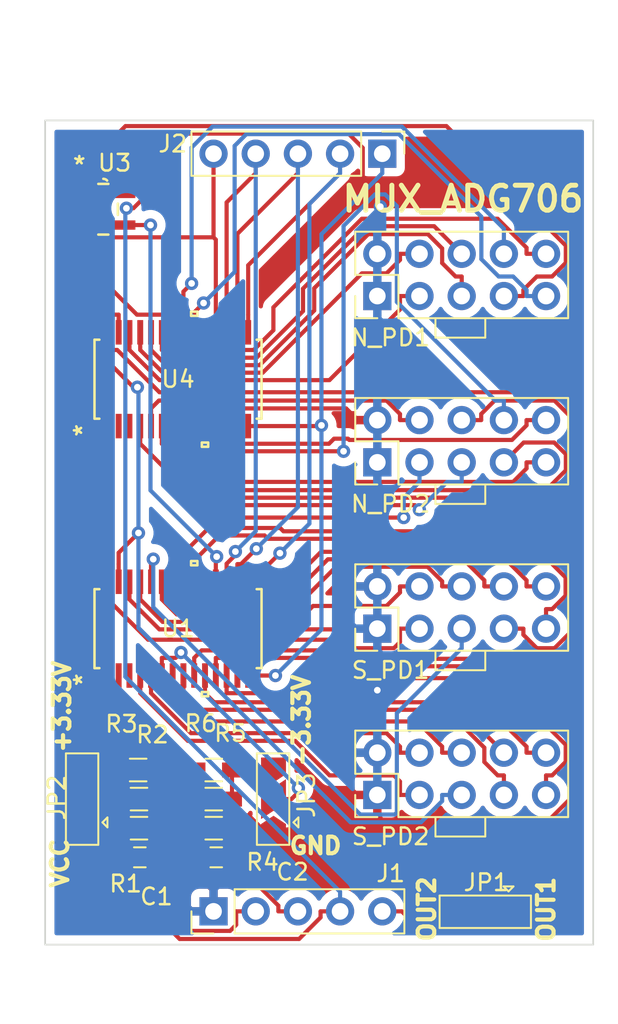
<source format=kicad_pcb>
(kicad_pcb (version 20171130) (host pcbnew "(5.1.6-0-10_14)")

  (general
    (thickness 1.6)
    (drawings 12)
    (tracks 474)
    (zones 0)
    (modules 20)
    (nets 59)
  )

  (page A4)
  (layers
    (0 F.Cu signal)
    (31 B.Cu signal)
    (32 B.Adhes user)
    (33 F.Adhes user)
    (34 B.Paste user)
    (35 F.Paste user)
    (36 B.SilkS user)
    (37 F.SilkS user)
    (38 B.Mask user)
    (39 F.Mask user)
    (40 Dwgs.User user)
    (41 Cmts.User user)
    (42 Eco1.User user)
    (43 Eco2.User user)
    (44 Edge.Cuts user)
    (45 Margin user)
    (46 B.CrtYd user)
    (47 F.CrtYd user)
    (48 B.Fab user)
    (49 F.Fab user)
  )

  (setup
    (last_trace_width 0.25)
    (trace_clearance 0.2)
    (zone_clearance 0.508)
    (zone_45_only no)
    (trace_min 0.2)
    (via_size 0.8)
    (via_drill 0.4)
    (via_min_size 0.4)
    (via_min_drill 0.3)
    (uvia_size 0.3)
    (uvia_drill 0.1)
    (uvias_allowed no)
    (uvia_min_size 0.2)
    (uvia_min_drill 0.1)
    (edge_width 0.1)
    (segment_width 0.2)
    (pcb_text_width 0.3)
    (pcb_text_size 1.5 1.5)
    (mod_edge_width 0.15)
    (mod_text_size 1 1)
    (mod_text_width 0.15)
    (pad_size 1.524 1.524)
    (pad_drill 0.762)
    (pad_to_mask_clearance 0)
    (aux_axis_origin 0 0)
    (visible_elements FFFFFF7F)
    (pcbplotparams
      (layerselection 0x010fc_ffffffff)
      (usegerberextensions true)
      (usegerberattributes true)
      (usegerberadvancedattributes true)
      (creategerberjobfile true)
      (excludeedgelayer true)
      (linewidth 0.100000)
      (plotframeref false)
      (viasonmask false)
      (mode 1)
      (useauxorigin false)
      (hpglpennumber 1)
      (hpglpenspeed 20)
      (hpglpendiameter 15.000000)
      (psnegative false)
      (psa4output false)
      (plotreference true)
      (plotvalue true)
      (plotinvisibletext false)
      (padsonsilk false)
      (subtractmaskfromsilk false)
      (outputformat 1)
      (mirror false)
      (drillshape 0)
      (scaleselection 1)
      (outputdirectory ""))
  )

  (net 0 "")
  (net 1 GND)
  (net 2 +10V)
  (net 3 -10V)
  (net 4 PD_MUX_OUT)
  (net 5 VCC_LOGIC)
  (net 6 ADDRESSA3)
  (net 7 ADDRESSA2)
  (net 8 ADDRESSA1)
  (net 9 ADDRESSA0)
  (net 10 MUX_SELECT)
  (net 11 /PD_MUX_OUT1)
  (net 12 /PD_MUX_OUT2)
  (net 13 /+3.33V)
  (net 14 /VDD)
  (net 15 /VSS)
  (net 16 /-3.33V)
  (net 17 N_PD1_OUT1)
  (net 18 N_PD1_OUT2)
  (net 19 N_PD1_OUT3)
  (net 20 N_PD1_OUT4)
  (net 21 N_PD1_OUT5)
  (net 22 N_PD1_OUT6)
  (net 23 N_PD1_OUT7)
  (net 24 N_PD1_OUT8)
  (net 25 N_PD1_OUT16)
  (net 26 N_PD1_OUT15)
  (net 27 N_PD1_OUT14)
  (net 28 N_PD1_OUT13)
  (net 29 N_PD1_OUT12)
  (net 30 N_PD1_OUT10)
  (net 31 N_PD1_OUT11)
  (net 32 N_PD1_OUT9)
  (net 33 "Net-(R1-Pad2)")
  (net 34 "Net-(R4-Pad2)")
  (net 35 S_PD1_OUT8)
  (net 36 S_PD1_OUT7)
  (net 37 S_PD1_OUT6)
  (net 38 S_PD1_OUT5)
  (net 39 S_PD1_OUT4)
  (net 40 S_PD1_OUT3)
  (net 41 S_PD1_OUT2)
  (net 42 S_PD1_OUT1)
  (net 43 S_PD1_OUT9)
  (net 44 S_PD1_OUT11)
  (net 45 S_PD1_OUT10)
  (net 46 S_PD1_OUT12)
  (net 47 S_PD1_OUT13)
  (net 48 S_PD1_OUT14)
  (net 49 S_PD1_OUT15)
  (net 50 S_PD1_OUT16)
  (net 51 "Net-(U1-Pad2)")
  (net 52 "Net-(U1-Pad3)")
  (net 53 "Net-(U1-Pad13)")
  (net 54 /MUX_SELECT_INV)
  (net 55 "Net-(U3-Pad1)")
  (net 56 "Net-(U4-Pad13)")
  (net 57 "Net-(U4-Pad3)")
  (net 58 "Net-(U4-Pad2)")

  (net_class Default "This is the default net class."
    (clearance 0.2)
    (trace_width 0.25)
    (via_dia 0.8)
    (via_drill 0.4)
    (uvia_dia 0.3)
    (uvia_drill 0.1)
    (add_net +10V)
    (add_net -10V)
    (add_net /+3.33V)
    (add_net /-3.33V)
    (add_net /MUX_SELECT_INV)
    (add_net /PD_MUX_OUT1)
    (add_net /PD_MUX_OUT2)
    (add_net /VDD)
    (add_net /VSS)
    (add_net ADDRESSA0)
    (add_net ADDRESSA1)
    (add_net ADDRESSA2)
    (add_net ADDRESSA3)
    (add_net GND)
    (add_net MUX_SELECT)
    (add_net N_PD1_OUT1)
    (add_net N_PD1_OUT10)
    (add_net N_PD1_OUT11)
    (add_net N_PD1_OUT12)
    (add_net N_PD1_OUT13)
    (add_net N_PD1_OUT14)
    (add_net N_PD1_OUT15)
    (add_net N_PD1_OUT16)
    (add_net N_PD1_OUT2)
    (add_net N_PD1_OUT3)
    (add_net N_PD1_OUT4)
    (add_net N_PD1_OUT5)
    (add_net N_PD1_OUT6)
    (add_net N_PD1_OUT7)
    (add_net N_PD1_OUT8)
    (add_net N_PD1_OUT9)
    (add_net "Net-(R1-Pad2)")
    (add_net "Net-(R4-Pad2)")
    (add_net "Net-(U1-Pad13)")
    (add_net "Net-(U1-Pad2)")
    (add_net "Net-(U1-Pad3)")
    (add_net "Net-(U3-Pad1)")
    (add_net "Net-(U4-Pad13)")
    (add_net "Net-(U4-Pad2)")
    (add_net "Net-(U4-Pad3)")
    (add_net PD_MUX_OUT)
    (add_net S_PD1_OUT1)
    (add_net S_PD1_OUT10)
    (add_net S_PD1_OUT11)
    (add_net S_PD1_OUT12)
    (add_net S_PD1_OUT13)
    (add_net S_PD1_OUT14)
    (add_net S_PD1_OUT15)
    (add_net S_PD1_OUT16)
    (add_net S_PD1_OUT2)
    (add_net S_PD1_OUT3)
    (add_net S_PD1_OUT4)
    (add_net S_PD1_OUT5)
    (add_net S_PD1_OUT6)
    (add_net S_PD1_OUT7)
    (add_net S_PD1_OUT8)
    (add_net S_PD1_OUT9)
    (add_net VCC_LOGIC)
  )

  (module Capacitors_SMD:C_0603_HandSoldering (layer F.Cu) (tedit 58AA848B) (tstamp 5F59A893)
    (at 88.7 106.75)
    (descr "Capacitor SMD 0603, hand soldering")
    (tags "capacitor 0603")
    (path /5F5734B1)
    (attr smd)
    (fp_text reference C1 (at 0.99756 2.36332) (layer F.SilkS)
      (effects (font (size 1 1) (thickness 0.15)))
    )
    (fp_text value C (at 0 1.5) (layer F.Fab)
      (effects (font (size 1 1) (thickness 0.15)))
    )
    (fp_line (start -0.8 0.4) (end -0.8 -0.4) (layer F.Fab) (width 0.1))
    (fp_line (start 0.8 0.4) (end -0.8 0.4) (layer F.Fab) (width 0.1))
    (fp_line (start 0.8 -0.4) (end 0.8 0.4) (layer F.Fab) (width 0.1))
    (fp_line (start -0.8 -0.4) (end 0.8 -0.4) (layer F.Fab) (width 0.1))
    (fp_line (start -0.35 -0.6) (end 0.35 -0.6) (layer F.SilkS) (width 0.12))
    (fp_line (start 0.35 0.6) (end -0.35 0.6) (layer F.SilkS) (width 0.12))
    (fp_line (start -1.8 -0.65) (end 1.8 -0.65) (layer F.CrtYd) (width 0.05))
    (fp_line (start -1.8 -0.65) (end -1.8 0.65) (layer F.CrtYd) (width 0.05))
    (fp_line (start 1.8 0.65) (end 1.8 -0.65) (layer F.CrtYd) (width 0.05))
    (fp_line (start 1.8 0.65) (end -1.8 0.65) (layer F.CrtYd) (width 0.05))
    (fp_text user %R (at 0 -1.25) (layer F.Fab)
      (effects (font (size 1 1) (thickness 0.15)))
    )
    (pad 2 smd rect (at 0.95 0) (size 1.2 0.75) (layers F.Cu F.Paste F.Mask)
      (net 1 GND))
    (pad 1 smd rect (at -0.95 0) (size 1.2 0.75) (layers F.Cu F.Paste F.Mask)
      (net 2 +10V))
    (model Capacitors_SMD.3dshapes/C_0603.wrl
      (at (xyz 0 0 0))
      (scale (xyz 1 1 1))
      (rotate (xyz 0 0 0))
    )
  )

  (module Capacitors_SMD:C_0603_HandSoldering (layer F.Cu) (tedit 58AA848B) (tstamp 5F59A8A4)
    (at 93.3 106.75 180)
    (descr "Capacitor SMD 0603, hand soldering")
    (tags "capacitor 0603")
    (path /5F58DE3A)
    (attr smd)
    (fp_text reference C2 (at -4.5916 -0.87996) (layer F.SilkS)
      (effects (font (size 1 1) (thickness 0.15)))
    )
    (fp_text value C (at 0 1.5) (layer F.Fab)
      (effects (font (size 1 1) (thickness 0.15)))
    )
    (fp_line (start 1.8 0.65) (end -1.8 0.65) (layer F.CrtYd) (width 0.05))
    (fp_line (start 1.8 0.65) (end 1.8 -0.65) (layer F.CrtYd) (width 0.05))
    (fp_line (start -1.8 -0.65) (end -1.8 0.65) (layer F.CrtYd) (width 0.05))
    (fp_line (start -1.8 -0.65) (end 1.8 -0.65) (layer F.CrtYd) (width 0.05))
    (fp_line (start 0.35 0.6) (end -0.35 0.6) (layer F.SilkS) (width 0.12))
    (fp_line (start -0.35 -0.6) (end 0.35 -0.6) (layer F.SilkS) (width 0.12))
    (fp_line (start -0.8 -0.4) (end 0.8 -0.4) (layer F.Fab) (width 0.1))
    (fp_line (start 0.8 -0.4) (end 0.8 0.4) (layer F.Fab) (width 0.1))
    (fp_line (start 0.8 0.4) (end -0.8 0.4) (layer F.Fab) (width 0.1))
    (fp_line (start -0.8 0.4) (end -0.8 -0.4) (layer F.Fab) (width 0.1))
    (fp_text user %R (at 0 -1.25) (layer F.Fab)
      (effects (font (size 1 1) (thickness 0.15)))
    )
    (pad 1 smd rect (at -0.95 0 180) (size 1.2 0.75) (layers F.Cu F.Paste F.Mask)
      (net 3 -10V))
    (pad 2 smd rect (at 0.95 0 180) (size 1.2 0.75) (layers F.Cu F.Paste F.Mask)
      (net 1 GND))
    (model Capacitors_SMD.3dshapes/C_0603.wrl
      (at (xyz 0 0 0))
      (scale (xyz 1 1 1))
      (rotate (xyz 0 0 0))
    )
  )

  (module Pin_Headers:Pin_Header_Straight_1x05_Pitch2.54mm (layer F.Cu) (tedit 59650532) (tstamp 5F59A8DF)
    (at 93.138 110 90)
    (descr "Through hole straight pin header, 1x05, 2.54mm pitch, single row")
    (tags "Through hole pin header THT 1x05 2.54mm single row")
    (path /5F5A772F)
    (fp_text reference J1 (at 2.27606 10.66672 180) (layer F.SilkS)
      (effects (font (size 1 1) (thickness 0.15)))
    )
    (fp_text value Conn_01x05_Male (at 0 12.49 90) (layer F.Fab)
      (effects (font (size 1 1) (thickness 0.15)))
    )
    (fp_line (start -0.635 -1.27) (end 1.27 -1.27) (layer F.Fab) (width 0.1))
    (fp_line (start 1.27 -1.27) (end 1.27 11.43) (layer F.Fab) (width 0.1))
    (fp_line (start 1.27 11.43) (end -1.27 11.43) (layer F.Fab) (width 0.1))
    (fp_line (start -1.27 11.43) (end -1.27 -0.635) (layer F.Fab) (width 0.1))
    (fp_line (start -1.27 -0.635) (end -0.635 -1.27) (layer F.Fab) (width 0.1))
    (fp_line (start -1.33 11.49) (end 1.33 11.49) (layer F.SilkS) (width 0.12))
    (fp_line (start -1.33 1.27) (end -1.33 11.49) (layer F.SilkS) (width 0.12))
    (fp_line (start 1.33 1.27) (end 1.33 11.49) (layer F.SilkS) (width 0.12))
    (fp_line (start -1.33 1.27) (end 1.33 1.27) (layer F.SilkS) (width 0.12))
    (fp_line (start -1.33 0) (end -1.33 -1.33) (layer F.SilkS) (width 0.12))
    (fp_line (start -1.33 -1.33) (end 0 -1.33) (layer F.SilkS) (width 0.12))
    (fp_line (start -1.8 -1.8) (end -1.8 11.95) (layer F.CrtYd) (width 0.05))
    (fp_line (start -1.8 11.95) (end 1.8 11.95) (layer F.CrtYd) (width 0.05))
    (fp_line (start 1.8 11.95) (end 1.8 -1.8) (layer F.CrtYd) (width 0.05))
    (fp_line (start 1.8 -1.8) (end -1.8 -1.8) (layer F.CrtYd) (width 0.05))
    (fp_text user %R (at 0 5.08) (layer F.Fab)
      (effects (font (size 1 1) (thickness 0.15)))
    )
    (pad 5 thru_hole oval (at 0 10.16 90) (size 1.7 1.7) (drill 1) (layers *.Cu *.Mask)
      (net 4 PD_MUX_OUT))
    (pad 4 thru_hole oval (at 0 7.62 90) (size 1.7 1.7) (drill 1) (layers *.Cu *.Mask)
      (net 5 VCC_LOGIC))
    (pad 3 thru_hole oval (at 0 5.08 90) (size 1.7 1.7) (drill 1) (layers *.Cu *.Mask)
      (net 3 -10V))
    (pad 2 thru_hole oval (at 0 2.54 90) (size 1.7 1.7) (drill 1) (layers *.Cu *.Mask)
      (net 2 +10V))
    (pad 1 thru_hole rect (at 0 0 90) (size 1.7 1.7) (drill 1) (layers *.Cu *.Mask)
      (net 1 GND))
    (model ${KISYS3DMOD}/Pin_Headers.3dshapes/Pin_Header_Straight_1x05_Pitch2.54mm.wrl
      (at (xyz 0 0 0))
      (scale (xyz 1 1 1))
      (rotate (xyz 0 0 0))
    )
  )

  (module Pin_Headers:Pin_Header_Straight_1x05_Pitch2.54mm (layer F.Cu) (tedit 59650532) (tstamp 5F59A8F8)
    (at 103.298 64.44 270)
    (descr "Through hole straight pin header, 1x05, 2.54mm pitch, single row")
    (tags "Through hole pin header THT 1x05 2.54mm single row")
    (path /5F5A8B7D)
    (fp_text reference J2 (at -0.59456 12.61492 180) (layer F.SilkS)
      (effects (font (size 1 1) (thickness 0.15)))
    )
    (fp_text value Conn_01x05_Male (at 0 12.49 90) (layer F.Fab)
      (effects (font (size 1 1) (thickness 0.15)))
    )
    (fp_line (start 1.8 -1.8) (end -1.8 -1.8) (layer F.CrtYd) (width 0.05))
    (fp_line (start 1.8 11.95) (end 1.8 -1.8) (layer F.CrtYd) (width 0.05))
    (fp_line (start -1.8 11.95) (end 1.8 11.95) (layer F.CrtYd) (width 0.05))
    (fp_line (start -1.8 -1.8) (end -1.8 11.95) (layer F.CrtYd) (width 0.05))
    (fp_line (start -1.33 -1.33) (end 0 -1.33) (layer F.SilkS) (width 0.12))
    (fp_line (start -1.33 0) (end -1.33 -1.33) (layer F.SilkS) (width 0.12))
    (fp_line (start -1.33 1.27) (end 1.33 1.27) (layer F.SilkS) (width 0.12))
    (fp_line (start 1.33 1.27) (end 1.33 11.49) (layer F.SilkS) (width 0.12))
    (fp_line (start -1.33 1.27) (end -1.33 11.49) (layer F.SilkS) (width 0.12))
    (fp_line (start -1.33 11.49) (end 1.33 11.49) (layer F.SilkS) (width 0.12))
    (fp_line (start -1.27 -0.635) (end -0.635 -1.27) (layer F.Fab) (width 0.1))
    (fp_line (start -1.27 11.43) (end -1.27 -0.635) (layer F.Fab) (width 0.1))
    (fp_line (start 1.27 11.43) (end -1.27 11.43) (layer F.Fab) (width 0.1))
    (fp_line (start 1.27 -1.27) (end 1.27 11.43) (layer F.Fab) (width 0.1))
    (fp_line (start -0.635 -1.27) (end 1.27 -1.27) (layer F.Fab) (width 0.1))
    (fp_text user %R (at 0 5.08) (layer F.Fab)
      (effects (font (size 1 1) (thickness 0.15)))
    )
    (pad 1 thru_hole rect (at 0 0 270) (size 1.7 1.7) (drill 1) (layers *.Cu *.Mask)
      (net 6 ADDRESSA3))
    (pad 2 thru_hole oval (at 0 2.54 270) (size 1.7 1.7) (drill 1) (layers *.Cu *.Mask)
      (net 7 ADDRESSA2))
    (pad 3 thru_hole oval (at 0 5.08 270) (size 1.7 1.7) (drill 1) (layers *.Cu *.Mask)
      (net 8 ADDRESSA1))
    (pad 4 thru_hole oval (at 0 7.62 270) (size 1.7 1.7) (drill 1) (layers *.Cu *.Mask)
      (net 9 ADDRESSA0))
    (pad 5 thru_hole oval (at 0 10.16 270) (size 1.7 1.7) (drill 1) (layers *.Cu *.Mask)
      (net 10 MUX_SELECT))
    (model ${KISYS3DMOD}/Pin_Headers.3dshapes/Pin_Header_Straight_1x05_Pitch2.54mm.wrl
      (at (xyz 0 0 0))
      (scale (xyz 1 1 1))
      (rotate (xyz 0 0 0))
    )
  )

  (module Jumper:SolderJumper-3_P2.0mm_Open_TrianglePad1.0x1.5mm (layer F.Cu) (tedit 5A64803D) (tstamp 5F59A90C)
    (at 109.5 110 180)
    (descr "SMD Solder Jumper, 1x1.5mm Triangular Pads, 0.3mm gap, open")
    (tags "solder jumper open")
    (path /5F84900F)
    (attr virtual)
    (fp_text reference JP1 (at -0.06036 1.73758) (layer F.SilkS)
      (effects (font (size 1 1) (thickness 0.15)))
    )
    (fp_text value Jumper_3_Open (at 0.725 1.925) (layer F.Fab)
      (effects (font (size 1 1) (thickness 0.15)))
    )
    (fp_line (start 3 1.25) (end -2.98 1.25) (layer F.CrtYd) (width 0.05))
    (fp_line (start 3 1.25) (end 3 -1.27) (layer F.CrtYd) (width 0.05))
    (fp_line (start -2.98 -1.27) (end -2.98 1.25) (layer F.CrtYd) (width 0.05))
    (fp_line (start -2.98 -1.27) (end 3 -1.27) (layer F.CrtYd) (width 0.05))
    (fp_line (start -2.75 -1) (end 2.75 -1) (layer F.SilkS) (width 0.12))
    (fp_line (start 2.75 -1) (end 2.75 0.95) (layer F.SilkS) (width 0.12))
    (fp_line (start 2.75 0.95) (end -2.75 0.95) (layer F.SilkS) (width 0.12))
    (fp_line (start -2.75 0.95) (end -2.75 -1) (layer F.SilkS) (width 0.12))
    (fp_line (start -1.4 1.2) (end -1.7 1.5) (layer F.SilkS) (width 0.12))
    (fp_line (start -1.7 1.5) (end -1.1 1.5) (layer F.SilkS) (width 0.12))
    (fp_line (start -1.1 1.5) (end -1.4 1.2) (layer F.SilkS) (width 0.12))
    (pad "" smd rect (at 1.2 0 180) (size 1.5 1.5) (layers F.Mask))
    (pad "" smd rect (at -1.2 0 180) (size 1.5 1.5) (layers F.Mask))
    (pad 1 smd custom (at -2 0 180) (size 0.3 0.3) (layers F.Cu F.Mask)
      (net 11 /PD_MUX_OUT1) (zone_connect 2)
      (options (clearance outline) (anchor rect))
      (primitives
        (gr_poly (pts
           (xy -0.5 -0.75) (xy 0.5 -0.75) (xy 1 0) (xy 0.5 0.75) (xy -0.5 0.75)
) (width 0))
      ))
    (pad 2 smd custom (at 0 0 180) (size 0.3 0.3) (layers F.Cu)
      (net 4 PD_MUX_OUT) (zone_connect 2)
      (options (clearance outline) (anchor rect))
      (primitives
        (gr_poly (pts
           (xy -1.2 -0.75) (xy 1.2 -0.75) (xy 0.7 0) (xy 1.2 0.75) (xy -1.2 0.75)
           (xy -0.7 0)) (width 0))
      ))
    (pad 3 smd custom (at 2 0) (size 0.3 0.3) (layers F.Cu F.Mask)
      (net 12 /PD_MUX_OUT2) (zone_connect 2)
      (options (clearance outline) (anchor rect))
      (primitives
        (gr_poly (pts
           (xy -0.5 -0.75) (xy 0.5 -0.75) (xy 1 0) (xy 0.5 0.75) (xy -0.5 0.75)
) (width 0))
      ))
  )

  (module Jumper:SolderJumper-3_P2.0mm_Open_TrianglePad1.0x1.5mm (layer F.Cu) (tedit 5A64803D) (tstamp 5F59A920)
    (at 85.25 103.25 90)
    (descr "SMD Solder Jumper, 1x1.5mm Triangular Pads, 0.3mm gap, open")
    (tags "solder jumper open")
    (path /5F63D881)
    (attr virtual)
    (fp_text reference JP2 (at 0.09298 -1.557 90) (layer F.SilkS)
      (effects (font (size 1 1) (thickness 0.15)))
    )
    (fp_text value Jumper_3_Open (at 0.725 1.925 90) (layer F.Fab)
      (effects (font (size 1 1) (thickness 0.15)))
    )
    (fp_line (start -1.1 1.5) (end -1.4 1.2) (layer F.SilkS) (width 0.12))
    (fp_line (start -1.7 1.5) (end -1.1 1.5) (layer F.SilkS) (width 0.12))
    (fp_line (start -1.4 1.2) (end -1.7 1.5) (layer F.SilkS) (width 0.12))
    (fp_line (start -2.75 0.95) (end -2.75 -1) (layer F.SilkS) (width 0.12))
    (fp_line (start 2.75 0.95) (end -2.75 0.95) (layer F.SilkS) (width 0.12))
    (fp_line (start 2.75 -1) (end 2.75 0.95) (layer F.SilkS) (width 0.12))
    (fp_line (start -2.75 -1) (end 2.75 -1) (layer F.SilkS) (width 0.12))
    (fp_line (start -2.98 -1.27) (end 3 -1.27) (layer F.CrtYd) (width 0.05))
    (fp_line (start -2.98 -1.27) (end -2.98 1.25) (layer F.CrtYd) (width 0.05))
    (fp_line (start 3 1.25) (end 3 -1.27) (layer F.CrtYd) (width 0.05))
    (fp_line (start 3 1.25) (end -2.98 1.25) (layer F.CrtYd) (width 0.05))
    (pad 3 smd custom (at 2 0 270) (size 0.3 0.3) (layers F.Cu F.Mask)
      (net 13 /+3.33V) (zone_connect 2)
      (options (clearance outline) (anchor rect))
      (primitives
        (gr_poly (pts
           (xy -0.5 -0.75) (xy 0.5 -0.75) (xy 1 0) (xy 0.5 0.75) (xy -0.5 0.75)
) (width 0))
      ))
    (pad 2 smd custom (at 0 0 90) (size 0.3 0.3) (layers F.Cu)
      (net 14 /VDD) (zone_connect 2)
      (options (clearance outline) (anchor rect))
      (primitives
        (gr_poly (pts
           (xy -1.2 -0.75) (xy 1.2 -0.75) (xy 0.7 0) (xy 1.2 0.75) (xy -1.2 0.75)
           (xy -0.7 0)) (width 0))
      ))
    (pad 1 smd custom (at -2 0 90) (size 0.3 0.3) (layers F.Cu F.Mask)
      (net 5 VCC_LOGIC) (zone_connect 2)
      (options (clearance outline) (anchor rect))
      (primitives
        (gr_poly (pts
           (xy -0.5 -0.75) (xy 0.5 -0.75) (xy 1 0) (xy 0.5 0.75) (xy -0.5 0.75)
) (width 0))
      ))
    (pad "" smd rect (at -1.2 0 90) (size 1.5 1.5) (layers F.Mask))
    (pad "" smd rect (at 1.2 0 90) (size 1.5 1.5) (layers F.Mask))
  )

  (module Jumper:SolderJumper-3_P2.0mm_Open_TrianglePad1.0x1.5mm (layer F.Cu) (tedit 5A64803D) (tstamp 5F59A934)
    (at 96.75 103.25 90)
    (descr "SMD Solder Jumper, 1x1.5mm Triangular Pads, 0.3mm gap, open")
    (tags "solder jumper open")
    (path /5F63E394)
    (attr virtual)
    (fp_text reference JP3 (at 0.23776 1.97726 90) (layer F.SilkS)
      (effects (font (size 1 1) (thickness 0.15)))
    )
    (fp_text value Jumper_3_Open (at 0.725 1.925 90) (layer F.Fab)
      (effects (font (size 1 1) (thickness 0.15)))
    )
    (fp_line (start 3 1.25) (end -2.98 1.25) (layer F.CrtYd) (width 0.05))
    (fp_line (start 3 1.25) (end 3 -1.27) (layer F.CrtYd) (width 0.05))
    (fp_line (start -2.98 -1.27) (end -2.98 1.25) (layer F.CrtYd) (width 0.05))
    (fp_line (start -2.98 -1.27) (end 3 -1.27) (layer F.CrtYd) (width 0.05))
    (fp_line (start -2.75 -1) (end 2.75 -1) (layer F.SilkS) (width 0.12))
    (fp_line (start 2.75 -1) (end 2.75 0.95) (layer F.SilkS) (width 0.12))
    (fp_line (start 2.75 0.95) (end -2.75 0.95) (layer F.SilkS) (width 0.12))
    (fp_line (start -2.75 0.95) (end -2.75 -1) (layer F.SilkS) (width 0.12))
    (fp_line (start -1.4 1.2) (end -1.7 1.5) (layer F.SilkS) (width 0.12))
    (fp_line (start -1.7 1.5) (end -1.1 1.5) (layer F.SilkS) (width 0.12))
    (fp_line (start -1.1 1.5) (end -1.4 1.2) (layer F.SilkS) (width 0.12))
    (pad "" smd rect (at 1.2 0 90) (size 1.5 1.5) (layers F.Mask))
    (pad "" smd rect (at -1.2 0 90) (size 1.5 1.5) (layers F.Mask))
    (pad 1 smd custom (at -2 0 90) (size 0.3 0.3) (layers F.Cu F.Mask)
      (net 1 GND) (zone_connect 2)
      (options (clearance outline) (anchor rect))
      (primitives
        (gr_poly (pts
           (xy -0.5 -0.75) (xy 0.5 -0.75) (xy 1 0) (xy 0.5 0.75) (xy -0.5 0.75)
) (width 0))
      ))
    (pad 2 smd custom (at 0 0 90) (size 0.3 0.3) (layers F.Cu)
      (net 15 /VSS) (zone_connect 2)
      (options (clearance outline) (anchor rect))
      (primitives
        (gr_poly (pts
           (xy -1.2 -0.75) (xy 1.2 -0.75) (xy 0.7 0) (xy 1.2 0.75) (xy -1.2 0.75)
           (xy -0.7 0)) (width 0))
      ))
    (pad 3 smd custom (at 2 0 270) (size 0.3 0.3) (layers F.Cu F.Mask)
      (net 16 /-3.33V) (zone_connect 2)
      (options (clearance outline) (anchor rect))
      (primitives
        (gr_poly (pts
           (xy -0.5 -0.75) (xy 0.5 -0.75) (xy 1 0) (xy 0.5 0.75) (xy -0.5 0.75)
) (width 0))
      ))
  )

  (module Ninja-qPCR:Con_2x05 (layer F.Cu) (tedit 5F583882) (tstamp 5F59C758)
    (at 103 73 90)
    (descr "Through hole straight pin header, 2x05, 2.54mm pitch, double rows")
    (tags "Through hole pin header THT 2x05 2.54mm double row")
    (path /5F45F341)
    (fp_text reference N_PD1 (at -2.5 0.8) (layer F.SilkS)
      (effects (font (size 1 1) (thickness 0.15)))
    )
    (fp_text value Conn_02x05 (at 1.27 12.49 90) (layer F.Fab)
      (effects (font (size 1 1) (thickness 0.15)))
    )
    (fp_line (start -2.5 6.5) (end -1.33 6.5) (layer F.SilkS) (width 0.12))
    (fp_line (start -2.5 3.5) (end -2.5 6.5) (layer F.SilkS) (width 0.12))
    (fp_line (start -1.33 3.5) (end -2.5 3.5) (layer F.SilkS) (width 0.12))
    (fp_line (start 0 -1.27) (end 3.81 -1.27) (layer F.Fab) (width 0.1))
    (fp_line (start 3.81 -1.27) (end 3.81 11.43) (layer F.Fab) (width 0.1))
    (fp_line (start 3.81 11.43) (end -1.27 11.43) (layer F.Fab) (width 0.1))
    (fp_line (start -1.27 11.43) (end -1.27 0) (layer F.Fab) (width 0.1))
    (fp_line (start -1.27 0) (end 0 -1.27) (layer F.Fab) (width 0.1))
    (fp_line (start -1.33 11.49) (end 3.87 11.49) (layer F.SilkS) (width 0.12))
    (fp_line (start -1.33 1.27) (end -1.33 11.49) (layer F.SilkS) (width 0.12))
    (fp_line (start 3.87 -1.33) (end 3.87 11.49) (layer F.SilkS) (width 0.12))
    (fp_line (start -1.33 1.27) (end 1.27 1.27) (layer F.SilkS) (width 0.12))
    (fp_line (start 1.27 1.27) (end 1.27 -1.33) (layer F.SilkS) (width 0.12))
    (fp_line (start 1.27 -1.33) (end 3.87 -1.33) (layer F.SilkS) (width 0.12))
    (fp_line (start -1.33 0) (end -1.33 -1.33) (layer F.SilkS) (width 0.12))
    (fp_line (start -1.33 -1.33) (end 0 -1.33) (layer F.SilkS) (width 0.12))
    (fp_line (start -1.8 -1.8) (end -1.8 11.95) (layer F.CrtYd) (width 0.05))
    (fp_line (start -1.8 11.95) (end 4.35 11.95) (layer F.CrtYd) (width 0.05))
    (fp_line (start 4.35 11.95) (end 4.35 -1.8) (layer F.CrtYd) (width 0.05))
    (fp_line (start 4.35 -1.8) (end -1.8 -1.8) (layer F.CrtYd) (width 0.05))
    (fp_text user %R (at 1.27 5.08) (layer F.Fab)
      (effects (font (size 1 1) (thickness 0.15)))
    )
    (pad 10 thru_hole oval (at 2.54 10.16 90) (size 1.7 1.7) (drill 1) (layers *.Cu *.Mask)
      (net 17 N_PD1_OUT1))
    (pad 9 thru_hole oval (at 0 10.16 90) (size 1.7 1.7) (drill 1) (layers *.Cu *.Mask)
      (net 18 N_PD1_OUT2))
    (pad 8 thru_hole oval (at 2.54 7.62 90) (size 1.7 1.7) (drill 1) (layers *.Cu *.Mask)
      (net 19 N_PD1_OUT3))
    (pad 7 thru_hole oval (at 0 7.62 90) (size 1.7 1.7) (drill 1) (layers *.Cu *.Mask)
      (net 20 N_PD1_OUT4))
    (pad 6 thru_hole oval (at 2.54 5.08 90) (size 1.7 1.7) (drill 1) (layers *.Cu *.Mask)
      (net 21 N_PD1_OUT5))
    (pad 5 thru_hole oval (at 0 5.08 90) (size 1.7 1.7) (drill 1) (layers *.Cu *.Mask)
      (net 22 N_PD1_OUT6))
    (pad 4 thru_hole oval (at 2.54 2.54 90) (size 1.7 1.7) (drill 1) (layers *.Cu *.Mask)
      (net 23 N_PD1_OUT7))
    (pad 3 thru_hole oval (at 0 2.54 90) (size 1.7 1.7) (drill 1) (layers *.Cu *.Mask)
      (net 24 N_PD1_OUT8))
    (pad 2 thru_hole oval (at 2.54 0 90) (size 1.7 1.7) (drill 1) (layers *.Cu *.Mask)
      (net 1 GND))
    (pad 1 thru_hole rect (at 0 0 90) (size 1.7 1.7) (drill 1) (layers *.Cu *.Mask)
      (net 1 GND))
    (model ${KISYS3DMOD}/Pin_Headers.3dshapes/Pin_Header_Straight_2x05_Pitch2.54mm.wrl
      (at (xyz 0 0 0))
      (scale (xyz 1 1 1))
      (rotate (xyz 0 0 0))
    )
  )

  (module Ninja-qPCR:Con_2x05 (layer F.Cu) (tedit 5F583882) (tstamp 5F59A97A)
    (at 103 83 90)
    (descr "Through hole straight pin header, 2x05, 2.54mm pitch, double rows")
    (tags "Through hole pin header THT 2x05 2.54mm double row")
    (path /5F46510A)
    (fp_text reference N_PD2 (at -2.5 0.8 180) (layer F.SilkS)
      (effects (font (size 1 1) (thickness 0.15)))
    )
    (fp_text value Conn_02x05 (at 1.27 12.49 90) (layer F.Fab)
      (effects (font (size 1 1) (thickness 0.15)))
    )
    (fp_line (start 4.35 -1.8) (end -1.8 -1.8) (layer F.CrtYd) (width 0.05))
    (fp_line (start 4.35 11.95) (end 4.35 -1.8) (layer F.CrtYd) (width 0.05))
    (fp_line (start -1.8 11.95) (end 4.35 11.95) (layer F.CrtYd) (width 0.05))
    (fp_line (start -1.8 -1.8) (end -1.8 11.95) (layer F.CrtYd) (width 0.05))
    (fp_line (start -1.33 -1.33) (end 0 -1.33) (layer F.SilkS) (width 0.12))
    (fp_line (start -1.33 0) (end -1.33 -1.33) (layer F.SilkS) (width 0.12))
    (fp_line (start 1.27 -1.33) (end 3.87 -1.33) (layer F.SilkS) (width 0.12))
    (fp_line (start 1.27 1.27) (end 1.27 -1.33) (layer F.SilkS) (width 0.12))
    (fp_line (start -1.33 1.27) (end 1.27 1.27) (layer F.SilkS) (width 0.12))
    (fp_line (start 3.87 -1.33) (end 3.87 11.49) (layer F.SilkS) (width 0.12))
    (fp_line (start -1.33 1.27) (end -1.33 11.49) (layer F.SilkS) (width 0.12))
    (fp_line (start -1.33 11.49) (end 3.87 11.49) (layer F.SilkS) (width 0.12))
    (fp_line (start -1.27 0) (end 0 -1.27) (layer F.Fab) (width 0.1))
    (fp_line (start -1.27 11.43) (end -1.27 0) (layer F.Fab) (width 0.1))
    (fp_line (start 3.81 11.43) (end -1.27 11.43) (layer F.Fab) (width 0.1))
    (fp_line (start 3.81 -1.27) (end 3.81 11.43) (layer F.Fab) (width 0.1))
    (fp_line (start 0 -1.27) (end 3.81 -1.27) (layer F.Fab) (width 0.1))
    (fp_line (start -1.33 3.5) (end -2.5 3.5) (layer F.SilkS) (width 0.12))
    (fp_line (start -2.5 3.5) (end -2.5 6.5) (layer F.SilkS) (width 0.12))
    (fp_line (start -2.5 6.5) (end -1.33 6.5) (layer F.SilkS) (width 0.12))
    (fp_text user %R (at 1.27 5.08) (layer F.Fab)
      (effects (font (size 1 1) (thickness 0.15)))
    )
    (pad 1 thru_hole rect (at 0 0 90) (size 1.7 1.7) (drill 1) (layers *.Cu *.Mask)
      (net 1 GND))
    (pad 2 thru_hole oval (at 2.54 0 90) (size 1.7 1.7) (drill 1) (layers *.Cu *.Mask)
      (net 1 GND))
    (pad 3 thru_hole oval (at 0 2.54 90) (size 1.7 1.7) (drill 1) (layers *.Cu *.Mask)
      (net 25 N_PD1_OUT16))
    (pad 4 thru_hole oval (at 2.54 2.54 90) (size 1.7 1.7) (drill 1) (layers *.Cu *.Mask)
      (net 26 N_PD1_OUT15))
    (pad 5 thru_hole oval (at 0 5.08 90) (size 1.7 1.7) (drill 1) (layers *.Cu *.Mask)
      (net 27 N_PD1_OUT14))
    (pad 6 thru_hole oval (at 2.54 5.08 90) (size 1.7 1.7) (drill 1) (layers *.Cu *.Mask)
      (net 28 N_PD1_OUT13))
    (pad 7 thru_hole oval (at 0 7.62 90) (size 1.7 1.7) (drill 1) (layers *.Cu *.Mask)
      (net 29 N_PD1_OUT12))
    (pad 8 thru_hole oval (at 2.54 7.62 90) (size 1.7 1.7) (drill 1) (layers *.Cu *.Mask)
      (net 30 N_PD1_OUT10))
    (pad 9 thru_hole oval (at 0 10.16 90) (size 1.7 1.7) (drill 1) (layers *.Cu *.Mask)
      (net 31 N_PD1_OUT11))
    (pad 10 thru_hole oval (at 2.54 10.16 90) (size 1.7 1.7) (drill 1) (layers *.Cu *.Mask)
      (net 32 N_PD1_OUT9))
    (model ${KISYS3DMOD}/Pin_Headers.3dshapes/Pin_Header_Straight_2x05_Pitch2.54mm.wrl
      (at (xyz 0 0 0))
      (scale (xyz 1 1 1))
      (rotate (xyz 0 0 0))
    )
  )

  (module Resistors_SMD:R_0603_HandSoldering (layer F.Cu) (tedit 58E0A804) (tstamp 5F59A98B)
    (at 88.65 105)
    (descr "Resistor SMD 0603, hand soldering")
    (tags "resistor 0603")
    (path /5F5B5C08)
    (attr smd)
    (fp_text reference R1 (at -0.80664 3.34116) (layer F.SilkS)
      (effects (font (size 1 1) (thickness 0.15)))
    )
    (fp_text value R (at 0 1.55) (layer F.Fab)
      (effects (font (size 1 1) (thickness 0.15)))
    )
    (fp_line (start -0.8 0.4) (end -0.8 -0.4) (layer F.Fab) (width 0.1))
    (fp_line (start 0.8 0.4) (end -0.8 0.4) (layer F.Fab) (width 0.1))
    (fp_line (start 0.8 -0.4) (end 0.8 0.4) (layer F.Fab) (width 0.1))
    (fp_line (start -0.8 -0.4) (end 0.8 -0.4) (layer F.Fab) (width 0.1))
    (fp_line (start 0.5 0.68) (end -0.5 0.68) (layer F.SilkS) (width 0.12))
    (fp_line (start -0.5 -0.68) (end 0.5 -0.68) (layer F.SilkS) (width 0.12))
    (fp_line (start -1.96 -0.7) (end 1.95 -0.7) (layer F.CrtYd) (width 0.05))
    (fp_line (start -1.96 -0.7) (end -1.96 0.7) (layer F.CrtYd) (width 0.05))
    (fp_line (start 1.95 0.7) (end 1.95 -0.7) (layer F.CrtYd) (width 0.05))
    (fp_line (start 1.95 0.7) (end -1.96 0.7) (layer F.CrtYd) (width 0.05))
    (fp_text user %R (at 0 0) (layer F.Fab)
      (effects (font (size 0.4 0.4) (thickness 0.075)))
    )
    (pad 2 smd rect (at 1.1 0) (size 1.2 0.9) (layers F.Cu F.Paste F.Mask)
      (net 33 "Net-(R1-Pad2)"))
    (pad 1 smd rect (at -1.1 0) (size 1.2 0.9) (layers F.Cu F.Paste F.Mask)
      (net 2 +10V))
    (model ${KISYS3DMOD}/Resistors_SMD.3dshapes/R_0603.wrl
      (at (xyz 0 0 0))
      (scale (xyz 1 1 1))
      (rotate (xyz 0 0 0))
    )
  )

  (module Resistors_SMD:R_0603_HandSoldering (layer F.Cu) (tedit 58E0A804) (tstamp 5F59A99C)
    (at 88.65 103.25 180)
    (descr "Resistor SMD 0603, hand soldering")
    (tags "resistor 0603")
    (path /5F5B4E3A)
    (attr smd)
    (fp_text reference R2 (at -0.8088 3.87504) (layer F.SilkS)
      (effects (font (size 1 1) (thickness 0.15)))
    )
    (fp_text value R (at 0 1.55) (layer F.Fab)
      (effects (font (size 1 1) (thickness 0.15)))
    )
    (fp_line (start 1.95 0.7) (end -1.96 0.7) (layer F.CrtYd) (width 0.05))
    (fp_line (start 1.95 0.7) (end 1.95 -0.7) (layer F.CrtYd) (width 0.05))
    (fp_line (start -1.96 -0.7) (end -1.96 0.7) (layer F.CrtYd) (width 0.05))
    (fp_line (start -1.96 -0.7) (end 1.95 -0.7) (layer F.CrtYd) (width 0.05))
    (fp_line (start -0.5 -0.68) (end 0.5 -0.68) (layer F.SilkS) (width 0.12))
    (fp_line (start 0.5 0.68) (end -0.5 0.68) (layer F.SilkS) (width 0.12))
    (fp_line (start -0.8 -0.4) (end 0.8 -0.4) (layer F.Fab) (width 0.1))
    (fp_line (start 0.8 -0.4) (end 0.8 0.4) (layer F.Fab) (width 0.1))
    (fp_line (start 0.8 0.4) (end -0.8 0.4) (layer F.Fab) (width 0.1))
    (fp_line (start -0.8 0.4) (end -0.8 -0.4) (layer F.Fab) (width 0.1))
    (fp_text user %R (at 0 0) (layer F.Fab)
      (effects (font (size 0.4 0.4) (thickness 0.075)))
    )
    (pad 1 smd rect (at -1.1 0 180) (size 1.2 0.9) (layers F.Cu F.Paste F.Mask)
      (net 33 "Net-(R1-Pad2)"))
    (pad 2 smd rect (at 1.1 0 180) (size 1.2 0.9) (layers F.Cu F.Paste F.Mask)
      (net 13 /+3.33V))
    (model ${KISYS3DMOD}/Resistors_SMD.3dshapes/R_0603.wrl
      (at (xyz 0 0 0))
      (scale (xyz 1 1 1))
      (rotate (xyz 0 0 0))
    )
  )

  (module Resistors_SMD:R_0603_HandSoldering (layer F.Cu) (tedit 58E0A804) (tstamp 5F59A9AD)
    (at 88.6 101.5)
    (descr "Resistor SMD 0603, hand soldering")
    (tags "resistor 0603")
    (path /5F5B472A)
    (attr smd)
    (fp_text reference R3 (at -1.00556 -2.76512) (layer F.SilkS)
      (effects (font (size 1 1) (thickness 0.15)))
    )
    (fp_text value R (at 0 1.55) (layer F.Fab)
      (effects (font (size 1 1) (thickness 0.15)))
    )
    (fp_line (start -0.8 0.4) (end -0.8 -0.4) (layer F.Fab) (width 0.1))
    (fp_line (start 0.8 0.4) (end -0.8 0.4) (layer F.Fab) (width 0.1))
    (fp_line (start 0.8 -0.4) (end 0.8 0.4) (layer F.Fab) (width 0.1))
    (fp_line (start -0.8 -0.4) (end 0.8 -0.4) (layer F.Fab) (width 0.1))
    (fp_line (start 0.5 0.68) (end -0.5 0.68) (layer F.SilkS) (width 0.12))
    (fp_line (start -0.5 -0.68) (end 0.5 -0.68) (layer F.SilkS) (width 0.12))
    (fp_line (start -1.96 -0.7) (end 1.95 -0.7) (layer F.CrtYd) (width 0.05))
    (fp_line (start -1.96 -0.7) (end -1.96 0.7) (layer F.CrtYd) (width 0.05))
    (fp_line (start 1.95 0.7) (end 1.95 -0.7) (layer F.CrtYd) (width 0.05))
    (fp_line (start 1.95 0.7) (end -1.96 0.7) (layer F.CrtYd) (width 0.05))
    (fp_text user %R (at 0 0) (layer F.Fab)
      (effects (font (size 0.4 0.4) (thickness 0.075)))
    )
    (pad 2 smd rect (at 1.1 0) (size 1.2 0.9) (layers F.Cu F.Paste F.Mask)
      (net 1 GND))
    (pad 1 smd rect (at -1.1 0) (size 1.2 0.9) (layers F.Cu F.Paste F.Mask)
      (net 13 /+3.33V))
    (model ${KISYS3DMOD}/Resistors_SMD.3dshapes/R_0603.wrl
      (at (xyz 0 0 0))
      (scale (xyz 1 1 1))
      (rotate (xyz 0 0 0))
    )
  )

  (module Resistors_SMD:R_0603_HandSoldering (layer F.Cu) (tedit 58E0A804) (tstamp 5F59DCB9)
    (at 93.15 105 180)
    (descr "Resistor SMD 0603, hand soldering")
    (tags "resistor 0603")
    (path /5F5E0C86)
    (attr smd)
    (fp_text reference R4 (at -2.93566 -2.04068) (layer F.SilkS)
      (effects (font (size 1 1) (thickness 0.15)))
    )
    (fp_text value R (at 0 1.55) (layer F.Fab)
      (effects (font (size 1 1) (thickness 0.15)))
    )
    (fp_line (start 1.95 0.7) (end -1.96 0.7) (layer F.CrtYd) (width 0.05))
    (fp_line (start 1.95 0.7) (end 1.95 -0.7) (layer F.CrtYd) (width 0.05))
    (fp_line (start -1.96 -0.7) (end -1.96 0.7) (layer F.CrtYd) (width 0.05))
    (fp_line (start -1.96 -0.7) (end 1.95 -0.7) (layer F.CrtYd) (width 0.05))
    (fp_line (start -0.5 -0.68) (end 0.5 -0.68) (layer F.SilkS) (width 0.12))
    (fp_line (start 0.5 0.68) (end -0.5 0.68) (layer F.SilkS) (width 0.12))
    (fp_line (start -0.8 -0.4) (end 0.8 -0.4) (layer F.Fab) (width 0.1))
    (fp_line (start 0.8 -0.4) (end 0.8 0.4) (layer F.Fab) (width 0.1))
    (fp_line (start 0.8 0.4) (end -0.8 0.4) (layer F.Fab) (width 0.1))
    (fp_line (start -0.8 0.4) (end -0.8 -0.4) (layer F.Fab) (width 0.1))
    (fp_text user %R (at 0 0) (layer F.Fab)
      (effects (font (size 0.4 0.4) (thickness 0.075)))
    )
    (pad 1 smd rect (at -1.1 0 180) (size 1.2 0.9) (layers F.Cu F.Paste F.Mask)
      (net 3 -10V))
    (pad 2 smd rect (at 1.1 0 180) (size 1.2 0.9) (layers F.Cu F.Paste F.Mask)
      (net 34 "Net-(R4-Pad2)"))
    (model ${KISYS3DMOD}/Resistors_SMD.3dshapes/R_0603.wrl
      (at (xyz 0 0 0))
      (scale (xyz 1 1 1))
      (rotate (xyz 0 0 0))
    )
  )

  (module Resistors_SMD:R_0603_HandSoldering (layer F.Cu) (tedit 58E0A804) (tstamp 5F59A9CF)
    (at 93.15 103.25)
    (descr "Resistor SMD 0603, hand soldering")
    (tags "resistor 0603")
    (path /5F5E0C80)
    (attr smd)
    (fp_text reference R5 (at 1.00526 -3.95886) (layer F.SilkS)
      (effects (font (size 1 1) (thickness 0.15)))
    )
    (fp_text value R (at 0 1.55) (layer F.Fab)
      (effects (font (size 1 1) (thickness 0.15)))
    )
    (fp_line (start -0.8 0.4) (end -0.8 -0.4) (layer F.Fab) (width 0.1))
    (fp_line (start 0.8 0.4) (end -0.8 0.4) (layer F.Fab) (width 0.1))
    (fp_line (start 0.8 -0.4) (end 0.8 0.4) (layer F.Fab) (width 0.1))
    (fp_line (start -0.8 -0.4) (end 0.8 -0.4) (layer F.Fab) (width 0.1))
    (fp_line (start 0.5 0.68) (end -0.5 0.68) (layer F.SilkS) (width 0.12))
    (fp_line (start -0.5 -0.68) (end 0.5 -0.68) (layer F.SilkS) (width 0.12))
    (fp_line (start -1.96 -0.7) (end 1.95 -0.7) (layer F.CrtYd) (width 0.05))
    (fp_line (start -1.96 -0.7) (end -1.96 0.7) (layer F.CrtYd) (width 0.05))
    (fp_line (start 1.95 0.7) (end 1.95 -0.7) (layer F.CrtYd) (width 0.05))
    (fp_line (start 1.95 0.7) (end -1.96 0.7) (layer F.CrtYd) (width 0.05))
    (fp_text user %R (at 0 0) (layer F.Fab)
      (effects (font (size 0.4 0.4) (thickness 0.075)))
    )
    (pad 2 smd rect (at 1.1 0) (size 1.2 0.9) (layers F.Cu F.Paste F.Mask)
      (net 16 /-3.33V))
    (pad 1 smd rect (at -1.1 0) (size 1.2 0.9) (layers F.Cu F.Paste F.Mask)
      (net 34 "Net-(R4-Pad2)"))
    (model ${KISYS3DMOD}/Resistors_SMD.3dshapes/R_0603.wrl
      (at (xyz 0 0 0))
      (scale (xyz 1 1 1))
      (rotate (xyz 0 0 0))
    )
  )

  (module Resistors_SMD:R_0603_HandSoldering (layer F.Cu) (tedit 58E0A804) (tstamp 5F59A9E0)
    (at 93.15 101.5 180)
    (descr "Resistor SMD 0603, hand soldering")
    (tags "resistor 0603")
    (path /5F5E0C7A)
    (attr smd)
    (fp_text reference R6 (at 0.78036 2.79814) (layer F.SilkS)
      (effects (font (size 1 1) (thickness 0.15)))
    )
    (fp_text value R (at 0 1.55) (layer F.Fab)
      (effects (font (size 1 1) (thickness 0.15)))
    )
    (fp_line (start 1.95 0.7) (end -1.96 0.7) (layer F.CrtYd) (width 0.05))
    (fp_line (start 1.95 0.7) (end 1.95 -0.7) (layer F.CrtYd) (width 0.05))
    (fp_line (start -1.96 -0.7) (end -1.96 0.7) (layer F.CrtYd) (width 0.05))
    (fp_line (start -1.96 -0.7) (end 1.95 -0.7) (layer F.CrtYd) (width 0.05))
    (fp_line (start -0.5 -0.68) (end 0.5 -0.68) (layer F.SilkS) (width 0.12))
    (fp_line (start 0.5 0.68) (end -0.5 0.68) (layer F.SilkS) (width 0.12))
    (fp_line (start -0.8 -0.4) (end 0.8 -0.4) (layer F.Fab) (width 0.1))
    (fp_line (start 0.8 -0.4) (end 0.8 0.4) (layer F.Fab) (width 0.1))
    (fp_line (start 0.8 0.4) (end -0.8 0.4) (layer F.Fab) (width 0.1))
    (fp_line (start -0.8 0.4) (end -0.8 -0.4) (layer F.Fab) (width 0.1))
    (fp_text user %R (at 0 0) (layer F.Fab)
      (effects (font (size 0.4 0.4) (thickness 0.075)))
    )
    (pad 1 smd rect (at -1.1 0 180) (size 1.2 0.9) (layers F.Cu F.Paste F.Mask)
      (net 16 /-3.33V))
    (pad 2 smd rect (at 1.1 0 180) (size 1.2 0.9) (layers F.Cu F.Paste F.Mask)
      (net 1 GND))
    (model ${KISYS3DMOD}/Resistors_SMD.3dshapes/R_0603.wrl
      (at (xyz 0 0 0))
      (scale (xyz 1 1 1))
      (rotate (xyz 0 0 0))
    )
  )

  (module Ninja-qPCR:Con_2x05 (layer F.Cu) (tedit 5F583882) (tstamp 5F59AA03)
    (at 103 93 90)
    (descr "Through hole straight pin header, 2x05, 2.54mm pitch, double rows")
    (tags "Through hole pin header THT 2x05 2.54mm double row")
    (path /5F4685F1)
    (fp_text reference S_PD1 (at -2.5 0.8 180) (layer F.SilkS)
      (effects (font (size 1 1) (thickness 0.15)))
    )
    (fp_text value Conn_02x05 (at 1.27 12.49 90) (layer F.Fab)
      (effects (font (size 1 1) (thickness 0.15)))
    )
    (fp_line (start 4.35 -1.8) (end -1.8 -1.8) (layer F.CrtYd) (width 0.05))
    (fp_line (start 4.35 11.95) (end 4.35 -1.8) (layer F.CrtYd) (width 0.05))
    (fp_line (start -1.8 11.95) (end 4.35 11.95) (layer F.CrtYd) (width 0.05))
    (fp_line (start -1.8 -1.8) (end -1.8 11.95) (layer F.CrtYd) (width 0.05))
    (fp_line (start -1.33 -1.33) (end 0 -1.33) (layer F.SilkS) (width 0.12))
    (fp_line (start -1.33 0) (end -1.33 -1.33) (layer F.SilkS) (width 0.12))
    (fp_line (start 1.27 -1.33) (end 3.87 -1.33) (layer F.SilkS) (width 0.12))
    (fp_line (start 1.27 1.27) (end 1.27 -1.33) (layer F.SilkS) (width 0.12))
    (fp_line (start -1.33 1.27) (end 1.27 1.27) (layer F.SilkS) (width 0.12))
    (fp_line (start 3.87 -1.33) (end 3.87 11.49) (layer F.SilkS) (width 0.12))
    (fp_line (start -1.33 1.27) (end -1.33 11.49) (layer F.SilkS) (width 0.12))
    (fp_line (start -1.33 11.49) (end 3.87 11.49) (layer F.SilkS) (width 0.12))
    (fp_line (start -1.27 0) (end 0 -1.27) (layer F.Fab) (width 0.1))
    (fp_line (start -1.27 11.43) (end -1.27 0) (layer F.Fab) (width 0.1))
    (fp_line (start 3.81 11.43) (end -1.27 11.43) (layer F.Fab) (width 0.1))
    (fp_line (start 3.81 -1.27) (end 3.81 11.43) (layer F.Fab) (width 0.1))
    (fp_line (start 0 -1.27) (end 3.81 -1.27) (layer F.Fab) (width 0.1))
    (fp_line (start -1.33 3.5) (end -2.5 3.5) (layer F.SilkS) (width 0.12))
    (fp_line (start -2.5 3.5) (end -2.5 6.5) (layer F.SilkS) (width 0.12))
    (fp_line (start -2.5 6.5) (end -1.33 6.5) (layer F.SilkS) (width 0.12))
    (fp_text user %R (at 1.27 5.08) (layer F.Fab)
      (effects (font (size 1 1) (thickness 0.15)))
    )
    (pad 1 thru_hole rect (at 0 0 90) (size 1.7 1.7) (drill 1) (layers *.Cu *.Mask)
      (net 1 GND))
    (pad 2 thru_hole oval (at 2.54 0 90) (size 1.7 1.7) (drill 1) (layers *.Cu *.Mask)
      (net 1 GND))
    (pad 3 thru_hole oval (at 0 2.54 90) (size 1.7 1.7) (drill 1) (layers *.Cu *.Mask)
      (net 35 S_PD1_OUT8))
    (pad 4 thru_hole oval (at 2.54 2.54 90) (size 1.7 1.7) (drill 1) (layers *.Cu *.Mask)
      (net 36 S_PD1_OUT7))
    (pad 5 thru_hole oval (at 0 5.08 90) (size 1.7 1.7) (drill 1) (layers *.Cu *.Mask)
      (net 37 S_PD1_OUT6))
    (pad 6 thru_hole oval (at 2.54 5.08 90) (size 1.7 1.7) (drill 1) (layers *.Cu *.Mask)
      (net 38 S_PD1_OUT5))
    (pad 7 thru_hole oval (at 0 7.62 90) (size 1.7 1.7) (drill 1) (layers *.Cu *.Mask)
      (net 39 S_PD1_OUT4))
    (pad 8 thru_hole oval (at 2.54 7.62 90) (size 1.7 1.7) (drill 1) (layers *.Cu *.Mask)
      (net 40 S_PD1_OUT3))
    (pad 9 thru_hole oval (at 0 10.16 90) (size 1.7 1.7) (drill 1) (layers *.Cu *.Mask)
      (net 41 S_PD1_OUT2))
    (pad 10 thru_hole oval (at 2.54 10.16 90) (size 1.7 1.7) (drill 1) (layers *.Cu *.Mask)
      (net 42 S_PD1_OUT1))
    (model ${KISYS3DMOD}/Pin_Headers.3dshapes/Pin_Header_Straight_2x05_Pitch2.54mm.wrl
      (at (xyz 0 0 0))
      (scale (xyz 1 1 1))
      (rotate (xyz 0 0 0))
    )
  )

  (module Ninja-qPCR:Con_2x05 (layer F.Cu) (tedit 5F583882) (tstamp 5F59AA26)
    (at 103 103 90)
    (descr "Through hole straight pin header, 2x05, 2.54mm pitch, double rows")
    (tags "Through hole pin header THT 2x05 2.54mm double row")
    (path /5F46860B)
    (fp_text reference S_PD2 (at -2.5 0.8 180) (layer F.SilkS)
      (effects (font (size 1 1) (thickness 0.15)))
    )
    (fp_text value Conn_02x05 (at 1.27 12.49 90) (layer F.Fab)
      (effects (font (size 1 1) (thickness 0.15)))
    )
    (fp_line (start -2.5 6.5) (end -1.33 6.5) (layer F.SilkS) (width 0.12))
    (fp_line (start -2.5 3.5) (end -2.5 6.5) (layer F.SilkS) (width 0.12))
    (fp_line (start -1.33 3.5) (end -2.5 3.5) (layer F.SilkS) (width 0.12))
    (fp_line (start 0 -1.27) (end 3.81 -1.27) (layer F.Fab) (width 0.1))
    (fp_line (start 3.81 -1.27) (end 3.81 11.43) (layer F.Fab) (width 0.1))
    (fp_line (start 3.81 11.43) (end -1.27 11.43) (layer F.Fab) (width 0.1))
    (fp_line (start -1.27 11.43) (end -1.27 0) (layer F.Fab) (width 0.1))
    (fp_line (start -1.27 0) (end 0 -1.27) (layer F.Fab) (width 0.1))
    (fp_line (start -1.33 11.49) (end 3.87 11.49) (layer F.SilkS) (width 0.12))
    (fp_line (start -1.33 1.27) (end -1.33 11.49) (layer F.SilkS) (width 0.12))
    (fp_line (start 3.87 -1.33) (end 3.87 11.49) (layer F.SilkS) (width 0.12))
    (fp_line (start -1.33 1.27) (end 1.27 1.27) (layer F.SilkS) (width 0.12))
    (fp_line (start 1.27 1.27) (end 1.27 -1.33) (layer F.SilkS) (width 0.12))
    (fp_line (start 1.27 -1.33) (end 3.87 -1.33) (layer F.SilkS) (width 0.12))
    (fp_line (start -1.33 0) (end -1.33 -1.33) (layer F.SilkS) (width 0.12))
    (fp_line (start -1.33 -1.33) (end 0 -1.33) (layer F.SilkS) (width 0.12))
    (fp_line (start -1.8 -1.8) (end -1.8 11.95) (layer F.CrtYd) (width 0.05))
    (fp_line (start -1.8 11.95) (end 4.35 11.95) (layer F.CrtYd) (width 0.05))
    (fp_line (start 4.35 11.95) (end 4.35 -1.8) (layer F.CrtYd) (width 0.05))
    (fp_line (start 4.35 -1.8) (end -1.8 -1.8) (layer F.CrtYd) (width 0.05))
    (fp_text user %R (at 1.27 5.08) (layer F.Fab)
      (effects (font (size 1 1) (thickness 0.15)))
    )
    (pad 10 thru_hole oval (at 2.54 10.16 90) (size 1.7 1.7) (drill 1) (layers *.Cu *.Mask)
      (net 43 S_PD1_OUT9))
    (pad 9 thru_hole oval (at 0 10.16 90) (size 1.7 1.7) (drill 1) (layers *.Cu *.Mask)
      (net 44 S_PD1_OUT11))
    (pad 8 thru_hole oval (at 2.54 7.62 90) (size 1.7 1.7) (drill 1) (layers *.Cu *.Mask)
      (net 45 S_PD1_OUT10))
    (pad 7 thru_hole oval (at 0 7.62 90) (size 1.7 1.7) (drill 1) (layers *.Cu *.Mask)
      (net 46 S_PD1_OUT12))
    (pad 6 thru_hole oval (at 2.54 5.08 90) (size 1.7 1.7) (drill 1) (layers *.Cu *.Mask)
      (net 47 S_PD1_OUT13))
    (pad 5 thru_hole oval (at 0 5.08 90) (size 1.7 1.7) (drill 1) (layers *.Cu *.Mask)
      (net 48 S_PD1_OUT14))
    (pad 4 thru_hole oval (at 2.54 2.54 90) (size 1.7 1.7) (drill 1) (layers *.Cu *.Mask)
      (net 49 S_PD1_OUT15))
    (pad 3 thru_hole oval (at 0 2.54 90) (size 1.7 1.7) (drill 1) (layers *.Cu *.Mask)
      (net 50 S_PD1_OUT16))
    (pad 2 thru_hole oval (at 2.54 0 90) (size 1.7 1.7) (drill 1) (layers *.Cu *.Mask)
      (net 1 GND))
    (pad 1 thru_hole rect (at 0 0 90) (size 1.7 1.7) (drill 1) (layers *.Cu *.Mask)
      (net 1 GND))
    (model ${KISYS3DMOD}/Pin_Headers.3dshapes/Pin_Header_Straight_2x05_Pitch2.54mm.wrl
      (at (xyz 0 0 0))
      (scale (xyz 1 1 1))
      (rotate (xyz 0 0 0))
    )
  )

  (module Ninja-qPCR:ADG706BRUZ (layer F.Cu) (tedit 0) (tstamp 5F59B7A7)
    (at 91 93 90)
    (path /5F54EFBA)
    (fp_text reference U1 (at 0 0 180) (layer F.SilkS)
      (effects (font (size 1 1) (thickness 0.15)))
    )
    (fp_text value ADG706BRUZ (at 0 0 90) (layer F.SilkS) hide
      (effects (font (size 1 1) (thickness 0.15)))
    )
    (fp_line (start -2.2479 -4.0726) (end -2.2479 -4.3774) (layer F.Fab) (width 0.1524))
    (fp_line (start -2.2479 -4.3774) (end -3.2004 -4.3774) (layer F.Fab) (width 0.1524))
    (fp_line (start -3.2004 -4.3774) (end -3.2004 -4.0726) (layer F.Fab) (width 0.1524))
    (fp_line (start -3.2004 -4.0726) (end -2.2479 -4.0726) (layer F.Fab) (width 0.1524))
    (fp_line (start -2.2479 -3.4226) (end -2.2479 -3.7274) (layer F.Fab) (width 0.1524))
    (fp_line (start -2.2479 -3.7274) (end -3.2004 -3.7274) (layer F.Fab) (width 0.1524))
    (fp_line (start -3.2004 -3.7274) (end -3.2004 -3.4226) (layer F.Fab) (width 0.1524))
    (fp_line (start -3.2004 -3.4226) (end -2.2479 -3.4226) (layer F.Fab) (width 0.1524))
    (fp_line (start -2.2479 -2.7726) (end -2.2479 -3.0774) (layer F.Fab) (width 0.1524))
    (fp_line (start -2.2479 -3.0774) (end -3.2004 -3.0774) (layer F.Fab) (width 0.1524))
    (fp_line (start -3.2004 -3.0774) (end -3.2004 -2.7726) (layer F.Fab) (width 0.1524))
    (fp_line (start -3.2004 -2.7726) (end -2.2479 -2.7726) (layer F.Fab) (width 0.1524))
    (fp_line (start -2.2479 -2.1226) (end -2.2479 -2.4274) (layer F.Fab) (width 0.1524))
    (fp_line (start -2.2479 -2.4274) (end -3.2004 -2.4274) (layer F.Fab) (width 0.1524))
    (fp_line (start -3.2004 -2.4274) (end -3.2004 -2.1226) (layer F.Fab) (width 0.1524))
    (fp_line (start -3.2004 -2.1226) (end -2.2479 -2.1226) (layer F.Fab) (width 0.1524))
    (fp_line (start -2.2479 -1.472601) (end -2.2479 -1.777401) (layer F.Fab) (width 0.1524))
    (fp_line (start -2.2479 -1.777401) (end -3.2004 -1.777401) (layer F.Fab) (width 0.1524))
    (fp_line (start -3.2004 -1.777401) (end -3.2004 -1.472601) (layer F.Fab) (width 0.1524))
    (fp_line (start -3.2004 -1.472601) (end -2.2479 -1.472601) (layer F.Fab) (width 0.1524))
    (fp_line (start -2.2479 -0.822601) (end -2.2479 -1.127401) (layer F.Fab) (width 0.1524))
    (fp_line (start -2.2479 -1.127401) (end -3.2004 -1.127401) (layer F.Fab) (width 0.1524))
    (fp_line (start -3.2004 -1.127401) (end -3.2004 -0.822601) (layer F.Fab) (width 0.1524))
    (fp_line (start -3.2004 -0.822601) (end -2.2479 -0.822601) (layer F.Fab) (width 0.1524))
    (fp_line (start -2.2479 -0.172601) (end -2.2479 -0.477401) (layer F.Fab) (width 0.1524))
    (fp_line (start -2.2479 -0.477401) (end -3.2004 -0.477401) (layer F.Fab) (width 0.1524))
    (fp_line (start -3.2004 -0.477401) (end -3.2004 -0.172601) (layer F.Fab) (width 0.1524))
    (fp_line (start -3.2004 -0.172601) (end -2.2479 -0.172601) (layer F.Fab) (width 0.1524))
    (fp_line (start -2.2479 0.477399) (end -2.2479 0.172599) (layer F.Fab) (width 0.1524))
    (fp_line (start -2.2479 0.172599) (end -3.2004 0.172599) (layer F.Fab) (width 0.1524))
    (fp_line (start -3.2004 0.172599) (end -3.2004 0.477399) (layer F.Fab) (width 0.1524))
    (fp_line (start -3.2004 0.477399) (end -2.2479 0.477399) (layer F.Fab) (width 0.1524))
    (fp_line (start -2.2479 1.127399) (end -2.2479 0.822599) (layer F.Fab) (width 0.1524))
    (fp_line (start -2.2479 0.822599) (end -3.2004 0.822599) (layer F.Fab) (width 0.1524))
    (fp_line (start -3.2004 0.822599) (end -3.2004 1.127399) (layer F.Fab) (width 0.1524))
    (fp_line (start -3.2004 1.127399) (end -2.2479 1.127399) (layer F.Fab) (width 0.1524))
    (fp_line (start -2.2479 1.777399) (end -2.2479 1.472599) (layer F.Fab) (width 0.1524))
    (fp_line (start -2.2479 1.472599) (end -3.2004 1.472599) (layer F.Fab) (width 0.1524))
    (fp_line (start -3.2004 1.472599) (end -3.2004 1.777399) (layer F.Fab) (width 0.1524))
    (fp_line (start -3.2004 1.777399) (end -2.2479 1.777399) (layer F.Fab) (width 0.1524))
    (fp_line (start -2.2479 2.427399) (end -2.2479 2.122599) (layer F.Fab) (width 0.1524))
    (fp_line (start -2.2479 2.122599) (end -3.2004 2.122599) (layer F.Fab) (width 0.1524))
    (fp_line (start -3.2004 2.122599) (end -3.2004 2.427399) (layer F.Fab) (width 0.1524))
    (fp_line (start -3.2004 2.427399) (end -2.2479 2.427399) (layer F.Fab) (width 0.1524))
    (fp_line (start -2.2479 3.077399) (end -2.2479 2.772599) (layer F.Fab) (width 0.1524))
    (fp_line (start -2.2479 2.772599) (end -3.2004 2.772599) (layer F.Fab) (width 0.1524))
    (fp_line (start -3.2004 2.772599) (end -3.2004 3.077399) (layer F.Fab) (width 0.1524))
    (fp_line (start -3.2004 3.077399) (end -2.2479 3.077399) (layer F.Fab) (width 0.1524))
    (fp_line (start -2.2479 3.727399) (end -2.2479 3.422599) (layer F.Fab) (width 0.1524))
    (fp_line (start -2.2479 3.422599) (end -3.2004 3.422599) (layer F.Fab) (width 0.1524))
    (fp_line (start -3.2004 3.422599) (end -3.2004 3.727399) (layer F.Fab) (width 0.1524))
    (fp_line (start -3.2004 3.727399) (end -2.2479 3.727399) (layer F.Fab) (width 0.1524))
    (fp_line (start -2.2479 4.377399) (end -2.2479 4.072599) (layer F.Fab) (width 0.1524))
    (fp_line (start -2.2479 4.072599) (end -3.2004 4.072599) (layer F.Fab) (width 0.1524))
    (fp_line (start -3.2004 4.072599) (end -3.2004 4.377399) (layer F.Fab) (width 0.1524))
    (fp_line (start -3.2004 4.377399) (end -2.2479 4.377399) (layer F.Fab) (width 0.1524))
    (fp_line (start 2.2479 4.0726) (end 2.2479 4.3774) (layer F.Fab) (width 0.1524))
    (fp_line (start 2.2479 4.3774) (end 3.2004 4.3774) (layer F.Fab) (width 0.1524))
    (fp_line (start 3.2004 4.3774) (end 3.2004 4.0726) (layer F.Fab) (width 0.1524))
    (fp_line (start 3.2004 4.0726) (end 2.2479 4.0726) (layer F.Fab) (width 0.1524))
    (fp_line (start 2.2479 3.4226) (end 2.2479 3.7274) (layer F.Fab) (width 0.1524))
    (fp_line (start 2.2479 3.7274) (end 3.2004 3.7274) (layer F.Fab) (width 0.1524))
    (fp_line (start 3.2004 3.7274) (end 3.2004 3.4226) (layer F.Fab) (width 0.1524))
    (fp_line (start 3.2004 3.4226) (end 2.2479 3.4226) (layer F.Fab) (width 0.1524))
    (fp_line (start 2.2479 2.7726) (end 2.2479 3.0774) (layer F.Fab) (width 0.1524))
    (fp_line (start 2.2479 3.0774) (end 3.2004 3.0774) (layer F.Fab) (width 0.1524))
    (fp_line (start 3.2004 3.0774) (end 3.2004 2.7726) (layer F.Fab) (width 0.1524))
    (fp_line (start 3.2004 2.7726) (end 2.2479 2.7726) (layer F.Fab) (width 0.1524))
    (fp_line (start 2.2479 2.1226) (end 2.2479 2.4274) (layer F.Fab) (width 0.1524))
    (fp_line (start 2.2479 2.4274) (end 3.2004 2.4274) (layer F.Fab) (width 0.1524))
    (fp_line (start 3.2004 2.4274) (end 3.2004 2.1226) (layer F.Fab) (width 0.1524))
    (fp_line (start 3.2004 2.1226) (end 2.2479 2.1226) (layer F.Fab) (width 0.1524))
    (fp_line (start 2.2479 1.4726) (end 2.2479 1.7774) (layer F.Fab) (width 0.1524))
    (fp_line (start 2.2479 1.7774) (end 3.2004 1.7774) (layer F.Fab) (width 0.1524))
    (fp_line (start 3.2004 1.7774) (end 3.2004 1.4726) (layer F.Fab) (width 0.1524))
    (fp_line (start 3.2004 1.4726) (end 2.2479 1.4726) (layer F.Fab) (width 0.1524))
    (fp_line (start 2.2479 0.8226) (end 2.2479 1.1274) (layer F.Fab) (width 0.1524))
    (fp_line (start 2.2479 1.1274) (end 3.2004 1.1274) (layer F.Fab) (width 0.1524))
    (fp_line (start 3.2004 1.1274) (end 3.2004 0.8226) (layer F.Fab) (width 0.1524))
    (fp_line (start 3.2004 0.8226) (end 2.2479 0.8226) (layer F.Fab) (width 0.1524))
    (fp_line (start 2.2479 0.172601) (end 2.2479 0.477401) (layer F.Fab) (width 0.1524))
    (fp_line (start 2.2479 0.477401) (end 3.2004 0.477401) (layer F.Fab) (width 0.1524))
    (fp_line (start 3.2004 0.477401) (end 3.2004 0.172601) (layer F.Fab) (width 0.1524))
    (fp_line (start 3.2004 0.172601) (end 2.2479 0.172601) (layer F.Fab) (width 0.1524))
    (fp_line (start 2.2479 -0.477399) (end 2.2479 -0.172599) (layer F.Fab) (width 0.1524))
    (fp_line (start 2.2479 -0.172599) (end 3.2004 -0.172599) (layer F.Fab) (width 0.1524))
    (fp_line (start 3.2004 -0.172599) (end 3.2004 -0.477399) (layer F.Fab) (width 0.1524))
    (fp_line (start 3.2004 -0.477399) (end 2.2479 -0.477399) (layer F.Fab) (width 0.1524))
    (fp_line (start 2.2479 -1.127399) (end 2.2479 -0.822599) (layer F.Fab) (width 0.1524))
    (fp_line (start 2.2479 -0.822599) (end 3.2004 -0.822599) (layer F.Fab) (width 0.1524))
    (fp_line (start 3.2004 -0.822599) (end 3.2004 -1.127399) (layer F.Fab) (width 0.1524))
    (fp_line (start 3.2004 -1.127399) (end 2.2479 -1.127399) (layer F.Fab) (width 0.1524))
    (fp_line (start 2.2479 -1.777399) (end 2.2479 -1.472599) (layer F.Fab) (width 0.1524))
    (fp_line (start 2.2479 -1.472599) (end 3.2004 -1.472599) (layer F.Fab) (width 0.1524))
    (fp_line (start 3.2004 -1.472599) (end 3.2004 -1.777399) (layer F.Fab) (width 0.1524))
    (fp_line (start 3.2004 -1.777399) (end 2.2479 -1.777399) (layer F.Fab) (width 0.1524))
    (fp_line (start 2.2479 -2.427399) (end 2.2479 -2.122599) (layer F.Fab) (width 0.1524))
    (fp_line (start 2.2479 -2.122599) (end 3.2004 -2.122599) (layer F.Fab) (width 0.1524))
    (fp_line (start 3.2004 -2.122599) (end 3.2004 -2.427399) (layer F.Fab) (width 0.1524))
    (fp_line (start 3.2004 -2.427399) (end 2.2479 -2.427399) (layer F.Fab) (width 0.1524))
    (fp_line (start 2.2479 -3.077399) (end 2.2479 -2.772599) (layer F.Fab) (width 0.1524))
    (fp_line (start 2.2479 -2.772599) (end 3.2004 -2.772599) (layer F.Fab) (width 0.1524))
    (fp_line (start 3.2004 -2.772599) (end 3.2004 -3.077399) (layer F.Fab) (width 0.1524))
    (fp_line (start 3.2004 -3.077399) (end 2.2479 -3.077399) (layer F.Fab) (width 0.1524))
    (fp_line (start 2.2479 -3.727399) (end 2.2479 -3.422599) (layer F.Fab) (width 0.1524))
    (fp_line (start 2.2479 -3.422599) (end 3.2004 -3.422599) (layer F.Fab) (width 0.1524))
    (fp_line (start 3.2004 -3.422599) (end 3.2004 -3.727399) (layer F.Fab) (width 0.1524))
    (fp_line (start 3.2004 -3.727399) (end 2.2479 -3.727399) (layer F.Fab) (width 0.1524))
    (fp_line (start 2.2479 -4.377399) (end 2.2479 -4.072599) (layer F.Fab) (width 0.1524))
    (fp_line (start 2.2479 -4.072599) (end 3.2004 -4.072599) (layer F.Fab) (width 0.1524))
    (fp_line (start 3.2004 -4.072599) (end 3.2004 -4.377399) (layer F.Fab) (width 0.1524))
    (fp_line (start 3.2004 -4.377399) (end 2.2479 -4.377399) (layer F.Fab) (width 0.1524))
    (fp_line (start -2.3749 5.0292) (end 2.3749 5.0292) (layer F.SilkS) (width 0.1524))
    (fp_line (start 2.3749 5.0292) (end 2.3749 4.73554) (layer F.SilkS) (width 0.1524))
    (fp_line (start 2.3749 -5.0292) (end -2.3749 -5.0292) (layer F.SilkS) (width 0.1524))
    (fp_line (start -2.3749 -5.0292) (end -2.3749 -4.73554) (layer F.SilkS) (width 0.1524))
    (fp_line (start -2.2479 4.9022) (end 2.2479 4.9022) (layer F.Fab) (width 0.1524))
    (fp_line (start 2.2479 4.9022) (end 2.2479 -4.9022) (layer F.Fab) (width 0.1524))
    (fp_line (start 2.2479 -4.9022) (end -2.2479 -4.9022) (layer F.Fab) (width 0.1524))
    (fp_line (start -2.2479 -4.9022) (end -2.2479 4.9022) (layer F.Fab) (width 0.1524))
    (fp_line (start -2.3749 4.735538) (end -2.3749 5.0292) (layer F.SilkS) (width 0.1524))
    (fp_line (start 2.3749 -4.73554) (end 2.3749 -5.0292) (layer F.SilkS) (width 0.1524))
    (fp_line (start -4.064 1.434498) (end -4.064 1.815498) (layer F.SilkS) (width 0.1524))
    (fp_line (start -4.064 1.815498) (end -3.81 1.815498) (layer F.SilkS) (width 0.1524))
    (fp_line (start -3.81 1.815498) (end -3.81 1.434498) (layer F.SilkS) (width 0.1524))
    (fp_line (start -3.81 1.434498) (end -4.064 1.434498) (layer F.SilkS) (width 0.1524))
    (fp_line (start 4.064 0.784499) (end 4.064 1.165499) (layer F.SilkS) (width 0.1524))
    (fp_line (start 4.064 1.165499) (end 3.81 1.165499) (layer F.SilkS) (width 0.1524))
    (fp_line (start 3.81 1.165499) (end 3.81 0.784499) (layer F.SilkS) (width 0.1524))
    (fp_line (start 3.81 0.784499) (end 4.064 0.784499) (layer F.SilkS) (width 0.1524))
    (fp_line (start -3.81 4.6568) (end -3.81 -4.6568) (layer F.CrtYd) (width 0.1524))
    (fp_line (start -3.81 -4.6568) (end -2.5019 -4.6568) (layer F.CrtYd) (width 0.1524))
    (fp_line (start -2.5019 -4.6568) (end -2.5019 -5.1562) (layer F.CrtYd) (width 0.1524))
    (fp_line (start -2.5019 -5.1562) (end 2.5019 -5.1562) (layer F.CrtYd) (width 0.1524))
    (fp_line (start 2.5019 -5.1562) (end 2.5019 -4.6568) (layer F.CrtYd) (width 0.1524))
    (fp_line (start 2.5019 -4.6568) (end 3.81 -4.6568) (layer F.CrtYd) (width 0.1524))
    (fp_line (start 3.81 -4.6568) (end 3.81 4.6568) (layer F.CrtYd) (width 0.1524))
    (fp_line (start 3.81 4.6568) (end 2.5019 4.6568) (layer F.CrtYd) (width 0.1524))
    (fp_line (start 2.5019 4.6568) (end 2.5019 5.1562) (layer F.CrtYd) (width 0.1524))
    (fp_line (start 2.5019 5.1562) (end -2.5019 5.1562) (layer F.CrtYd) (width 0.1524))
    (fp_line (start -2.5019 5.1562) (end -2.5019 4.6568) (layer F.CrtYd) (width 0.1524))
    (fp_line (start -2.5019 4.6568) (end -3.81 4.6568) (layer F.CrtYd) (width 0.1524))
    (fp_text user "Copyright 2016 Accelerated Designs. All rights reserved." (at 0 0 90) (layer Cmts.User)
      (effects (font (size 0.127 0.127) (thickness 0.002)))
    )
    (fp_text user * (at -3.0734 -5.7236 90) (layer F.SilkS)
      (effects (font (size 1 1) (thickness 0.15)))
    )
    (fp_text user * (at -1.8669 -4.826 90) (layer F.Fab)
      (effects (font (size 1 1) (thickness 0.15)))
    )
    (fp_text user 0.026in/0.65mm (at -5.8674 -3.9 90) (layer Dwgs.User)
      (effects (font (size 1 1) (thickness 0.15)))
    )
    (fp_text user 0.014in/0.356mm (at 5.8674 -4.225 90) (layer Dwgs.User)
      (effects (font (size 1 1) (thickness 0.15)))
    )
    (fp_text user 0.222in/5.639mm (at 0 -7.3152 90) (layer Dwgs.User)
      (effects (font (size 1 1) (thickness 0.15)))
    )
    (fp_text user 0.058in/1.473mm (at -2.8194 7.3152 90) (layer Dwgs.User)
      (effects (font (size 1 1) (thickness 0.15)))
    )
    (fp_text user * (at -3.0734 -5.7236 90) (layer F.SilkS)
      (effects (font (size 1 1) (thickness 0.15)))
    )
    (fp_text user * (at -1.8669 -4.826 90) (layer F.Fab)
      (effects (font (size 1 1) (thickness 0.15)))
    )
    (fp_arc (start 0 -4.9022) (end 0.3048 -4.9022) (angle 180) (layer F.Fab) (width 0.1524))
    (pad 1 smd rect (at -2.8194 -4.225 90) (size 1.4732 0.3556) (layers F.Cu F.Paste F.Mask)
      (net 14 /VDD))
    (pad 2 smd rect (at -2.8194 -3.574999 90) (size 1.4732 0.3556) (layers F.Cu F.Paste F.Mask)
      (net 51 "Net-(U1-Pad2)"))
    (pad 3 smd rect (at -2.8194 -2.925 90) (size 1.4732 0.3556) (layers F.Cu F.Paste F.Mask)
      (net 52 "Net-(U1-Pad3)"))
    (pad 4 smd rect (at -2.8194 -2.274999 90) (size 1.4732 0.3556) (layers F.Cu F.Paste F.Mask)
      (net 50 S_PD1_OUT16))
    (pad 5 smd rect (at -2.8194 -1.625001 90) (size 1.4732 0.3556) (layers F.Cu F.Paste F.Mask)
      (net 49 S_PD1_OUT15))
    (pad 6 smd rect (at -2.8194 -0.974999 90) (size 1.4732 0.3556) (layers F.Cu F.Paste F.Mask)
      (net 48 S_PD1_OUT14))
    (pad 7 smd rect (at -2.8194 -0.325001 90) (size 1.4732 0.3556) (layers F.Cu F.Paste F.Mask)
      (net 47 S_PD1_OUT13))
    (pad 8 smd rect (at -2.8194 0.324998 90) (size 1.4732 0.3556) (layers F.Cu F.Paste F.Mask)
      (net 46 S_PD1_OUT12))
    (pad 9 smd rect (at -2.8194 0.974999 90) (size 1.4732 0.3556) (layers F.Cu F.Paste F.Mask)
      (net 44 S_PD1_OUT11))
    (pad 10 smd rect (at -2.8194 1.624998 90) (size 1.4732 0.3556) (layers F.Cu F.Paste F.Mask)
      (net 45 S_PD1_OUT10))
    (pad 11 smd rect (at -2.8194 2.274999 90) (size 1.4732 0.3556) (layers F.Cu F.Paste F.Mask)
      (net 43 S_PD1_OUT9))
    (pad 12 smd rect (at -2.8194 2.924998 90) (size 1.4732 0.3556) (layers F.Cu F.Paste F.Mask)
      (net 1 GND))
    (pad 13 smd rect (at -2.8194 3.574999 90) (size 1.4732 0.3556) (layers F.Cu F.Paste F.Mask)
      (net 53 "Net-(U1-Pad13)"))
    (pad 14 smd rect (at -2.8194 4.224998 90) (size 1.4732 0.3556) (layers F.Cu F.Paste F.Mask)
      (net 6 ADDRESSA3))
    (pad 15 smd rect (at 2.8194 4.225 90) (size 1.4732 0.3556) (layers F.Cu F.Paste F.Mask)
      (net 7 ADDRESSA2))
    (pad 16 smd rect (at 2.8194 3.574999 90) (size 1.4732 0.3556) (layers F.Cu F.Paste F.Mask)
      (net 8 ADDRESSA1))
    (pad 17 smd rect (at 2.8194 2.925 90) (size 1.4732 0.3556) (layers F.Cu F.Paste F.Mask)
      (net 9 ADDRESSA0))
    (pad 18 smd rect (at 2.8194 2.274999 90) (size 1.4732 0.3556) (layers F.Cu F.Paste F.Mask)
      (net 54 /MUX_SELECT_INV))
    (pad 19 smd rect (at 2.8194 1.625001 90) (size 1.4732 0.3556) (layers F.Cu F.Paste F.Mask)
      (net 42 S_PD1_OUT1))
    (pad 20 smd rect (at 2.8194 0.974999 90) (size 1.4732 0.3556) (layers F.Cu F.Paste F.Mask)
      (net 41 S_PD1_OUT2))
    (pad 21 smd rect (at 2.8194 0.325001 90) (size 1.4732 0.3556) (layers F.Cu F.Paste F.Mask)
      (net 40 S_PD1_OUT3))
    (pad 22 smd rect (at 2.8194 -0.325001 90) (size 1.4732 0.3556) (layers F.Cu F.Paste F.Mask)
      (net 39 S_PD1_OUT4))
    (pad 23 smd rect (at 2.8194 -0.974999 90) (size 1.4732 0.3556) (layers F.Cu F.Paste F.Mask)
      (net 38 S_PD1_OUT5))
    (pad 24 smd rect (at 2.8194 -1.625001 90) (size 1.4732 0.3556) (layers F.Cu F.Paste F.Mask)
      (net 37 S_PD1_OUT6))
    (pad 25 smd rect (at 2.8194 -2.274999 90) (size 1.4732 0.3556) (layers F.Cu F.Paste F.Mask)
      (net 36 S_PD1_OUT7))
    (pad 26 smd rect (at 2.8194 -2.925 90) (size 1.4732 0.3556) (layers F.Cu F.Paste F.Mask)
      (net 35 S_PD1_OUT8))
    (pad 27 smd rect (at 2.8194 -3.574999 90) (size 1.4732 0.3556) (layers F.Cu F.Paste F.Mask)
      (net 15 /VSS))
    (pad 28 smd rect (at 2.8194 -4.225 90) (size 1.4732 0.3556) (layers F.Cu F.Paste F.Mask)
      (net 12 /PD_MUX_OUT2))
  )

  (module Ninja-qPCR:SN74LVC1G04DBVR (layer F.Cu) (tedit 0) (tstamp 5F59AB0D)
    (at 86.5022 67.7799)
    (path /5F8EA2D3)
    (fp_text reference U3 (at 0.67822 -2.78384) (layer F.SilkS)
      (effects (font (size 1 1) (thickness 0.15)))
    )
    (fp_text value SN74LVC1G04DBVR (at 0 0) (layer F.SilkS) hide
      (effects (font (size 1 1) (thickness 0.15)))
    )
    (fp_line (start 2.1844 1.778) (end -2.1844 1.778) (layer F.CrtYd) (width 0.1524))
    (fp_line (start 2.1844 -1.778) (end 2.1844 1.778) (layer F.CrtYd) (width 0.1524))
    (fp_line (start -2.1844 -1.778) (end 2.1844 -1.778) (layer F.CrtYd) (width 0.1524))
    (fp_line (start -2.1844 1.778) (end -2.1844 -1.778) (layer F.CrtYd) (width 0.1524))
    (fp_line (start 1.4986 -1.204) (end 0.8763 -1.204) (layer F.Fab) (width 0.1524))
    (fp_line (start 1.4986 -0.696) (end 1.4986 -1.204) (layer F.Fab) (width 0.1524))
    (fp_line (start 0.8763 -0.696) (end 1.4986 -0.696) (layer F.Fab) (width 0.1524))
    (fp_line (start 0.8763 -1.204) (end 0.8763 -0.696) (layer F.Fab) (width 0.1524))
    (fp_line (start 1.4986 0.696) (end 0.8763 0.696) (layer F.Fab) (width 0.1524))
    (fp_line (start 1.4986 1.204) (end 1.4986 0.696) (layer F.Fab) (width 0.1524))
    (fp_line (start 0.8763 1.204) (end 1.4986 1.204) (layer F.Fab) (width 0.1524))
    (fp_line (start 0.8763 0.696) (end 0.8763 1.204) (layer F.Fab) (width 0.1524))
    (fp_line (start -1.4986 1.204) (end -0.8763 1.204) (layer F.Fab) (width 0.1524))
    (fp_line (start -1.4986 0.696) (end -1.4986 1.204) (layer F.Fab) (width 0.1524))
    (fp_line (start -0.8763 0.696) (end -1.4986 0.696) (layer F.Fab) (width 0.1524))
    (fp_line (start -0.8763 1.204) (end -0.8763 0.696) (layer F.Fab) (width 0.1524))
    (fp_line (start -1.4986 0.254) (end -0.8763 0.254) (layer F.Fab) (width 0.1524))
    (fp_line (start -1.4986 -0.254) (end -1.4986 0.254) (layer F.Fab) (width 0.1524))
    (fp_line (start -0.8763 -0.254) (end -1.4986 -0.254) (layer F.Fab) (width 0.1524))
    (fp_line (start -0.8763 0.254) (end -0.8763 -0.254) (layer F.Fab) (width 0.1524))
    (fp_line (start -1.4986 -0.696) (end -0.8763 -0.696) (layer F.Fab) (width 0.1524))
    (fp_line (start -1.4986 -1.204) (end -1.4986 -0.696) (layer F.Fab) (width 0.1524))
    (fp_line (start -0.8763 -1.204) (end -1.4986 -1.204) (layer F.Fab) (width 0.1524))
    (fp_line (start -0.8763 -0.696) (end -0.8763 -1.204) (layer F.Fab) (width 0.1524))
    (fp_line (start -0.8763 -1.524) (end -0.8763 1.524) (layer F.Fab) (width 0.1524))
    (fp_line (start 0.8763 -1.524) (end -0.8763 -1.524) (layer F.Fab) (width 0.1524))
    (fp_line (start 0.8763 1.524) (end 0.8763 -1.524) (layer F.Fab) (width 0.1524))
    (fp_line (start -0.8763 1.524) (end 0.8763 1.524) (layer F.Fab) (width 0.1524))
    (fp_line (start 0.302516 -1.524) (end -0.302516 -1.524) (layer F.SilkS) (width 0.1524))
    (fp_line (start 0.8763 0.337861) (end 0.8763 -0.337861) (layer F.SilkS) (width 0.1524))
    (fp_line (start -0.302516 1.524) (end 0.302516 1.524) (layer F.SilkS) (width 0.1524))
    (fp_arc (start 0 -1.524) (end 0.3048 -1.524) (angle 180) (layer F.Fab) (width 0.1524))
    (fp_arc (start 0 -1.524) (end 0 -1.8288) (angle 48.370041) (layer F.SilkS) (width 0.1524))
    (fp_text user * (at -1.4478 -2.6518) (layer F.SilkS)
      (effects (font (size 1 1) (thickness 0.15)))
    )
    (fp_text user * (at -1.4478 -2.6518) (layer F.Fab)
      (effects (font (size 1 1) (thickness 0.15)))
    )
    (fp_text user * (at -1.4478 -2.6518) (layer F.Fab)
      (effects (font (size 1 1) (thickness 0.15)))
    )
    (fp_text user * (at -1.4478 -2.6518) (layer F.SilkS)
      (effects (font (size 1 1) (thickness 0.15)))
    )
    (fp_text user "Copyright 2016 Accelerated Designs. All rights reserved." (at 0 0) (layer Cmts.User)
      (effects (font (size 0.127 0.127) (thickness 0.002)))
    )
    (pad 5 smd rect (at 1.1938 -0.950001) (size 1.4732 0.5588) (layers F.Cu F.Paste F.Mask)
      (net 5 VCC_LOGIC))
    (pad 4 smd rect (at 1.1938 0.950001) (size 1.4732 0.5588) (layers F.Cu F.Paste F.Mask)
      (net 54 /MUX_SELECT_INV))
    (pad 3 smd rect (at -1.1938 0.950001) (size 1.4732 0.5588) (layers F.Cu F.Paste F.Mask)
      (net 1 GND))
    (pad 2 smd rect (at -1.1938 0) (size 1.4732 0.5588) (layers F.Cu F.Paste F.Mask)
      (net 10 MUX_SELECT))
    (pad 1 smd rect (at -1.1938 -0.950001) (size 1.4732 0.5588) (layers F.Cu F.Paste F.Mask)
      (net 55 "Net-(U3-Pad1)"))
  )

  (module Ninja-qPCR:ADG706BRUZ (layer F.Cu) (tedit 0) (tstamp 5F59CA79)
    (at 91 78 90)
    (path /5F54BADA)
    (fp_text reference U4 (at 0 0 180) (layer F.SilkS)
      (effects (font (size 1 1) (thickness 0.15)))
    )
    (fp_text value ADG706BRUZ (at 0 0 90) (layer F.SilkS) hide
      (effects (font (size 1 1) (thickness 0.15)))
    )
    (fp_line (start -2.5019 4.6568) (end -3.81 4.6568) (layer F.CrtYd) (width 0.1524))
    (fp_line (start -2.5019 5.1562) (end -2.5019 4.6568) (layer F.CrtYd) (width 0.1524))
    (fp_line (start 2.5019 5.1562) (end -2.5019 5.1562) (layer F.CrtYd) (width 0.1524))
    (fp_line (start 2.5019 4.6568) (end 2.5019 5.1562) (layer F.CrtYd) (width 0.1524))
    (fp_line (start 3.81 4.6568) (end 2.5019 4.6568) (layer F.CrtYd) (width 0.1524))
    (fp_line (start 3.81 -4.6568) (end 3.81 4.6568) (layer F.CrtYd) (width 0.1524))
    (fp_line (start 2.5019 -4.6568) (end 3.81 -4.6568) (layer F.CrtYd) (width 0.1524))
    (fp_line (start 2.5019 -5.1562) (end 2.5019 -4.6568) (layer F.CrtYd) (width 0.1524))
    (fp_line (start -2.5019 -5.1562) (end 2.5019 -5.1562) (layer F.CrtYd) (width 0.1524))
    (fp_line (start -2.5019 -4.6568) (end -2.5019 -5.1562) (layer F.CrtYd) (width 0.1524))
    (fp_line (start -3.81 -4.6568) (end -2.5019 -4.6568) (layer F.CrtYd) (width 0.1524))
    (fp_line (start -3.81 4.6568) (end -3.81 -4.6568) (layer F.CrtYd) (width 0.1524))
    (fp_line (start 3.81 0.784499) (end 4.064 0.784499) (layer F.SilkS) (width 0.1524))
    (fp_line (start 3.81 1.165499) (end 3.81 0.784499) (layer F.SilkS) (width 0.1524))
    (fp_line (start 4.064 1.165499) (end 3.81 1.165499) (layer F.SilkS) (width 0.1524))
    (fp_line (start 4.064 0.784499) (end 4.064 1.165499) (layer F.SilkS) (width 0.1524))
    (fp_line (start -3.81 1.434498) (end -4.064 1.434498) (layer F.SilkS) (width 0.1524))
    (fp_line (start -3.81 1.815498) (end -3.81 1.434498) (layer F.SilkS) (width 0.1524))
    (fp_line (start -4.064 1.815498) (end -3.81 1.815498) (layer F.SilkS) (width 0.1524))
    (fp_line (start -4.064 1.434498) (end -4.064 1.815498) (layer F.SilkS) (width 0.1524))
    (fp_line (start 2.3749 -4.73554) (end 2.3749 -5.0292) (layer F.SilkS) (width 0.1524))
    (fp_line (start -2.3749 4.735538) (end -2.3749 5.0292) (layer F.SilkS) (width 0.1524))
    (fp_line (start -2.2479 -4.9022) (end -2.2479 4.9022) (layer F.Fab) (width 0.1524))
    (fp_line (start 2.2479 -4.9022) (end -2.2479 -4.9022) (layer F.Fab) (width 0.1524))
    (fp_line (start 2.2479 4.9022) (end 2.2479 -4.9022) (layer F.Fab) (width 0.1524))
    (fp_line (start -2.2479 4.9022) (end 2.2479 4.9022) (layer F.Fab) (width 0.1524))
    (fp_line (start -2.3749 -5.0292) (end -2.3749 -4.73554) (layer F.SilkS) (width 0.1524))
    (fp_line (start 2.3749 -5.0292) (end -2.3749 -5.0292) (layer F.SilkS) (width 0.1524))
    (fp_line (start 2.3749 5.0292) (end 2.3749 4.73554) (layer F.SilkS) (width 0.1524))
    (fp_line (start -2.3749 5.0292) (end 2.3749 5.0292) (layer F.SilkS) (width 0.1524))
    (fp_line (start 3.2004 -4.377399) (end 2.2479 -4.377399) (layer F.Fab) (width 0.1524))
    (fp_line (start 3.2004 -4.072599) (end 3.2004 -4.377399) (layer F.Fab) (width 0.1524))
    (fp_line (start 2.2479 -4.072599) (end 3.2004 -4.072599) (layer F.Fab) (width 0.1524))
    (fp_line (start 2.2479 -4.377399) (end 2.2479 -4.072599) (layer F.Fab) (width 0.1524))
    (fp_line (start 3.2004 -3.727399) (end 2.2479 -3.727399) (layer F.Fab) (width 0.1524))
    (fp_line (start 3.2004 -3.422599) (end 3.2004 -3.727399) (layer F.Fab) (width 0.1524))
    (fp_line (start 2.2479 -3.422599) (end 3.2004 -3.422599) (layer F.Fab) (width 0.1524))
    (fp_line (start 2.2479 -3.727399) (end 2.2479 -3.422599) (layer F.Fab) (width 0.1524))
    (fp_line (start 3.2004 -3.077399) (end 2.2479 -3.077399) (layer F.Fab) (width 0.1524))
    (fp_line (start 3.2004 -2.772599) (end 3.2004 -3.077399) (layer F.Fab) (width 0.1524))
    (fp_line (start 2.2479 -2.772599) (end 3.2004 -2.772599) (layer F.Fab) (width 0.1524))
    (fp_line (start 2.2479 -3.077399) (end 2.2479 -2.772599) (layer F.Fab) (width 0.1524))
    (fp_line (start 3.2004 -2.427399) (end 2.2479 -2.427399) (layer F.Fab) (width 0.1524))
    (fp_line (start 3.2004 -2.122599) (end 3.2004 -2.427399) (layer F.Fab) (width 0.1524))
    (fp_line (start 2.2479 -2.122599) (end 3.2004 -2.122599) (layer F.Fab) (width 0.1524))
    (fp_line (start 2.2479 -2.427399) (end 2.2479 -2.122599) (layer F.Fab) (width 0.1524))
    (fp_line (start 3.2004 -1.777399) (end 2.2479 -1.777399) (layer F.Fab) (width 0.1524))
    (fp_line (start 3.2004 -1.472599) (end 3.2004 -1.777399) (layer F.Fab) (width 0.1524))
    (fp_line (start 2.2479 -1.472599) (end 3.2004 -1.472599) (layer F.Fab) (width 0.1524))
    (fp_line (start 2.2479 -1.777399) (end 2.2479 -1.472599) (layer F.Fab) (width 0.1524))
    (fp_line (start 3.2004 -1.127399) (end 2.2479 -1.127399) (layer F.Fab) (width 0.1524))
    (fp_line (start 3.2004 -0.822599) (end 3.2004 -1.127399) (layer F.Fab) (width 0.1524))
    (fp_line (start 2.2479 -0.822599) (end 3.2004 -0.822599) (layer F.Fab) (width 0.1524))
    (fp_line (start 2.2479 -1.127399) (end 2.2479 -0.822599) (layer F.Fab) (width 0.1524))
    (fp_line (start 3.2004 -0.477399) (end 2.2479 -0.477399) (layer F.Fab) (width 0.1524))
    (fp_line (start 3.2004 -0.172599) (end 3.2004 -0.477399) (layer F.Fab) (width 0.1524))
    (fp_line (start 2.2479 -0.172599) (end 3.2004 -0.172599) (layer F.Fab) (width 0.1524))
    (fp_line (start 2.2479 -0.477399) (end 2.2479 -0.172599) (layer F.Fab) (width 0.1524))
    (fp_line (start 3.2004 0.172601) (end 2.2479 0.172601) (layer F.Fab) (width 0.1524))
    (fp_line (start 3.2004 0.477401) (end 3.2004 0.172601) (layer F.Fab) (width 0.1524))
    (fp_line (start 2.2479 0.477401) (end 3.2004 0.477401) (layer F.Fab) (width 0.1524))
    (fp_line (start 2.2479 0.172601) (end 2.2479 0.477401) (layer F.Fab) (width 0.1524))
    (fp_line (start 3.2004 0.8226) (end 2.2479 0.8226) (layer F.Fab) (width 0.1524))
    (fp_line (start 3.2004 1.1274) (end 3.2004 0.8226) (layer F.Fab) (width 0.1524))
    (fp_line (start 2.2479 1.1274) (end 3.2004 1.1274) (layer F.Fab) (width 0.1524))
    (fp_line (start 2.2479 0.8226) (end 2.2479 1.1274) (layer F.Fab) (width 0.1524))
    (fp_line (start 3.2004 1.4726) (end 2.2479 1.4726) (layer F.Fab) (width 0.1524))
    (fp_line (start 3.2004 1.7774) (end 3.2004 1.4726) (layer F.Fab) (width 0.1524))
    (fp_line (start 2.2479 1.7774) (end 3.2004 1.7774) (layer F.Fab) (width 0.1524))
    (fp_line (start 2.2479 1.4726) (end 2.2479 1.7774) (layer F.Fab) (width 0.1524))
    (fp_line (start 3.2004 2.1226) (end 2.2479 2.1226) (layer F.Fab) (width 0.1524))
    (fp_line (start 3.2004 2.4274) (end 3.2004 2.1226) (layer F.Fab) (width 0.1524))
    (fp_line (start 2.2479 2.4274) (end 3.2004 2.4274) (layer F.Fab) (width 0.1524))
    (fp_line (start 2.2479 2.1226) (end 2.2479 2.4274) (layer F.Fab) (width 0.1524))
    (fp_line (start 3.2004 2.7726) (end 2.2479 2.7726) (layer F.Fab) (width 0.1524))
    (fp_line (start 3.2004 3.0774) (end 3.2004 2.7726) (layer F.Fab) (width 0.1524))
    (fp_line (start 2.2479 3.0774) (end 3.2004 3.0774) (layer F.Fab) (width 0.1524))
    (fp_line (start 2.2479 2.7726) (end 2.2479 3.0774) (layer F.Fab) (width 0.1524))
    (fp_line (start 3.2004 3.4226) (end 2.2479 3.4226) (layer F.Fab) (width 0.1524))
    (fp_line (start 3.2004 3.7274) (end 3.2004 3.4226) (layer F.Fab) (width 0.1524))
    (fp_line (start 2.2479 3.7274) (end 3.2004 3.7274) (layer F.Fab) (width 0.1524))
    (fp_line (start 2.2479 3.4226) (end 2.2479 3.7274) (layer F.Fab) (width 0.1524))
    (fp_line (start 3.2004 4.0726) (end 2.2479 4.0726) (layer F.Fab) (width 0.1524))
    (fp_line (start 3.2004 4.3774) (end 3.2004 4.0726) (layer F.Fab) (width 0.1524))
    (fp_line (start 2.2479 4.3774) (end 3.2004 4.3774) (layer F.Fab) (width 0.1524))
    (fp_line (start 2.2479 4.0726) (end 2.2479 4.3774) (layer F.Fab) (width 0.1524))
    (fp_line (start -3.2004 4.377399) (end -2.2479 4.377399) (layer F.Fab) (width 0.1524))
    (fp_line (start -3.2004 4.072599) (end -3.2004 4.377399) (layer F.Fab) (width 0.1524))
    (fp_line (start -2.2479 4.072599) (end -3.2004 4.072599) (layer F.Fab) (width 0.1524))
    (fp_line (start -2.2479 4.377399) (end -2.2479 4.072599) (layer F.Fab) (width 0.1524))
    (fp_line (start -3.2004 3.727399) (end -2.2479 3.727399) (layer F.Fab) (width 0.1524))
    (fp_line (start -3.2004 3.422599) (end -3.2004 3.727399) (layer F.Fab) (width 0.1524))
    (fp_line (start -2.2479 3.422599) (end -3.2004 3.422599) (layer F.Fab) (width 0.1524))
    (fp_line (start -2.2479 3.727399) (end -2.2479 3.422599) (layer F.Fab) (width 0.1524))
    (fp_line (start -3.2004 3.077399) (end -2.2479 3.077399) (layer F.Fab) (width 0.1524))
    (fp_line (start -3.2004 2.772599) (end -3.2004 3.077399) (layer F.Fab) (width 0.1524))
    (fp_line (start -2.2479 2.772599) (end -3.2004 2.772599) (layer F.Fab) (width 0.1524))
    (fp_line (start -2.2479 3.077399) (end -2.2479 2.772599) (layer F.Fab) (width 0.1524))
    (fp_line (start -3.2004 2.427399) (end -2.2479 2.427399) (layer F.Fab) (width 0.1524))
    (fp_line (start -3.2004 2.122599) (end -3.2004 2.427399) (layer F.Fab) (width 0.1524))
    (fp_line (start -2.2479 2.122599) (end -3.2004 2.122599) (layer F.Fab) (width 0.1524))
    (fp_line (start -2.2479 2.427399) (end -2.2479 2.122599) (layer F.Fab) (width 0.1524))
    (fp_line (start -3.2004 1.777399) (end -2.2479 1.777399) (layer F.Fab) (width 0.1524))
    (fp_line (start -3.2004 1.472599) (end -3.2004 1.777399) (layer F.Fab) (width 0.1524))
    (fp_line (start -2.2479 1.472599) (end -3.2004 1.472599) (layer F.Fab) (width 0.1524))
    (fp_line (start -2.2479 1.777399) (end -2.2479 1.472599) (layer F.Fab) (width 0.1524))
    (fp_line (start -3.2004 1.127399) (end -2.2479 1.127399) (layer F.Fab) (width 0.1524))
    (fp_line (start -3.2004 0.822599) (end -3.2004 1.127399) (layer F.Fab) (width 0.1524))
    (fp_line (start -2.2479 0.822599) (end -3.2004 0.822599) (layer F.Fab) (width 0.1524))
    (fp_line (start -2.2479 1.127399) (end -2.2479 0.822599) (layer F.Fab) (width 0.1524))
    (fp_line (start -3.2004 0.477399) (end -2.2479 0.477399) (layer F.Fab) (width 0.1524))
    (fp_line (start -3.2004 0.172599) (end -3.2004 0.477399) (layer F.Fab) (width 0.1524))
    (fp_line (start -2.2479 0.172599) (end -3.2004 0.172599) (layer F.Fab) (width 0.1524))
    (fp_line (start -2.2479 0.477399) (end -2.2479 0.172599) (layer F.Fab) (width 0.1524))
    (fp_line (start -3.2004 -0.172601) (end -2.2479 -0.172601) (layer F.Fab) (width 0.1524))
    (fp_line (start -3.2004 -0.477401) (end -3.2004 -0.172601) (layer F.Fab) (width 0.1524))
    (fp_line (start -2.2479 -0.477401) (end -3.2004 -0.477401) (layer F.Fab) (width 0.1524))
    (fp_line (start -2.2479 -0.172601) (end -2.2479 -0.477401) (layer F.Fab) (width 0.1524))
    (fp_line (start -3.2004 -0.822601) (end -2.2479 -0.822601) (layer F.Fab) (width 0.1524))
    (fp_line (start -3.2004 -1.127401) (end -3.2004 -0.822601) (layer F.Fab) (width 0.1524))
    (fp_line (start -2.2479 -1.127401) (end -3.2004 -1.127401) (layer F.Fab) (width 0.1524))
    (fp_line (start -2.2479 -0.822601) (end -2.2479 -1.127401) (layer F.Fab) (width 0.1524))
    (fp_line (start -3.2004 -1.472601) (end -2.2479 -1.472601) (layer F.Fab) (width 0.1524))
    (fp_line (start -3.2004 -1.777401) (end -3.2004 -1.472601) (layer F.Fab) (width 0.1524))
    (fp_line (start -2.2479 -1.777401) (end -3.2004 -1.777401) (layer F.Fab) (width 0.1524))
    (fp_line (start -2.2479 -1.472601) (end -2.2479 -1.777401) (layer F.Fab) (width 0.1524))
    (fp_line (start -3.2004 -2.1226) (end -2.2479 -2.1226) (layer F.Fab) (width 0.1524))
    (fp_line (start -3.2004 -2.4274) (end -3.2004 -2.1226) (layer F.Fab) (width 0.1524))
    (fp_line (start -2.2479 -2.4274) (end -3.2004 -2.4274) (layer F.Fab) (width 0.1524))
    (fp_line (start -2.2479 -2.1226) (end -2.2479 -2.4274) (layer F.Fab) (width 0.1524))
    (fp_line (start -3.2004 -2.7726) (end -2.2479 -2.7726) (layer F.Fab) (width 0.1524))
    (fp_line (start -3.2004 -3.0774) (end -3.2004 -2.7726) (layer F.Fab) (width 0.1524))
    (fp_line (start -2.2479 -3.0774) (end -3.2004 -3.0774) (layer F.Fab) (width 0.1524))
    (fp_line (start -2.2479 -2.7726) (end -2.2479 -3.0774) (layer F.Fab) (width 0.1524))
    (fp_line (start -3.2004 -3.4226) (end -2.2479 -3.4226) (layer F.Fab) (width 0.1524))
    (fp_line (start -3.2004 -3.7274) (end -3.2004 -3.4226) (layer F.Fab) (width 0.1524))
    (fp_line (start -2.2479 -3.7274) (end -3.2004 -3.7274) (layer F.Fab) (width 0.1524))
    (fp_line (start -2.2479 -3.4226) (end -2.2479 -3.7274) (layer F.Fab) (width 0.1524))
    (fp_line (start -3.2004 -4.0726) (end -2.2479 -4.0726) (layer F.Fab) (width 0.1524))
    (fp_line (start -3.2004 -4.3774) (end -3.2004 -4.0726) (layer F.Fab) (width 0.1524))
    (fp_line (start -2.2479 -4.3774) (end -3.2004 -4.3774) (layer F.Fab) (width 0.1524))
    (fp_line (start -2.2479 -4.0726) (end -2.2479 -4.3774) (layer F.Fab) (width 0.1524))
    (fp_arc (start 0 -4.9022) (end 0.3048 -4.9022) (angle 180) (layer F.Fab) (width 0.1524))
    (fp_text user * (at -1.8669 -4.826 90) (layer F.Fab)
      (effects (font (size 1 1) (thickness 0.15)))
    )
    (fp_text user * (at -3.0734 -5.7236 90) (layer F.SilkS)
      (effects (font (size 1 1) (thickness 0.15)))
    )
    (fp_text user 0.058in/1.473mm (at -2.8194 7.3152 90) (layer Dwgs.User)
      (effects (font (size 1 1) (thickness 0.15)))
    )
    (fp_text user 0.222in/5.639mm (at 0 -7.3152 90) (layer Dwgs.User)
      (effects (font (size 1 1) (thickness 0.15)))
    )
    (fp_text user 0.014in/0.356mm (at 5.8674 -4.225 90) (layer Dwgs.User)
      (effects (font (size 1 1) (thickness 0.15)))
    )
    (fp_text user 0.026in/0.65mm (at -5.8674 -3.9 90) (layer Dwgs.User)
      (effects (font (size 1 1) (thickness 0.15)))
    )
    (fp_text user * (at -1.8669 -4.826 90) (layer F.Fab)
      (effects (font (size 1 1) (thickness 0.15)))
    )
    (fp_text user * (at -3.0734 -5.7236 90) (layer F.SilkS)
      (effects (font (size 1 1) (thickness 0.15)))
    )
    (fp_text user "Copyright 2016 Accelerated Designs. All rights reserved." (at 0 0 90) (layer Cmts.User)
      (effects (font (size 0.127 0.127) (thickness 0.002)))
    )
    (pad 28 smd rect (at 2.8194 -4.225 90) (size 1.4732 0.3556) (layers F.Cu F.Paste F.Mask)
      (net 11 /PD_MUX_OUT1))
    (pad 27 smd rect (at 2.8194 -3.574999 90) (size 1.4732 0.3556) (layers F.Cu F.Paste F.Mask)
      (net 15 /VSS))
    (pad 26 smd rect (at 2.8194 -2.925 90) (size 1.4732 0.3556) (layers F.Cu F.Paste F.Mask)
      (net 24 N_PD1_OUT8))
    (pad 25 smd rect (at 2.8194 -2.274999 90) (size 1.4732 0.3556) (layers F.Cu F.Paste F.Mask)
      (net 23 N_PD1_OUT7))
    (pad 24 smd rect (at 2.8194 -1.625001 90) (size 1.4732 0.3556) (layers F.Cu F.Paste F.Mask)
      (net 22 N_PD1_OUT6))
    (pad 23 smd rect (at 2.8194 -0.974999 90) (size 1.4732 0.3556) (layers F.Cu F.Paste F.Mask)
      (net 21 N_PD1_OUT5))
    (pad 22 smd rect (at 2.8194 -0.325001 90) (size 1.4732 0.3556) (layers F.Cu F.Paste F.Mask)
      (net 20 N_PD1_OUT4))
    (pad 21 smd rect (at 2.8194 0.325001 90) (size 1.4732 0.3556) (layers F.Cu F.Paste F.Mask)
      (net 19 N_PD1_OUT3))
    (pad 20 smd rect (at 2.8194 0.974999 90) (size 1.4732 0.3556) (layers F.Cu F.Paste F.Mask)
      (net 18 N_PD1_OUT2))
    (pad 19 smd rect (at 2.8194 1.625001 90) (size 1.4732 0.3556) (layers F.Cu F.Paste F.Mask)
      (net 17 N_PD1_OUT1))
    (pad 18 smd rect (at 2.8194 2.274999 90) (size 1.4732 0.3556) (layers F.Cu F.Paste F.Mask)
      (net 10 MUX_SELECT))
    (pad 17 smd rect (at 2.8194 2.925 90) (size 1.4732 0.3556) (layers F.Cu F.Paste F.Mask)
      (net 9 ADDRESSA0))
    (pad 16 smd rect (at 2.8194 3.574999 90) (size 1.4732 0.3556) (layers F.Cu F.Paste F.Mask)
      (net 8 ADDRESSA1))
    (pad 15 smd rect (at 2.8194 4.225 90) (size 1.4732 0.3556) (layers F.Cu F.Paste F.Mask)
      (net 7 ADDRESSA2))
    (pad 14 smd rect (at -2.8194 4.224998 90) (size 1.4732 0.3556) (layers F.Cu F.Paste F.Mask)
      (net 6 ADDRESSA3))
    (pad 13 smd rect (at -2.8194 3.574999 90) (size 1.4732 0.3556) (layers F.Cu F.Paste F.Mask)
      (net 56 "Net-(U4-Pad13)"))
    (pad 12 smd rect (at -2.8194 2.924998 90) (size 1.4732 0.3556) (layers F.Cu F.Paste F.Mask)
      (net 1 GND))
    (pad 11 smd rect (at -2.8194 2.274999 90) (size 1.4732 0.3556) (layers F.Cu F.Paste F.Mask)
      (net 32 N_PD1_OUT9))
    (pad 10 smd rect (at -2.8194 1.624998 90) (size 1.4732 0.3556) (layers F.Cu F.Paste F.Mask)
      (net 30 N_PD1_OUT10))
    (pad 9 smd rect (at -2.8194 0.974999 90) (size 1.4732 0.3556) (layers F.Cu F.Paste F.Mask)
      (net 31 N_PD1_OUT11))
    (pad 8 smd rect (at -2.8194 0.324998 90) (size 1.4732 0.3556) (layers F.Cu F.Paste F.Mask)
      (net 29 N_PD1_OUT12))
    (pad 7 smd rect (at -2.8194 -0.325001 90) (size 1.4732 0.3556) (layers F.Cu F.Paste F.Mask)
      (net 28 N_PD1_OUT13))
    (pad 6 smd rect (at -2.8194 -0.974999 90) (size 1.4732 0.3556) (layers F.Cu F.Paste F.Mask)
      (net 27 N_PD1_OUT14))
    (pad 5 smd rect (at -2.8194 -1.625001 90) (size 1.4732 0.3556) (layers F.Cu F.Paste F.Mask)
      (net 26 N_PD1_OUT15))
    (pad 4 smd rect (at -2.8194 -2.274999 90) (size 1.4732 0.3556) (layers F.Cu F.Paste F.Mask)
      (net 25 N_PD1_OUT16))
    (pad 3 smd rect (at -2.8194 -2.925 90) (size 1.4732 0.3556) (layers F.Cu F.Paste F.Mask)
      (net 57 "Net-(U4-Pad3)"))
    (pad 2 smd rect (at -2.8194 -3.574999 90) (size 1.4732 0.3556) (layers F.Cu F.Paste F.Mask)
      (net 58 "Net-(U4-Pad2)"))
    (pad 1 smd rect (at -2.8194 -4.225 90) (size 1.4732 0.3556) (layers F.Cu F.Paste F.Mask)
      (net 14 /VDD))
  )

  (gr_text MUX_ADG706 (at 108.16082 67.1576) (layer F.SilkS)
    (effects (font (size 1.5 1.5) (thickness 0.3)))
  )
  (gr_text 33x49.56mm (at 87.83066 56.60136) (layer Dwgs.User)
    (effects (font (size 1.5 1.5) (thickness 0.3)))
  )
  (gr_text VCC (at 83.88858 107.10164 90) (layer F.SilkS) (tstamp 5F59DE30)
    (effects (font (size 1 1) (thickness 0.25)))
  )
  (gr_text +3.33V (at 84.00796 97.6884 90) (layer F.SilkS) (tstamp 5F59DE2A)
    (effects (font (size 1 1) (thickness 0.25)))
  )
  (gr_text -3.33V (at 98.43262 98.52406 90) (layer F.SilkS) (tstamp 5F59DE0E)
    (effects (font (size 1 1) (thickness 0.25)))
  )
  (gr_text GND (at 99.28098 106.05516) (layer F.SilkS) (tstamp 5F59DE06)
    (effects (font (size 1 1) (thickness 0.25)))
  )
  (gr_text OUT1 (at 113.16208 109.87532 90) (layer F.SilkS) (tstamp 5F59DDFF)
    (effects (font (size 1 1) (thickness 0.25)))
  )
  (gr_text OUT2 (at 105.97896 109.855 90) (layer F.SilkS)
    (effects (font (size 1 1) (thickness 0.25)))
  )
  (gr_line (start 83 112) (end 83 62.44) (layer Edge.Cuts) (width 0.1) (tstamp 5F59B387))
  (gr_line (start 83 112) (end 116 112) (layer Edge.Cuts) (width 0.1))
  (gr_line (start 116 62.44) (end 116 112) (layer Edge.Cuts) (width 0.1))
  (gr_line (start 83 62.44) (end 116 62.44) (layer Edge.Cuts) (width 0.1))

  (segment (start 93.4903 104.2246) (end 93.0503 104.6646) (width 0.25) (layer F.Cu) (net 1))
  (segment (start 93.0503 104.6646) (end 93.0503 105.5246) (width 0.25) (layer F.Cu) (net 1))
  (segment (start 93.0503 105.5246) (end 92.5252 106.0497) (width 0.25) (layer F.Cu) (net 1))
  (segment (start 92.5252 106.0497) (end 92.35 106.0497) (width 0.25) (layer F.Cu) (net 1))
  (segment (start 96.75 105.25) (end 96.2747 105.25) (width 0.25) (layer F.Cu) (net 1))
  (segment (start 96.2747 105.25) (end 95.2493 104.2246) (width 0.25) (layer F.Cu) (net 1))
  (segment (start 95.2493 104.2246) (end 93.4903 104.2246) (width 0.25) (layer F.Cu) (net 1))
  (segment (start 92.05 101.8876) (end 92.2815 101.8876) (width 0.25) (layer F.Cu) (net 1))
  (segment (start 92.2815 101.8876) (end 92.9754 102.5815) (width 0.25) (layer F.Cu) (net 1))
  (segment (start 92.9754 102.5815) (end 92.9754 103.7097) (width 0.25) (layer F.Cu) (net 1))
  (segment (start 92.9754 103.7097) (end 93.4903 104.2246) (width 0.25) (layer F.Cu) (net 1))
  (segment (start 90.6253 101.5) (end 91.0129 101.8876) (width 0.25) (layer F.Cu) (net 1))
  (segment (start 91.0129 101.8876) (end 92.05 101.8876) (width 0.25) (layer F.Cu) (net 1))
  (segment (start 92.35 106.75) (end 92.35 106.0497) (width 0.25) (layer F.Cu) (net 1))
  (segment (start 101.8247 103) (end 99.5747 105.25) (width 0.25) (layer F.Cu) (net 1))
  (segment (start 99.5747 105.25) (end 96.75 105.25) (width 0.25) (layer F.Cu) (net 1))
  (segment (start 103 80.46) (end 101.8247 80.46) (width 0.25) (layer F.Cu) (net 1))
  (segment (start 93.925 80.8194) (end 93.925 79.7575) (width 0.25) (layer F.Cu) (net 1))
  (segment (start 93.925 79.7575) (end 101.1222 79.7575) (width 0.25) (layer F.Cu) (net 1))
  (segment (start 101.1222 79.7575) (end 101.8247 80.46) (width 0.25) (layer F.Cu) (net 1))
  (segment (start 93.925 96.8813) (end 102.8206 96.8813) (width 0.25) (layer F.Cu) (net 1))
  (segment (start 102.8206 96.8813) (end 103 96.7019) (width 0.25) (layer F.Cu) (net 1))
  (segment (start 103 96.7019) (end 103 100.46) (width 0.25) (layer B.Cu) (net 1))
  (segment (start 103 93) (end 103 96.7019) (width 0.25) (layer B.Cu) (net 1))
  (segment (start 103 70.46) (end 103 69.2847) (width 0.25) (layer B.Cu) (net 1))
  (segment (start 103 69.2847) (end 103.1814 69.1033) (width 0.25) (layer B.Cu) (net 1))
  (segment (start 103.1814 69.1033) (end 103.1814 67.6249) (width 0.25) (layer B.Cu) (net 1))
  (segment (start 103 73) (end 103 70.46) (width 0.25) (layer B.Cu) (net 1))
  (segment (start 85.3084 68.7299) (end 86.3703 68.7299) (width 0.25) (layer F.Cu) (net 1))
  (segment (start 103.1814 67.6249) (end 102.1226 66.5661) (width 0.25) (layer F.Cu) (net 1))
  (segment (start 102.1226 66.5661) (end 102.1226 64.0899) (width 0.25) (layer F.Cu) (net 1))
  (segment (start 102.1226 64.0899) (end 101.2637 63.231) (width 0.25) (layer F.Cu) (net 1))
  (segment (start 101.2637 63.231) (end 89.7603 63.231) (width 0.25) (layer F.Cu) (net 1))
  (segment (start 89.7603 63.231) (end 86.3703 66.621) (width 0.25) (layer F.Cu) (net 1))
  (segment (start 86.3703 66.621) (end 86.3703 68.7299) (width 0.25) (layer F.Cu) (net 1))
  (segment (start 103 90.46) (end 103 93) (width 0.25) (layer B.Cu) (net 1))
  (segment (start 103 83) (end 103 90.46) (width 0.25) (layer B.Cu) (net 1))
  (segment (start 103 103) (end 101.8247 103) (width 0.25) (layer F.Cu) (net 1))
  (segment (start 103 80.46) (end 103 74.1753) (width 0.25) (layer B.Cu) (net 1))
  (segment (start 103 83) (end 103 80.46) (width 0.25) (layer B.Cu) (net 1))
  (segment (start 103 73) (end 103 74.1753) (width 0.25) (layer B.Cu) (net 1))
  (segment (start 93.925 95.8194) (end 93.925 96.8813) (width 0.25) (layer F.Cu) (net 1))
  (segment (start 92.35 106.75) (end 90.5753 106.75) (width 0.25) (layer F.Cu) (net 1))
  (segment (start 89.65 106.75) (end 90.5753 106.75) (width 0.25) (layer F.Cu) (net 1))
  (segment (start 93.138 108.8247) (end 92.35 108.0367) (width 0.25) (layer F.Cu) (net 1))
  (segment (start 92.35 108.0367) (end 92.35 106.75) (width 0.25) (layer F.Cu) (net 1))
  (segment (start 89.7 101.5) (end 90.6253 101.5) (width 0.25) (layer F.Cu) (net 1))
  (segment (start 92.05 101.5) (end 92.05 101.8876) (width 0.25) (layer F.Cu) (net 1))
  (segment (start 93.138 110) (end 93.138 108.8247) (width 0.25) (layer F.Cu) (net 1))
  (segment (start 103 103) (end 103 100.46) (width 0.25) (layer B.Cu) (net 1))
  (via (at 103.1814 67.6249) (size 0.8) (layers F.Cu B.Cu) (net 1))
  (via (at 103 96.7019) (size 0.8) (layers F.Cu B.Cu) (net 1))
  (segment (start 95.678 110) (end 94.5027 110) (width 0.25) (layer F.Cu) (net 2))
  (segment (start 87.75 106.75) (end 87.75 107.4503) (width 0.25) (layer F.Cu) (net 2))
  (segment (start 87.75 107.4503) (end 91.475 111.1753) (width 0.25) (layer F.Cu) (net 2))
  (segment (start 91.475 111.1753) (end 94.1355 111.1753) (width 0.25) (layer F.Cu) (net 2))
  (segment (start 94.1355 111.1753) (end 94.5027 110.8081) (width 0.25) (layer F.Cu) (net 2))
  (segment (start 94.5027 110.8081) (end 94.5027 110) (width 0.25) (layer F.Cu) (net 2))
  (segment (start 87.55 105.7753) (end 87.75 105.9753) (width 0.25) (layer F.Cu) (net 2))
  (segment (start 87.75 105.9753) (end 87.75 106.75) (width 0.25) (layer F.Cu) (net 2))
  (segment (start 87.55 105) (end 87.55 105.7753) (width 0.25) (layer F.Cu) (net 2))
  (segment (start 94.25 106.75) (end 94.25 107.4503) (width 0.25) (layer F.Cu) (net 3))
  (segment (start 94.25 107.4503) (end 94.836 107.4503) (width 0.25) (layer F.Cu) (net 3))
  (segment (start 94.836 107.4503) (end 97.0427 109.657) (width 0.25) (layer F.Cu) (net 3))
  (segment (start 97.0427 109.657) (end 97.0427 110) (width 0.25) (layer F.Cu) (net 3))
  (segment (start 94.25 105) (end 94.25 106.75) (width 0.25) (layer F.Cu) (net 3))
  (segment (start 98.218 110) (end 97.0427 110) (width 0.25) (layer F.Cu) (net 3))
  (segment (start 103.298 110) (end 104.4733 110) (width 0.25) (layer F.Cu) (net 4))
  (segment (start 109.5 110) (end 109.5 111.0753) (width 0.25) (layer F.Cu) (net 4))
  (segment (start 109.5 111.0753) (end 105.5486 111.0753) (width 0.25) (layer F.Cu) (net 4))
  (segment (start 105.5486 111.0753) (end 104.4733 110) (width 0.25) (layer F.Cu) (net 4))
  (segment (start 100.758 110) (end 99.5827 110) (width 0.25) (layer F.Cu) (net 5))
  (segment (start 99.5827 110) (end 99.5827 110.3673) (width 0.25) (layer F.Cu) (net 5))
  (segment (start 99.5827 110.3673) (end 98.289 111.661) (width 0.25) (layer F.Cu) (net 5))
  (segment (start 98.289 111.661) (end 91.0957 111.661) (width 0.25) (layer F.Cu) (net 5))
  (segment (start 91.0957 111.661) (end 85.25 105.8153) (width 0.25) (layer F.Cu) (net 5))
  (segment (start 85.25 105.8153) (end 85.25 105.25) (width 0.25) (layer F.Cu) (net 5))
  (segment (start 87.8919 67.7196) (end 87.828 67.7835) (width 0.25) (layer B.Cu) (net 5))
  (segment (start 87.828 67.7835) (end 87.828 95.8947) (width 0.25) (layer B.Cu) (net 5))
  (segment (start 87.828 95.8947) (end 100.758 108.8247) (width 0.25) (layer B.Cu) (net 5))
  (segment (start 88.7579 66.8299) (end 88.7579 67.2748) (width 0.25) (layer F.Cu) (net 5))
  (segment (start 88.7579 67.2748) (end 88.3131 67.7196) (width 0.25) (layer F.Cu) (net 5))
  (segment (start 88.3131 67.7196) (end 87.8919 67.7196) (width 0.25) (layer F.Cu) (net 5))
  (segment (start 100.758 110) (end 100.758 108.8247) (width 0.25) (layer B.Cu) (net 5))
  (segment (start 87.696 66.8299) (end 88.7579 66.8299) (width 0.25) (layer F.Cu) (net 5))
  (via (at 87.8919 67.7196) (size 0.8) (layers F.Cu B.Cu) (net 5))
  (segment (start 95.225 80.8194) (end 99.5919 80.8194) (width 0.25) (layer F.Cu) (net 6))
  (segment (start 99.5919 80.8194) (end 99.6363 80.775) (width 0.25) (layer F.Cu) (net 6))
  (segment (start 96.865 95.8194) (end 99.6363 93.0481) (width 0.25) (layer B.Cu) (net 6))
  (segment (start 99.6363 93.0481) (end 99.6363 80.775) (width 0.25) (layer B.Cu) (net 6))
  (segment (start 103.298 65.6153) (end 99.6363 69.277) (width 0.25) (layer B.Cu) (net 6))
  (segment (start 99.6363 69.277) (end 99.6363 80.775) (width 0.25) (layer B.Cu) (net 6))
  (segment (start 95.225 95.8194) (end 96.865 95.8194) (width 0.25) (layer F.Cu) (net 6))
  (segment (start 103.298 64.44) (end 103.298 65.6153) (width 0.25) (layer B.Cu) (net 6))
  (via (at 96.865 95.8194) (size 0.8) (layers F.Cu B.Cu) (net 6))
  (via (at 99.6363 80.775) (size 0.8) (layers F.Cu B.Cu) (net 6))
  (segment (start 100.758 64.44) (end 100.758 65.6153) (width 0.25) (layer B.Cu) (net 7))
  (segment (start 97.135 88.4606) (end 95.415 90.1806) (width 0.25) (layer F.Cu) (net 7))
  (segment (start 95.415 90.1806) (end 95.225 90.1806) (width 0.25) (layer F.Cu) (net 7))
  (segment (start 100.758 65.6153) (end 98.9109 67.4624) (width 0.25) (layer B.Cu) (net 7))
  (segment (start 98.9109 67.4624) (end 98.9109 86.6847) (width 0.25) (layer B.Cu) (net 7))
  (segment (start 98.9109 86.6847) (end 97.135 88.4606) (width 0.25) (layer B.Cu) (net 7))
  (segment (start 95.225 74.1187) (end 95.225 71.1483) (width 0.25) (layer F.Cu) (net 7))
  (segment (start 95.225 71.1483) (end 100.758 65.6153) (width 0.25) (layer F.Cu) (net 7))
  (segment (start 100.758 64.44) (end 100.758 65.6153) (width 0.25) (layer F.Cu) (net 7))
  (segment (start 95.225 75.1806) (end 95.225 74.1187) (width 0.25) (layer F.Cu) (net 7))
  (via (at 97.135 88.4606) (size 0.8) (layers F.Cu B.Cu) (net 7))
  (segment (start 98.218 65.6153) (end 98.218 85.6903) (width 0.25) (layer B.Cu) (net 8))
  (segment (start 98.218 85.6903) (end 95.7146 88.1937) (width 0.25) (layer B.Cu) (net 8))
  (segment (start 98.218 64.44) (end 98.218 65.6153) (width 0.25) (layer F.Cu) (net 8))
  (segment (start 94.575 75.1806) (end 94.575 69.2583) (width 0.25) (layer F.Cu) (net 8))
  (segment (start 94.575 69.2583) (end 98.218 65.6153) (width 0.25) (layer F.Cu) (net 8))
  (segment (start 98.218 64.44) (end 98.218 65.6153) (width 0.25) (layer B.Cu) (net 8))
  (segment (start 95.7146 88.1937) (end 94.7896 89.1187) (width 0.25) (layer F.Cu) (net 8))
  (segment (start 94.7896 89.1187) (end 94.575 89.1187) (width 0.25) (layer F.Cu) (net 8))
  (segment (start 94.575 90.1806) (end 94.575 89.1187) (width 0.25) (layer F.Cu) (net 8))
  (via (at 95.7146 88.1937) (size 0.8) (layers F.Cu B.Cu) (net 8))
  (segment (start 93.925 90.1806) (end 93.925 89.0982) (width 0.25) (layer F.Cu) (net 9))
  (segment (start 93.925 89.0982) (end 94.454 88.5692) (width 0.25) (layer F.Cu) (net 9))
  (segment (start 94.454 88.5692) (end 94.454 88.3645) (width 0.25) (layer F.Cu) (net 9))
  (segment (start 95.678 64.44) (end 95.678 87.1405) (width 0.25) (layer B.Cu) (net 9))
  (segment (start 95.678 87.1405) (end 94.454 88.3645) (width 0.25) (layer B.Cu) (net 9))
  (segment (start 95.678 64.44) (end 95.678 65.6153) (width 0.25) (layer F.Cu) (net 9))
  (segment (start 93.925 75.1806) (end 93.925 67.3683) (width 0.25) (layer F.Cu) (net 9))
  (segment (start 93.925 67.3683) (end 95.678 65.6153) (width 0.25) (layer F.Cu) (net 9))
  (via (at 94.454 88.3645) (size 0.8) (layers F.Cu B.Cu) (net 9))
  (segment (start 93.138 69.4692) (end 84.5565 69.4692) (width 0.25) (layer F.Cu) (net 10))
  (segment (start 84.5565 69.4692) (end 84.2465 69.1592) (width 0.25) (layer F.Cu) (net 10))
  (segment (start 84.2465 69.1592) (end 84.2465 67.7799) (width 0.25) (layer F.Cu) (net 10))
  (segment (start 93.275 75.1806) (end 93.275 74.1187) (width 0.25) (layer F.Cu) (net 10))
  (segment (start 93.275 74.1187) (end 93.275 69.6062) (width 0.25) (layer F.Cu) (net 10))
  (segment (start 93.275 69.6062) (end 93.138 69.4692) (width 0.25) (layer F.Cu) (net 10))
  (segment (start 93.138 69.4692) (end 93.138 65.6153) (width 0.25) (layer F.Cu) (net 10))
  (segment (start 85.3084 67.7799) (end 84.2465 67.7799) (width 0.25) (layer F.Cu) (net 10))
  (segment (start 93.138 64.44) (end 93.138 65.6153) (width 0.25) (layer F.Cu) (net 10))
  (segment (start 111.5 110) (end 115.3066 106.1934) (width 0.25) (layer F.Cu) (net 11))
  (segment (start 115.3066 106.1934) (end 115.3066 80.2375) (width 0.25) (layer F.Cu) (net 11))
  (segment (start 115.3066 80.2375) (end 113.8541 78.785) (width 0.25) (layer F.Cu) (net 11))
  (segment (start 113.8541 78.785) (end 89.8829 78.785) (width 0.25) (layer F.Cu) (net 11))
  (segment (start 89.8829 78.785) (end 87.3404 76.2425) (width 0.25) (layer F.Cu) (net 11))
  (segment (start 87.3404 76.2425) (end 86.775 76.2425) (width 0.25) (layer F.Cu) (net 11))
  (segment (start 86.775 75.1806) (end 86.775 76.2425) (width 0.25) (layer F.Cu) (net 11))
  (segment (start 107.5 110) (end 107.5 109.4623) (width 0.25) (layer F.Cu) (net 12))
  (segment (start 107.5 109.4623) (end 111.7297 105.2326) (width 0.25) (layer F.Cu) (net 12))
  (segment (start 111.7297 105.2326) (end 112.614 105.2326) (width 0.25) (layer F.Cu) (net 12))
  (segment (start 112.614 105.2326) (end 114.8508 102.9958) (width 0.25) (layer F.Cu) (net 12))
  (segment (start 114.8508 102.9958) (end 114.8508 99.8509) (width 0.25) (layer F.Cu) (net 12))
  (segment (start 114.8508 99.8509) (end 109.812 94.8121) (width 0.25) (layer F.Cu) (net 12))
  (segment (start 109.812 94.8121) (end 101.5518 94.8121) (width 0.25) (layer F.Cu) (net 12))
  (segment (start 101.5518 94.8121) (end 100.404 93.6643) (width 0.25) (layer F.Cu) (net 12))
  (segment (start 100.404 93.6643) (end 89.1968 93.6643) (width 0.25) (layer F.Cu) (net 12))
  (segment (start 89.1968 93.6643) (end 86.775 91.2425) (width 0.25) (layer F.Cu) (net 12))
  (segment (start 86.775 90.1806) (end 86.775 91.2425) (width 0.25) (layer F.Cu) (net 12))
  (segment (start 87.5 101.5) (end 85.5 101.5) (width 0.25) (layer F.Cu) (net 13))
  (segment (start 85.5 101.5) (end 85.25 101.25) (width 0.25) (layer F.Cu) (net 13))
  (segment (start 87.55 102.4747) (end 87.5 102.4247) (width 0.25) (layer F.Cu) (net 13))
  (segment (start 87.5 102.4247) (end 87.5 101.5) (width 0.25) (layer F.Cu) (net 13))
  (segment (start 87.55 103.25) (end 87.55 102.4747) (width 0.25) (layer F.Cu) (net 13))
  (segment (start 86.775 80.8194) (end 86.775 81.8813) (width 0.25) (layer F.Cu) (net 14))
  (segment (start 86.775 95.8194) (end 86.775 94.7575) (width 0.25) (layer F.Cu) (net 14))
  (segment (start 86.775 94.7575) (end 86.2719 94.2544) (width 0.25) (layer F.Cu) (net 14))
  (segment (start 86.2719 94.2544) (end 86.2719 82.3844) (width 0.25) (layer F.Cu) (net 14))
  (segment (start 86.2719 82.3844) (end 86.775 81.8813) (width 0.25) (layer F.Cu) (net 14))
  (segment (start 86.775 96.3503) (end 86.775 95.8194) (width 0.25) (layer F.Cu) (net 14))
  (segment (start 86.775 96.3503) (end 86.775 96.8813) (width 0.25) (layer F.Cu) (net 14))
  (segment (start 85.25 103.25) (end 84.1747 103.25) (width 0.25) (layer F.Cu) (net 14))
  (segment (start 86.775 96.8813) (end 84.1747 99.4816) (width 0.25) (layer F.Cu) (net 14))
  (segment (start 84.1747 99.4816) (end 84.1747 103.25) (width 0.25) (layer F.Cu) (net 14))
  (segment (start 87.425 74.1187) (end 86.376 74.1187) (width 0.25) (layer F.Cu) (net 15))
  (segment (start 86.376 74.1187) (end 86.2718 74.2229) (width 0.25) (layer F.Cu) (net 15))
  (segment (start 86.2718 74.2229) (end 86.2718 76.4396) (width 0.25) (layer F.Cu) (net 15))
  (segment (start 86.2718 76.4396) (end 88.3134 78.4812) (width 0.25) (layer F.Cu) (net 15))
  (segment (start 88.3134 78.4812) (end 88.5533 78.4812) (width 0.25) (layer F.Cu) (net 15))
  (segment (start 88.5533 78.4812) (end 88.5533 78.4813) (width 0.25) (layer F.Cu) (net 15))
  (segment (start 88.6172 87.245) (end 88.6172 78.5452) (width 0.25) (layer B.Cu) (net 15))
  (segment (start 88.6172 78.5452) (end 88.5533 78.4813) (width 0.25) (layer B.Cu) (net 15))
  (segment (start 97.8253 103.25) (end 98.245 102.8303) (width 0.25) (layer F.Cu) (net 15))
  (segment (start 98.245 102.8303) (end 98.245 102.5768) (width 0.25) (layer F.Cu) (net 15))
  (segment (start 88.6172 87.245) (end 88.6172 92.949) (width 0.25) (layer B.Cu) (net 15))
  (segment (start 88.6172 92.949) (end 98.245 102.5768) (width 0.25) (layer B.Cu) (net 15))
  (segment (start 96.75 103.25) (end 97.8253 103.25) (width 0.25) (layer F.Cu) (net 15))
  (segment (start 87.425 89.1187) (end 87.425 88.4372) (width 0.25) (layer F.Cu) (net 15))
  (segment (start 87.425 88.4372) (end 88.6172 87.245) (width 0.25) (layer F.Cu) (net 15))
  (segment (start 87.425 75.1806) (end 87.425 74.1187) (width 0.25) (layer F.Cu) (net 15))
  (segment (start 87.425 90.1806) (end 87.425 89.1187) (width 0.25) (layer F.Cu) (net 15))
  (via (at 98.245 102.5768) (size 0.8) (layers F.Cu B.Cu) (net 15))
  (via (at 88.6172 87.245) (size 0.8) (layers F.Cu B.Cu) (net 15))
  (via (at 88.5533 78.4813) (size 0.8) (layers F.Cu B.Cu) (net 15))
  (segment (start 94.25 103.25) (end 94.25 101.5) (width 0.25) (layer F.Cu) (net 16))
  (segment (start 94.25 101.5) (end 96.5 101.5) (width 0.25) (layer F.Cu) (net 16))
  (segment (start 96.5 101.5) (end 96.75 101.25) (width 0.25) (layer F.Cu) (net 16))
  (segment (start 92.625 76.2425) (end 95.555 76.2425) (width 0.25) (layer F.Cu) (net 17))
  (segment (start 95.555 76.2425) (end 96.7428 75.0547) (width 0.25) (layer F.Cu) (net 17))
  (segment (start 96.7428 75.0547) (end 96.7428 73.6783) (width 0.25) (layer F.Cu) (net 17))
  (segment (start 96.7428 73.6783) (end 102.0709 68.3502) (width 0.25) (layer F.Cu) (net 17))
  (segment (start 102.0709 68.3502) (end 110.2422 68.3502) (width 0.25) (layer F.Cu) (net 17))
  (segment (start 110.2422 68.3502) (end 111.9847 70.0927) (width 0.25) (layer F.Cu) (net 17))
  (segment (start 111.9847 70.0927) (end 111.9847 70.46) (width 0.25) (layer F.Cu) (net 17))
  (segment (start 113.16 70.46) (end 111.9847 70.46) (width 0.25) (layer F.Cu) (net 17))
  (segment (start 92.625 75.1806) (end 92.625 76.2425) (width 0.25) (layer F.Cu) (net 17))
  (segment (start 92.5379 73.4184) (end 94.408 71.5483) (width 0.25) (layer B.Cu) (net 18))
  (segment (start 94.408 71.5483) (end 94.408 63.9687) (width 0.25) (layer B.Cu) (net 18))
  (segment (start 94.408 63.9687) (end 95.1121 63.2646) (width 0.25) (layer B.Cu) (net 18))
  (segment (start 95.1121 63.2646) (end 104.2987 63.2646) (width 0.25) (layer B.Cu) (net 18))
  (segment (start 104.2987 63.2646) (end 109.2648 68.2307) (width 0.25) (layer B.Cu) (net 18))
  (segment (start 109.2648 68.2307) (end 109.2648 70.7804) (width 0.25) (layer B.Cu) (net 18))
  (segment (start 109.2648 70.7804) (end 110.3091 71.8247) (width 0.25) (layer B.Cu) (net 18))
  (segment (start 110.3091 71.8247) (end 111.1768 71.8247) (width 0.25) (layer B.Cu) (net 18))
  (segment (start 111.1768 71.8247) (end 111.9847 72.6326) (width 0.25) (layer B.Cu) (net 18))
  (segment (start 111.9847 72.6326) (end 111.9847 73) (width 0.25) (layer B.Cu) (net 18))
  (segment (start 91.975 75.1806) (end 91.975 73.9813) (width 0.25) (layer F.Cu) (net 18))
  (segment (start 91.975 73.9813) (end 92.5379 73.4184) (width 0.25) (layer F.Cu) (net 18))
  (segment (start 113.16 73) (end 111.9847 73) (width 0.25) (layer B.Cu) (net 18))
  (via (at 92.5379 73.4184) (size 0.8) (layers F.Cu B.Cu) (net 18))
  (segment (start 91.325 75.1806) (end 91.325 72.7324) (width 0.25) (layer F.Cu) (net 19))
  (segment (start 91.325 72.7324) (end 91.8175 72.2399) (width 0.25) (layer F.Cu) (net 19))
  (segment (start 110.62 70.46) (end 110.62 68.949) (width 0.25) (layer B.Cu) (net 19))
  (segment (start 110.62 68.949) (end 104.4804 62.8094) (width 0.25) (layer B.Cu) (net 19))
  (segment (start 104.4804 62.8094) (end 93.0782 62.8094) (width 0.25) (layer B.Cu) (net 19))
  (segment (start 93.0782 62.8094) (end 91.8175 64.0701) (width 0.25) (layer B.Cu) (net 19))
  (segment (start 91.8175 64.0701) (end 91.8175 72.2399) (width 0.25) (layer B.Cu) (net 19))
  (via (at 91.8175 72.2399) (size 0.8) (layers F.Cu B.Cu) (net 19))
  (segment (start 110.62 73) (end 111.7953 73) (width 0.25) (layer F.Cu) (net 20))
  (segment (start 90.675 75.1806) (end 90.675 74.1187) (width 0.25) (layer F.Cu) (net 20))
  (segment (start 90.675 74.1187) (end 88.5265 74.1187) (width 0.25) (layer F.Cu) (net 20))
  (segment (start 88.5265 74.1187) (end 83.7555 69.3477) (width 0.25) (layer F.Cu) (net 20))
  (segment (start 83.7555 69.3477) (end 83.7555 66.8588) (width 0.25) (layer F.Cu) (net 20))
  (segment (start 83.7555 66.8588) (end 87.8337 62.7806) (width 0.25) (layer F.Cu) (net 20))
  (segment (start 87.8337 62.7806) (end 107.1631 62.7806) (width 0.25) (layer F.Cu) (net 20))
  (segment (start 107.1631 62.7806) (end 114.3471 69.9646) (width 0.25) (layer F.Cu) (net 20))
  (segment (start 114.3471 69.9646) (end 114.3471 71.0002) (width 0.25) (layer F.Cu) (net 20))
  (segment (start 114.3471 71.0002) (end 113.5226 71.8247) (width 0.25) (layer F.Cu) (net 20))
  (segment (start 113.5226 71.8247) (end 112.6032 71.8247) (width 0.25) (layer F.Cu) (net 20))
  (segment (start 112.6032 71.8247) (end 111.7953 72.6326) (width 0.25) (layer F.Cu) (net 20))
  (segment (start 111.7953 72.6326) (end 111.7953 73) (width 0.25) (layer F.Cu) (net 20))
  (segment (start 90.025 76.2425) (end 90.4892 76.7067) (width 0.25) (layer F.Cu) (net 21))
  (segment (start 90.4892 76.7067) (end 95.7277 76.7067) (width 0.25) (layer F.Cu) (net 21))
  (segment (start 95.7277 76.7067) (end 98.5264 73.908) (width 0.25) (layer F.Cu) (net 21))
  (segment (start 98.5264 73.908) (end 98.5264 72.5509) (width 0.25) (layer F.Cu) (net 21))
  (segment (start 98.5264 72.5509) (end 102.2768 68.8005) (width 0.25) (layer F.Cu) (net 21))
  (segment (start 102.2768 68.8005) (end 106.4205 68.8005) (width 0.25) (layer F.Cu) (net 21))
  (segment (start 106.4205 68.8005) (end 108.08 70.46) (width 0.25) (layer F.Cu) (net 21))
  (segment (start 90.025 75.1806) (end 90.025 76.2425) (width 0.25) (layer F.Cu) (net 21))
  (segment (start 108.08 71.8247) (end 107.7126 71.8247) (width 0.25) (layer F.Cu) (net 22))
  (segment (start 107.7126 71.8247) (end 106.9047 71.0168) (width 0.25) (layer F.Cu) (net 22))
  (segment (start 106.9047 71.0168) (end 106.9047 70.1383) (width 0.25) (layer F.Cu) (net 22))
  (segment (start 106.9047 70.1383) (end 106.0438 69.2774) (width 0.25) (layer F.Cu) (net 22))
  (segment (start 106.0438 69.2774) (end 102.4524 69.2774) (width 0.25) (layer F.Cu) (net 22))
  (segment (start 102.4524 69.2774) (end 99.2018 72.528) (width 0.25) (layer F.Cu) (net 22))
  (segment (start 99.2018 72.528) (end 99.2018 73.8695) (width 0.25) (layer F.Cu) (net 22))
  (segment (start 99.2018 73.8695) (end 95.9142 77.1571) (width 0.25) (layer F.Cu) (net 22))
  (segment (start 95.9142 77.1571) (end 90.2896 77.1571) (width 0.25) (layer F.Cu) (net 22))
  (segment (start 90.2896 77.1571) (end 89.375 76.2425) (width 0.25) (layer F.Cu) (net 22))
  (segment (start 89.375 75.1806) (end 89.375 76.2425) (width 0.25) (layer F.Cu) (net 22))
  (segment (start 108.08 73) (end 108.08 71.8247) (width 0.25) (layer F.Cu) (net 22))
  (segment (start 104.3647 70.46) (end 104.3647 70.8274) (width 0.25) (layer F.Cu) (net 23))
  (segment (start 104.3647 70.8274) (end 103.5568 71.6353) (width 0.25) (layer F.Cu) (net 23))
  (segment (start 103.5568 71.6353) (end 102.0729 71.6353) (width 0.25) (layer F.Cu) (net 23))
  (segment (start 102.0729 71.6353) (end 96.1008 77.6074) (width 0.25) (layer F.Cu) (net 23))
  (segment (start 96.1008 77.6074) (end 90.0899 77.6074) (width 0.25) (layer F.Cu) (net 23))
  (segment (start 90.0899 77.6074) (end 88.725 76.2425) (width 0.25) (layer F.Cu) (net 23))
  (segment (start 88.725 75.1806) (end 88.725 76.2425) (width 0.25) (layer F.Cu) (net 23))
  (segment (start 105.54 70.46) (end 104.3647 70.46) (width 0.25) (layer F.Cu) (net 23))
  (segment (start 104.3647 73) (end 104.3647 73.808) (width 0.25) (layer F.Cu) (net 24))
  (segment (start 104.3647 73.808) (end 100.115 78.0577) (width 0.25) (layer F.Cu) (net 24))
  (segment (start 100.115 78.0577) (end 89.8902 78.0577) (width 0.25) (layer F.Cu) (net 24))
  (segment (start 89.8902 78.0577) (end 88.075 76.2425) (width 0.25) (layer F.Cu) (net 24))
  (segment (start 88.075 75.1806) (end 88.075 76.2425) (width 0.25) (layer F.Cu) (net 24))
  (segment (start 105.54 73) (end 104.3647 73) (width 0.25) (layer F.Cu) (net 24))
  (segment (start 88.725 81.8813) (end 93.1641 86.3204) (width 0.25) (layer F.Cu) (net 25))
  (segment (start 93.1641 86.3204) (end 104.5881 86.3204) (width 0.25) (layer F.Cu) (net 25))
  (segment (start 105.54 84.1753) (end 104.5881 85.1272) (width 0.25) (layer B.Cu) (net 25))
  (segment (start 104.5881 85.1272) (end 104.5881 86.3204) (width 0.25) (layer B.Cu) (net 25))
  (segment (start 105.54 83) (end 105.54 84.1753) (width 0.25) (layer B.Cu) (net 25))
  (segment (start 88.725 80.8194) (end 88.725 81.8813) (width 0.25) (layer F.Cu) (net 25))
  (via (at 104.5881 86.3204) (size 0.8) (layers F.Cu B.Cu) (net 25))
  (segment (start 105.54 80.46) (end 104.3647 80.46) (width 0.25) (layer F.Cu) (net 26))
  (segment (start 89.375 80.8194) (end 89.375 79.7575) (width 0.25) (layer F.Cu) (net 26))
  (segment (start 89.375 79.7575) (end 89.8478 79.2847) (width 0.25) (layer F.Cu) (net 26))
  (segment (start 89.8478 79.2847) (end 103.5568 79.2847) (width 0.25) (layer F.Cu) (net 26))
  (segment (start 103.5568 79.2847) (end 104.3647 80.0926) (width 0.25) (layer F.Cu) (net 26))
  (segment (start 104.3647 80.0926) (end 104.3647 80.46) (width 0.25) (layer F.Cu) (net 26))
  (segment (start 90.025 81.8813) (end 93.7169 85.5732) (width 0.25) (layer F.Cu) (net 27))
  (segment (start 93.7169 85.5732) (end 105.2555 85.5732) (width 0.25) (layer F.Cu) (net 27))
  (segment (start 105.2555 85.5732) (end 105.5306 85.8483) (width 0.25) (layer F.Cu) (net 27))
  (segment (start 108.08 84.1753) (end 107.2036 84.1753) (width 0.25) (layer B.Cu) (net 27))
  (segment (start 107.2036 84.1753) (end 105.5306 85.8483) (width 0.25) (layer B.Cu) (net 27))
  (segment (start 108.08 83) (end 108.08 84.1753) (width 0.25) (layer B.Cu) (net 27))
  (segment (start 90.025 80.8194) (end 90.025 81.8813) (width 0.25) (layer F.Cu) (net 27))
  (via (at 105.5306 85.8483) (size 0.8) (layers F.Cu B.Cu) (net 27))
  (segment (start 90.675 81.8813) (end 93.9166 85.1229) (width 0.25) (layer F.Cu) (net 28))
  (segment (start 93.9166 85.1229) (end 113.3458 85.1229) (width 0.25) (layer F.Cu) (net 28))
  (segment (start 113.3458 85.1229) (end 114.8 83.6687) (width 0.25) (layer F.Cu) (net 28))
  (segment (start 114.8 83.6687) (end 114.8 80.4198) (width 0.25) (layer F.Cu) (net 28))
  (segment (start 114.8 80.4198) (end 113.6649 79.2847) (width 0.25) (layer F.Cu) (net 28))
  (segment (start 113.6649 79.2847) (end 110.0632 79.2847) (width 0.25) (layer F.Cu) (net 28))
  (segment (start 110.0632 79.2847) (end 109.2553 80.0926) (width 0.25) (layer F.Cu) (net 28))
  (segment (start 109.2553 80.0926) (end 109.2553 80.46) (width 0.25) (layer F.Cu) (net 28))
  (segment (start 90.675 80.8194) (end 90.675 81.8813) (width 0.25) (layer F.Cu) (net 28))
  (segment (start 108.08 80.46) (end 109.2553 80.46) (width 0.25) (layer F.Cu) (net 28))
  (segment (start 91.325 80.8194) (end 91.325 81.8813) (width 0.25) (layer F.Cu) (net 29))
  (segment (start 91.325 81.8813) (end 94.1163 84.6726) (width 0.25) (layer F.Cu) (net 29))
  (segment (start 94.1163 84.6726) (end 113.1592 84.6726) (width 0.25) (layer F.Cu) (net 29))
  (segment (start 113.1592 84.6726) (end 114.3497 83.4821) (width 0.25) (layer F.Cu) (net 29))
  (segment (start 114.3497 83.4821) (end 114.3497 82.5092) (width 0.25) (layer F.Cu) (net 29))
  (segment (start 114.3497 82.5092) (end 113.6473 81.8068) (width 0.25) (layer F.Cu) (net 29))
  (segment (start 113.6473 81.8068) (end 111.8132 81.8068) (width 0.25) (layer F.Cu) (net 29))
  (segment (start 111.8132 81.8068) (end 110.62 83) (width 0.25) (layer F.Cu) (net 29))
  (segment (start 92.625 81.8813) (end 93.0778 82.3341) (width 0.25) (layer F.Cu) (net 30))
  (segment (start 93.0778 82.3341) (end 100.9668 82.3341) (width 0.25) (layer F.Cu) (net 30))
  (segment (start 110.62 79.2847) (end 110.1058 79.2847) (width 0.25) (layer B.Cu) (net 30))
  (segment (start 110.1058 79.2847) (end 104.1754 73.3543) (width 0.25) (layer B.Cu) (net 30))
  (segment (start 104.1754 73.3543) (end 104.1754 67.5931) (width 0.25) (layer B.Cu) (net 30))
  (segment (start 104.1754 67.5931) (end 103.4695 66.8872) (width 0.25) (layer B.Cu) (net 30))
  (segment (start 103.4695 66.8872) (end 102.8613 66.8872) (width 0.25) (layer B.Cu) (net 30))
  (segment (start 102.8613 66.8872) (end 100.9668 68.7817) (width 0.25) (layer B.Cu) (net 30))
  (segment (start 100.9668 68.7817) (end 100.9668 82.3341) (width 0.25) (layer B.Cu) (net 30))
  (segment (start 92.625 80.8194) (end 92.625 81.8813) (width 0.25) (layer F.Cu) (net 30))
  (segment (start 110.62 80.46) (end 110.62 79.2847) (width 0.25) (layer B.Cu) (net 30))
  (via (at 100.9668 82.3341) (size 0.8) (layers F.Cu B.Cu) (net 30))
  (segment (start 113.16 83) (end 111.9847 83) (width 0.25) (layer F.Cu) (net 31))
  (segment (start 91.975 80.8194) (end 91.975 81.8813) (width 0.25) (layer F.Cu) (net 31))
  (segment (start 91.975 81.8813) (end 94.269 84.1753) (width 0.25) (layer F.Cu) (net 31))
  (segment (start 94.269 84.1753) (end 111.1768 84.1753) (width 0.25) (layer F.Cu) (net 31))
  (segment (start 111.1768 84.1753) (end 111.9847 83.3674) (width 0.25) (layer F.Cu) (net 31))
  (segment (start 111.9847 83.3674) (end 111.9847 83) (width 0.25) (layer F.Cu) (net 31))
  (segment (start 113.16 80.46) (end 111.9847 80.46) (width 0.25) (layer F.Cu) (net 32))
  (segment (start 93.275 80.8194) (end 93.275 81.8813) (width 0.25) (layer F.Cu) (net 32))
  (segment (start 93.275 81.8813) (end 100.0886 81.8813) (width 0.25) (layer F.Cu) (net 32))
  (segment (start 100.0886 81.8813) (end 100.3942 81.5757) (width 0.25) (layer F.Cu) (net 32))
  (segment (start 100.3942 81.5757) (end 101.2353 81.5757) (width 0.25) (layer F.Cu) (net 32))
  (segment (start 101.2353 81.5757) (end 101.3124 81.6528) (width 0.25) (layer F.Cu) (net 32))
  (segment (start 101.3124 81.6528) (end 111.1054 81.6528) (width 0.25) (layer F.Cu) (net 32))
  (segment (start 111.1054 81.6528) (end 111.9847 80.7735) (width 0.25) (layer F.Cu) (net 32))
  (segment (start 111.9847 80.7735) (end 111.9847 80.46) (width 0.25) (layer F.Cu) (net 32))
  (segment (start 89.75 103.25) (end 89.75 105) (width 0.25) (layer F.Cu) (net 33))
  (segment (start 92.05 105) (end 92.05 103.25) (width 0.25) (layer F.Cu) (net 34))
  (segment (start 104.3647 93) (end 104.3647 93.8081) (width 0.25) (layer F.Cu) (net 35))
  (segment (start 104.3647 93.8081) (end 103.9975 94.1753) (width 0.25) (layer F.Cu) (net 35))
  (segment (start 103.9975 94.1753) (end 101.6644 94.1753) (width 0.25) (layer F.Cu) (net 35))
  (segment (start 101.6644 94.1753) (end 100.5328 93.0437) (width 0.25) (layer F.Cu) (net 35))
  (segment (start 100.5328 93.0437) (end 89.8762 93.0437) (width 0.25) (layer F.Cu) (net 35))
  (segment (start 89.8762 93.0437) (end 88.075 91.2425) (width 0.25) (layer F.Cu) (net 35))
  (segment (start 105.54 93) (end 104.3647 93) (width 0.25) (layer F.Cu) (net 35))
  (segment (start 88.075 90.1806) (end 88.075 91.2425) (width 0.25) (layer F.Cu) (net 35))
  (segment (start 104.3647 90.46) (end 104.3647 90.8274) (width 0.25) (layer F.Cu) (net 36))
  (segment (start 104.3647 90.8274) (end 103.5568 91.6353) (width 0.25) (layer F.Cu) (net 36))
  (segment (start 103.5568 91.6353) (end 99.1288 91.6353) (width 0.25) (layer F.Cu) (net 36))
  (segment (start 99.1288 91.6353) (end 98.1707 92.5934) (width 0.25) (layer F.Cu) (net 36))
  (segment (start 98.1707 92.5934) (end 90.0759 92.5934) (width 0.25) (layer F.Cu) (net 36))
  (segment (start 90.0759 92.5934) (end 88.725 91.2425) (width 0.25) (layer F.Cu) (net 36))
  (segment (start 105.54 90.46) (end 104.3647 90.46) (width 0.25) (layer F.Cu) (net 36))
  (segment (start 88.725 90.1806) (end 88.725 91.2425) (width 0.25) (layer F.Cu) (net 36))
  (segment (start 108.08 94.1753) (end 104.1754 98.0799) (width 0.25) (layer B.Cu) (net 37))
  (segment (start 104.1754 98.0799) (end 104.1754 104.0554) (width 0.25) (layer B.Cu) (net 37))
  (segment (start 104.1754 104.0554) (end 104.052 104.1788) (width 0.25) (layer B.Cu) (net 37))
  (segment (start 104.052 104.1788) (end 101.9726 104.1788) (width 0.25) (layer B.Cu) (net 37))
  (segment (start 101.9726 104.1788) (end 89.5085 91.7147) (width 0.25) (layer B.Cu) (net 37))
  (segment (start 89.5085 91.7147) (end 89.5085 88.8205) (width 0.25) (layer B.Cu) (net 37))
  (segment (start 108.08 93) (end 108.08 94.1753) (width 0.25) (layer B.Cu) (net 37))
  (segment (start 89.5085 88.8205) (end 89.375 88.954) (width 0.25) (layer F.Cu) (net 37))
  (segment (start 89.375 88.954) (end 89.375 90.1806) (width 0.25) (layer F.Cu) (net 37))
  (via (at 89.5085 88.8205) (size 0.8) (layers F.Cu B.Cu) (net 37))
  (segment (start 106.9047 90.46) (end 106.9047 90.1555) (width 0.25) (layer F.Cu) (net 38))
  (segment (start 106.9047 90.1555) (end 106.0281 89.2789) (width 0.25) (layer F.Cu) (net 38))
  (segment (start 106.0281 89.2789) (end 100.5164 89.2789) (width 0.25) (layer F.Cu) (net 38))
  (segment (start 100.5164 89.2789) (end 97.6522 92.1431) (width 0.25) (layer F.Cu) (net 38))
  (segment (start 97.6522 92.1431) (end 90.9256 92.1431) (width 0.25) (layer F.Cu) (net 38))
  (segment (start 90.9256 92.1431) (end 90.025 91.2425) (width 0.25) (layer F.Cu) (net 38))
  (segment (start 108.08 90.46) (end 106.9047 90.46) (width 0.25) (layer F.Cu) (net 38))
  (segment (start 90.025 90.1806) (end 90.025 91.2425) (width 0.25) (layer F.Cu) (net 38))
  (segment (start 111.7953 93) (end 111.7953 93.3674) (width 0.25) (layer F.Cu) (net 39))
  (segment (start 111.7953 93.3674) (end 112.6032 94.1753) (width 0.25) (layer F.Cu) (net 39))
  (segment (start 112.6032 94.1753) (end 113.6704 94.1753) (width 0.25) (layer F.Cu) (net 39))
  (segment (start 113.6704 94.1753) (end 114.7884 93.0573) (width 0.25) (layer F.Cu) (net 39))
  (segment (start 114.7884 93.0573) (end 114.7884 89.7025) (width 0.25) (layer F.Cu) (net 39))
  (segment (start 114.7884 89.7025) (end 112.2319 87.146) (width 0.25) (layer F.Cu) (net 39))
  (segment (start 112.2319 87.146) (end 97.3501 87.146) (width 0.25) (layer F.Cu) (net 39))
  (segment (start 97.3501 87.146) (end 97.1508 86.9467) (width 0.25) (layer F.Cu) (net 39))
  (segment (start 97.1508 86.9467) (end 92.847 86.9467) (width 0.25) (layer F.Cu) (net 39))
  (segment (start 92.847 86.9467) (end 90.675 89.1187) (width 0.25) (layer F.Cu) (net 39))
  (segment (start 90.675 90.1806) (end 90.675 89.1187) (width 0.25) (layer F.Cu) (net 39))
  (segment (start 110.62 93) (end 111.7953 93) (width 0.25) (layer F.Cu) (net 39))
  (segment (start 109.4447 90.46) (end 109.4447 90.0927) (width 0.25) (layer F.Cu) (net 40))
  (segment (start 109.4447 90.0927) (end 108.1806 88.8286) (width 0.25) (layer F.Cu) (net 40))
  (segment (start 108.1806 88.8286) (end 100.0249 88.8286) (width 0.25) (layer F.Cu) (net 40))
  (segment (start 100.0249 88.8286) (end 97.1607 91.6928) (width 0.25) (layer F.Cu) (net 40))
  (segment (start 97.1607 91.6928) (end 91.7753 91.6928) (width 0.25) (layer F.Cu) (net 40))
  (segment (start 91.7753 91.6928) (end 91.325 91.2425) (width 0.25) (layer F.Cu) (net 40))
  (segment (start 110.62 90.46) (end 109.4447 90.46) (width 0.25) (layer F.Cu) (net 40))
  (segment (start 91.325 90.1806) (end 91.325 91.2425) (width 0.25) (layer F.Cu) (net 40))
  (segment (start 113.16 91.8247) (end 113.5274 91.8247) (width 0.25) (layer F.Cu) (net 41))
  (segment (start 113.5274 91.8247) (end 114.3353 91.0168) (width 0.25) (layer F.Cu) (net 41))
  (segment (start 114.3353 91.0168) (end 114.3353 89.9186) (width 0.25) (layer F.Cu) (net 41))
  (segment (start 114.3353 89.9186) (end 112.013 87.5963) (width 0.25) (layer F.Cu) (net 41))
  (segment (start 112.013 87.5963) (end 96.4136 87.5963) (width 0.25) (layer F.Cu) (net 41))
  (segment (start 96.4136 87.5963) (end 96.2143 87.397) (width 0.25) (layer F.Cu) (net 41))
  (segment (start 96.2143 87.397) (end 93.4821 87.397) (width 0.25) (layer F.Cu) (net 41))
  (segment (start 93.4821 87.397) (end 91.975 88.9041) (width 0.25) (layer F.Cu) (net 41))
  (segment (start 91.975 88.9041) (end 91.975 89.1187) (width 0.25) (layer F.Cu) (net 41))
  (segment (start 113.16 93) (end 113.16 91.8247) (width 0.25) (layer F.Cu) (net 41))
  (segment (start 91.975 90.1806) (end 91.975 89.1187) (width 0.25) (layer F.Cu) (net 41))
  (segment (start 111.9847 90.46) (end 111.9847 90.0927) (width 0.25) (layer F.Cu) (net 42))
  (segment (start 111.9847 90.0927) (end 110.2703 88.3783) (width 0.25) (layer F.Cu) (net 42))
  (segment (start 110.2703 88.3783) (end 99.613 88.3783) (width 0.25) (layer F.Cu) (net 42))
  (segment (start 99.613 88.3783) (end 96.7488 91.2425) (width 0.25) (layer F.Cu) (net 42))
  (segment (start 96.7488 91.2425) (end 92.625 91.2425) (width 0.25) (layer F.Cu) (net 42))
  (segment (start 113.16 90.46) (end 111.9847 90.46) (width 0.25) (layer F.Cu) (net 42))
  (segment (start 92.625 90.1806) (end 92.625 91.2425) (width 0.25) (layer F.Cu) (net 42))
  (segment (start 93.275 94.7575) (end 99.3957 94.7575) (width 0.25) (layer F.Cu) (net 43))
  (segment (start 99.3957 94.7575) (end 100.6147 95.9765) (width 0.25) (layer F.Cu) (net 43))
  (segment (start 100.6147 95.9765) (end 107.8685 95.9765) (width 0.25) (layer F.Cu) (net 43))
  (segment (start 107.8685 95.9765) (end 111.9847 100.0927) (width 0.25) (layer F.Cu) (net 43))
  (segment (start 111.9847 100.0927) (end 111.9847 100.46) (width 0.25) (layer F.Cu) (net 43))
  (segment (start 113.16 100.46) (end 111.9847 100.46) (width 0.25) (layer F.Cu) (net 43))
  (segment (start 93.275 95.8194) (end 93.275 94.7575) (width 0.25) (layer F.Cu) (net 43))
  (segment (start 91.975 94.7575) (end 92.4254 94.3071) (width 0.25) (layer F.Cu) (net 44))
  (segment (start 92.4254 94.3071) (end 100.2974 94.3071) (width 0.25) (layer F.Cu) (net 44))
  (segment (start 100.2974 94.3071) (end 101.2528 95.2625) (width 0.25) (layer F.Cu) (net 44))
  (segment (start 101.2528 95.2625) (end 109.6255 95.2625) (width 0.25) (layer F.Cu) (net 44))
  (segment (start 109.6255 95.2625) (end 114.3414 99.9784) (width 0.25) (layer F.Cu) (net 44))
  (segment (start 114.3414 99.9784) (end 114.3414 101.0086) (width 0.25) (layer F.Cu) (net 44))
  (segment (start 114.3414 101.0086) (end 113.5253 101.8247) (width 0.25) (layer F.Cu) (net 44))
  (segment (start 113.5253 101.8247) (end 113.16 101.8247) (width 0.25) (layer F.Cu) (net 44))
  (segment (start 113.16 103) (end 113.16 101.8247) (width 0.25) (layer F.Cu) (net 44))
  (segment (start 91.975 95.8194) (end 91.975 94.7575) (width 0.25) (layer F.Cu) (net 44))
  (segment (start 110.62 100.46) (end 107.5873 97.4273) (width 0.25) (layer F.Cu) (net 45))
  (segment (start 107.5873 97.4273) (end 93.171 97.4273) (width 0.25) (layer F.Cu) (net 45))
  (segment (start 93.171 97.4273) (end 92.625 96.8813) (width 0.25) (layer F.Cu) (net 45))
  (segment (start 92.625 95.8194) (end 92.625 96.8813) (width 0.25) (layer F.Cu) (net 45))
  (segment (start 110.62 103) (end 110.62 101.8247) (width 0.25) (layer F.Cu) (net 46))
  (segment (start 91.325 95.8194) (end 91.325 96.8813) (width 0.25) (layer F.Cu) (net 46))
  (segment (start 91.325 96.8813) (end 92.3215 97.8778) (width 0.25) (layer F.Cu) (net 46))
  (segment (start 92.3215 97.8778) (end 107.1642 97.8778) (width 0.25) (layer F.Cu) (net 46))
  (segment (start 107.1642 97.8778) (end 109.4447 100.1583) (width 0.25) (layer F.Cu) (net 46))
  (segment (start 109.4447 100.1583) (end 109.4447 101.0168) (width 0.25) (layer F.Cu) (net 46))
  (segment (start 109.4447 101.0168) (end 110.2526 101.8247) (width 0.25) (layer F.Cu) (net 46))
  (segment (start 110.2526 101.8247) (end 110.62 101.8247) (width 0.25) (layer F.Cu) (net 46))
  (segment (start 106.9047 100.46) (end 106.9047 100.0927) (width 0.25) (layer F.Cu) (net 47))
  (segment (start 106.9047 100.0927) (end 105.393 98.581) (width 0.25) (layer F.Cu) (net 47))
  (segment (start 105.393 98.581) (end 92.3747 98.581) (width 0.25) (layer F.Cu) (net 47))
  (segment (start 92.3747 98.581) (end 90.675 96.8813) (width 0.25) (layer F.Cu) (net 47))
  (segment (start 108.08 100.46) (end 106.9047 100.46) (width 0.25) (layer F.Cu) (net 47))
  (segment (start 90.675 95.8194) (end 90.675 96.8813) (width 0.25) (layer F.Cu) (net 47))
  (segment (start 106.9047 103) (end 106.9047 103.3673) (width 0.25) (layer B.Cu) (net 48))
  (segment (start 106.9047 103.3673) (end 105.6299 104.6421) (width 0.25) (layer B.Cu) (net 48))
  (segment (start 105.6299 104.6421) (end 101.3864 104.6421) (width 0.25) (layer B.Cu) (net 48))
  (segment (start 101.3864 104.6421) (end 91.1779 94.4336) (width 0.25) (layer B.Cu) (net 48))
  (segment (start 108.08 103) (end 106.9047 103) (width 0.25) (layer B.Cu) (net 48))
  (segment (start 90.025 95.8194) (end 90.025 94.7575) (width 0.25) (layer F.Cu) (net 48))
  (segment (start 90.025 94.7575) (end 90.854 94.7575) (width 0.25) (layer F.Cu) (net 48))
  (segment (start 90.854 94.7575) (end 91.1779 94.4336) (width 0.25) (layer F.Cu) (net 48))
  (via (at 91.1779 94.4336) (size 0.8) (layers F.Cu B.Cu) (net 48))
  (segment (start 105.54 100.46) (end 104.3647 100.46) (width 0.25) (layer F.Cu) (net 49))
  (segment (start 89.375 95.8194) (end 89.375 96.8813) (width 0.25) (layer F.Cu) (net 49))
  (segment (start 89.375 96.8813) (end 91.7784 99.2847) (width 0.25) (layer F.Cu) (net 49))
  (segment (start 91.7784 99.2847) (end 103.5568 99.2847) (width 0.25) (layer F.Cu) (net 49))
  (segment (start 103.5568 99.2847) (end 104.3647 100.0926) (width 0.25) (layer F.Cu) (net 49))
  (segment (start 104.3647 100.0926) (end 104.3647 100.46) (width 0.25) (layer F.Cu) (net 49))
  (segment (start 104.3647 103) (end 104.3647 102.1919) (width 0.25) (layer F.Cu) (net 50))
  (segment (start 104.3647 102.1919) (end 103.9975 101.8247) (width 0.25) (layer F.Cu) (net 50))
  (segment (start 103.9975 101.8247) (end 100.13 101.8247) (width 0.25) (layer F.Cu) (net 50))
  (segment (start 100.13 101.8247) (end 98.0508 99.7455) (width 0.25) (layer F.Cu) (net 50))
  (segment (start 98.0508 99.7455) (end 91.5892 99.7455) (width 0.25) (layer F.Cu) (net 50))
  (segment (start 91.5892 99.7455) (end 88.725 96.8813) (width 0.25) (layer F.Cu) (net 50))
  (segment (start 105.54 103) (end 104.3647 103) (width 0.25) (layer F.Cu) (net 50))
  (segment (start 88.725 95.8194) (end 88.725 96.8813) (width 0.25) (layer F.Cu) (net 50))
  (segment (start 87.696 68.7299) (end 89.3425 68.7299) (width 0.25) (layer F.Cu) (net 54))
  (segment (start 93.3273 88.67) (end 89.3425 84.6852) (width 0.25) (layer B.Cu) (net 54))
  (segment (start 89.3425 84.6852) (end 89.3425 68.7299) (width 0.25) (layer B.Cu) (net 54))
  (segment (start 93.3273 88.67) (end 93.275 88.7223) (width 0.25) (layer F.Cu) (net 54))
  (segment (start 93.275 88.7223) (end 93.275 90.1806) (width 0.25) (layer F.Cu) (net 54))
  (via (at 93.3273 88.67) (size 0.8) (layers F.Cu B.Cu) (net 54))
  (via (at 89.3425 68.7299) (size 0.8) (layers F.Cu B.Cu) (net 54))

  (zone (net 1) (net_name GND) (layer F.Cu) (tstamp 5F59B68C) (hatch edge 0.508)
    (connect_pads (clearance 0.508))
    (min_thickness 0.254)
    (fill yes (arc_segments 32) (thermal_gap 0.508) (thermal_bridge_width 0.508))
    (polygon
      (pts
        (xy 116.65204 113.04072) (xy 82 113) (xy 82 61) (xy 116.65204 61.04072)
      )
    )
    (filled_polygon
      (pts
        (xy 99.5662 102.335702) (xy 99.589999 102.364701) (xy 99.705724 102.459674) (xy 99.837753 102.530246) (xy 99.981014 102.573703)
        (xy 100.092667 102.5847) (xy 100.092677 102.5847) (xy 100.13 102.588376) (xy 100.167323 102.5847) (xy 101.514295 102.5847)
        (xy 101.515 102.71425) (xy 101.67375 102.873) (xy 102.873 102.873) (xy 102.873 102.853) (xy 103.127 102.853)
        (xy 103.127 102.873) (xy 103.147 102.873) (xy 103.147 103.127) (xy 103.127 103.127) (xy 103.127 104.32625)
        (xy 103.28575 104.485) (xy 103.85 104.488072) (xy 103.974482 104.475812) (xy 104.09418 104.439502) (xy 104.204494 104.380537)
        (xy 104.301185 104.301185) (xy 104.380537 104.204494) (xy 104.439502 104.09418) (xy 104.461513 104.02162) (xy 104.593368 104.153475)
        (xy 104.836589 104.31599) (xy 105.106842 104.427932) (xy 105.39374 104.485) (xy 105.68626 104.485) (xy 105.973158 104.427932)
        (xy 106.243411 104.31599) (xy 106.486632 104.153475) (xy 106.693475 103.946632) (xy 106.81 103.77224) (xy 106.926525 103.946632)
        (xy 107.133368 104.153475) (xy 107.376589 104.31599) (xy 107.646842 104.427932) (xy 107.93374 104.485) (xy 108.22626 104.485)
        (xy 108.513158 104.427932) (xy 108.783411 104.31599) (xy 109.026632 104.153475) (xy 109.233475 103.946632) (xy 109.35 103.77224)
        (xy 109.466525 103.946632) (xy 109.673368 104.153475) (xy 109.916589 104.31599) (xy 110.186842 104.427932) (xy 110.47374 104.485)
        (xy 110.76626 104.485) (xy 111.053158 104.427932) (xy 111.323411 104.31599) (xy 111.566632 104.153475) (xy 111.773475 103.946632)
        (xy 111.89 103.77224) (xy 112.006525 103.946632) (xy 112.213368 104.153475) (xy 112.456121 104.315678) (xy 112.299199 104.4726)
        (xy 111.767022 104.4726) (xy 111.729699 104.468924) (xy 111.692376 104.4726) (xy 111.692367 104.4726) (xy 111.580714 104.483597)
        (xy 111.437453 104.527054) (xy 111.305423 104.597626) (xy 111.272234 104.624864) (xy 111.189699 104.692599) (xy 111.165901 104.721597)
        (xy 107.275571 108.611928) (xy 107 108.611928) (xy 106.875518 108.624188) (xy 106.75582 108.660498) (xy 106.645506 108.719463)
        (xy 106.548815 108.798815) (xy 106.469463 108.895506) (xy 106.410498 109.00582) (xy 106.374188 109.125518) (xy 106.361928 109.25)
        (xy 106.361928 110.3153) (xy 105.863402 110.3153) (xy 105.037104 109.489002) (xy 105.013301 109.459999) (xy 104.897576 109.365026)
        (xy 104.765547 109.294454) (xy 104.622286 109.250997) (xy 104.580796 109.246911) (xy 104.451475 109.053368) (xy 104.244632 108.846525)
        (xy 104.001411 108.68401) (xy 103.731158 108.572068) (xy 103.44426 108.515) (xy 103.15174 108.515) (xy 102.864842 108.572068)
        (xy 102.594589 108.68401) (xy 102.351368 108.846525) (xy 102.144525 109.053368) (xy 102.028 109.22776) (xy 101.911475 109.053368)
        (xy 101.704632 108.846525) (xy 101.461411 108.68401) (xy 101.191158 108.572068) (xy 100.90426 108.515) (xy 100.61174 108.515)
        (xy 100.324842 108.572068) (xy 100.054589 108.68401) (xy 99.811368 108.846525) (xy 99.604525 109.053368) (xy 99.488 109.22776)
        (xy 99.371475 109.053368) (xy 99.164632 108.846525) (xy 98.921411 108.68401) (xy 98.651158 108.572068) (xy 98.36426 108.515)
        (xy 98.07174 108.515) (xy 97.784842 108.572068) (xy 97.514589 108.68401) (xy 97.292744 108.832242) (xy 95.488072 107.027571)
        (xy 95.488072 106.375) (xy 95.475812 106.250518) (xy 95.439502 106.13082) (xy 95.380537 106.020506) (xy 95.301185 105.923815)
        (xy 95.287398 105.9125) (xy 95.301185 105.901185) (xy 95.380537 105.804494) (xy 95.439502 105.69418) (xy 95.475812 105.574482)
        (xy 95.488072 105.45) (xy 95.488072 104.827116) (xy 95.548343 104.900713) (xy 95.644951 104.980166) (xy 95.755204 105.039246)
        (xy 95.874864 105.075681) (xy 95.999333 105.088072) (xy 96.123827 105.075941) (xy 96.243563 105.039757) (xy 96.353939 104.980908)
        (xy 96.75 104.716867) (xy 97.146061 104.980908) (xy 97.25582 105.039502) (xy 97.375518 105.075812) (xy 97.5 105.088072)
        (xy 97.624482 105.075812) (xy 97.74418 105.039502) (xy 97.854494 104.980537) (xy 97.951185 104.901185) (xy 98.030537 104.804494)
        (xy 98.089502 104.69418) (xy 98.125812 104.574482) (xy 98.138072 104.45) (xy 98.138072 103.944575) (xy 98.249576 103.884974)
        (xy 98.292191 103.85) (xy 101.511928 103.85) (xy 101.524188 103.974482) (xy 101.560498 104.09418) (xy 101.619463 104.204494)
        (xy 101.698815 104.301185) (xy 101.795506 104.380537) (xy 101.90582 104.439502) (xy 102.025518 104.475812) (xy 102.15 104.488072)
        (xy 102.71425 104.485) (xy 102.873 104.32625) (xy 102.873 103.127) (xy 101.67375 103.127) (xy 101.515 103.28575)
        (xy 101.511928 103.85) (xy 98.292191 103.85) (xy 98.365301 103.790001) (xy 98.389103 103.760998) (xy 98.600122 103.54998)
        (xy 98.735256 103.494005) (xy 98.904774 103.380737) (xy 99.048937 103.236574) (xy 99.162205 103.067056) (xy 99.240226 102.878698)
        (xy 99.28 102.678739) (xy 99.28 102.474861) (xy 99.240226 102.274902) (xy 99.162205 102.086544) (xy 99.048937 101.917026)
        (xy 98.904774 101.772863) (xy 98.735256 101.659595) (xy 98.546898 101.581574) (xy 98.346939 101.5418) (xy 98.143061 101.5418)
        (xy 98.138072 101.542792) (xy 98.138072 100.907573)
      )
    )
    (filled_polygon
      (pts
        (xy 90.919463 105.804494) (xy 90.998815 105.901185) (xy 91.095506 105.980537) (xy 91.20582 106.039502) (xy 91.208822 106.040413)
        (xy 91.160498 106.13082) (xy 91.124188 106.250518) (xy 91.111928 106.375) (xy 91.115 106.46425) (xy 91.27375 106.623)
        (xy 92.223 106.623) (xy 92.223 106.603) (xy 92.477 106.603) (xy 92.477 106.623) (xy 92.497 106.623)
        (xy 92.497 106.877) (xy 92.477 106.877) (xy 92.477 107.60125) (xy 92.63575 107.76) (xy 92.95 107.763072)
        (xy 93.074482 107.750812) (xy 93.19418 107.714502) (xy 93.3 107.657939) (xy 93.40582 107.714502) (xy 93.525518 107.750812)
        (xy 93.55017 107.75324) (xy 93.615026 107.874576) (xy 93.709999 107.990301) (xy 93.825724 108.085274) (xy 93.957753 108.155846)
        (xy 94.101014 108.199303) (xy 94.212667 108.2103) (xy 94.25 108.213977) (xy 94.287333 108.2103) (xy 94.521199 108.2103)
        (xy 94.988957 108.678059) (xy 94.974589 108.68401) (xy 94.731368 108.846525) (xy 94.599513 108.97838) (xy 94.577502 108.90582)
        (xy 94.518537 108.795506) (xy 94.439185 108.698815) (xy 94.342494 108.619463) (xy 94.23218 108.560498) (xy 94.112482 108.524188)
        (xy 93.988 108.511928) (xy 93.42375 108.515) (xy 93.265 108.67375) (xy 93.265 109.873) (xy 93.285 109.873)
        (xy 93.285 110.127) (xy 93.265 110.127) (xy 93.265 110.147) (xy 93.011 110.147) (xy 93.011 110.127)
        (xy 91.81175 110.127) (xy 91.656626 110.282124) (xy 90.524502 109.15) (xy 91.649928 109.15) (xy 91.653 109.71425)
        (xy 91.81175 109.873) (xy 93.011 109.873) (xy 93.011 108.67375) (xy 92.85225 108.515) (xy 92.288 108.511928)
        (xy 92.163518 108.524188) (xy 92.04382 108.560498) (xy 91.933506 108.619463) (xy 91.836815 108.698815) (xy 91.757463 108.795506)
        (xy 91.698498 108.90582) (xy 91.662188 109.025518) (xy 91.649928 109.15) (xy 90.524502 109.15) (xy 89.136725 107.762224)
        (xy 89.36425 107.76) (xy 89.523 107.60125) (xy 89.523 106.877) (xy 89.777 106.877) (xy 89.777 107.60125)
        (xy 89.93575 107.76) (xy 90.25 107.763072) (xy 90.374482 107.750812) (xy 90.49418 107.714502) (xy 90.604494 107.655537)
        (xy 90.701185 107.576185) (xy 90.780537 107.479494) (xy 90.839502 107.36918) (xy 90.875812 107.249482) (xy 90.888072 107.125)
        (xy 91.111928 107.125) (xy 91.124188 107.249482) (xy 91.160498 107.36918) (xy 91.219463 107.479494) (xy 91.298815 107.576185)
        (xy 91.395506 107.655537) (xy 91.50582 107.714502) (xy 91.625518 107.750812) (xy 91.75 107.763072) (xy 92.06425 107.76)
        (xy 92.223 107.60125) (xy 92.223 106.877) (xy 91.27375 106.877) (xy 91.115 107.03575) (xy 91.111928 107.125)
        (xy 90.888072 107.125) (xy 90.885 107.03575) (xy 90.72625 106.877) (xy 89.777 106.877) (xy 89.523 106.877)
        (xy 89.503 106.877) (xy 89.503 106.623) (xy 89.523 106.623) (xy 89.523 106.603) (xy 89.777 106.603)
        (xy 89.777 106.623) (xy 90.72625 106.623) (xy 90.885 106.46425) (xy 90.888072 106.375) (xy 90.875812 106.250518)
        (xy 90.839502 106.13082) (xy 90.780537 106.020506) (xy 90.730333 105.959332) (xy 90.801185 105.901185) (xy 90.880537 105.804494)
        (xy 90.9 105.768082)
      )
    )
    (filled_polygon
      (pts
        (xy 95.361928 104.172831) (xy 95.322674 104.125) (xy 95.361928 104.077169)
      )
    )
    (filled_polygon
      (pts
        (xy 87.772718 97.181812) (xy 87.8972 97.194072) (xy 88.030425 97.194072) (xy 88.090026 97.305576) (xy 88.161201 97.392302)
        (xy 88.185 97.421301) (xy 88.213998 97.445099) (xy 91.025405 100.256508) (xy 91.049199 100.285501) (xy 91.078192 100.309295)
        (xy 91.078196 100.309299) (xy 91.148885 100.367311) (xy 91.164924 100.380474) (xy 91.27524 100.43944) (xy 91.20582 100.460498)
        (xy 91.095506 100.519463) (xy 90.998815 100.598815) (xy 90.919463 100.695506) (xy 90.875 100.778689) (xy 90.830537 100.695506)
        (xy 90.751185 100.598815) (xy 90.654494 100.519463) (xy 90.54418 100.460498) (xy 90.424482 100.424188) (xy 90.3 100.411928)
        (xy 89.98575 100.415) (xy 89.827 100.57375) (xy 89.827 101.373) (xy 90.77625 101.373) (xy 90.875 101.27425)
        (xy 90.97375 101.373) (xy 91.923 101.373) (xy 91.923 101.353) (xy 92.177 101.353) (xy 92.177 101.373)
        (xy 92.197 101.373) (xy 92.197 101.627) (xy 92.177 101.627) (xy 92.177 101.647) (xy 91.923 101.647)
        (xy 91.923 101.627) (xy 90.97375 101.627) (xy 90.875 101.72575) (xy 90.77625 101.627) (xy 89.827 101.627)
        (xy 89.827 101.647) (xy 89.573 101.647) (xy 89.573 101.627) (xy 89.553 101.627) (xy 89.553 101.373)
        (xy 89.573 101.373) (xy 89.573 100.57375) (xy 89.41425 100.415) (xy 89.1 100.411928) (xy 88.975518 100.424188)
        (xy 88.85582 100.460498) (xy 88.745506 100.519463) (xy 88.648815 100.598815) (xy 88.6 100.658296) (xy 88.551185 100.598815)
        (xy 88.454494 100.519463) (xy 88.34418 100.460498) (xy 88.224482 100.424188) (xy 88.1 100.411928) (xy 86.9 100.411928)
        (xy 86.775518 100.424188) (xy 86.65582 100.460498) (xy 86.585397 100.49814) (xy 86.530537 100.395506) (xy 86.451185 100.298815)
        (xy 86.354494 100.219463) (xy 86.24418 100.160498) (xy 86.124482 100.124188) (xy 86 100.111928) (xy 84.9347 100.111928)
        (xy 84.9347 99.796401) (xy 87.286003 97.445099) (xy 87.315001 97.421301) (xy 87.409974 97.305576) (xy 87.469575 97.194072)
        (xy 87.602801 97.194072) (xy 87.727283 97.181812) (xy 87.750001 97.174921)
      )
    )
    (filled_polygon
      (pts
        (xy 101.558519 100.103109) (xy 101.679186 100.333) (xy 102.873 100.333) (xy 102.873 100.313) (xy 103.127 100.313)
        (xy 103.127 100.333) (xy 103.147 100.333) (xy 103.147 100.587) (xy 103.127 100.587) (xy 103.127 100.607)
        (xy 102.873 100.607) (xy 102.873 100.587) (xy 101.679186 100.587) (xy 101.558519 100.816891) (xy 101.646424 101.0647)
        (xy 100.444802 101.0647) (xy 99.424801 100.0447) (xy 101.579238 100.0447)
      )
    )
    (filled_polygon
      (pts
        (xy 103.127 92.873) (xy 103.147 92.873) (xy 103.147 93.127) (xy 103.127 93.127) (xy 103.127 93.147)
        (xy 102.873 93.147) (xy 102.873 93.127) (xy 102.853 93.127) (xy 102.853 92.873) (xy 102.873 92.873)
        (xy 102.873 92.853) (xy 103.127 92.853)
      )
    )
    (filled_polygon
      (pts
        (xy 101.558519 90.103109) (xy 101.679186 90.333) (xy 102.873 90.333) (xy 102.873 90.313) (xy 103.127 90.313)
        (xy 103.127 90.333) (xy 103.147 90.333) (xy 103.147 90.587) (xy 103.127 90.587) (xy 103.127 90.607)
        (xy 102.873 90.607) (xy 102.873 90.587) (xy 101.679186 90.587) (xy 101.558519 90.816891) (xy 101.579238 90.8753)
        (xy 99.994802 90.8753) (xy 100.831203 90.0389) (xy 101.581296 90.0389)
      )
    )
    (filled_polygon
      (pts
        (xy 103.127 82.873) (xy 103.147 82.873) (xy 103.147 83.127) (xy 103.127 83.127) (xy 103.127 83.147)
        (xy 102.873 83.147) (xy 102.873 83.127) (xy 102.853 83.127) (xy 102.853 82.873) (xy 102.873 82.873)
        (xy 102.873 82.853) (xy 103.127 82.853)
      )
    )
    (filled_polygon
      (pts
        (xy 101.558519 80.103109) (xy 101.679186 80.333) (xy 102.873 80.333) (xy 102.873 80.313) (xy 103.127 80.313)
        (xy 103.127 80.333) (xy 103.147 80.333) (xy 103.147 80.587) (xy 103.127 80.587) (xy 103.127 80.607)
        (xy 102.873 80.607) (xy 102.873 80.587) (xy 101.679186 80.587) (xy 101.558519 80.816891) (xy 101.585446 80.8928)
        (xy 101.569914 80.8928) (xy 101.527547 80.870154) (xy 101.384286 80.826697) (xy 101.272633 80.8157) (xy 101.272622 80.8157)
        (xy 101.2353 80.812024) (xy 101.197978 80.8157) (xy 100.6713 80.8157) (xy 100.6713 80.673061) (xy 100.631526 80.473102)
        (xy 100.553505 80.284744) (xy 100.440237 80.115226) (xy 100.369711 80.0447) (xy 101.579238 80.0447)
      )
    )
    (filled_polygon
      (pts
        (xy 112.453663 69.145965) (xy 112.249311 69.282509) (xy 110.806004 67.839203) (xy 110.782201 67.810199) (xy 110.666476 67.715226)
        (xy 110.534447 67.644654) (xy 110.391186 67.601197) (xy 110.279533 67.5902) (xy 110.279522 67.5902) (xy 110.2422 67.586524)
        (xy 110.204878 67.5902) (xy 102.108222 67.5902) (xy 102.070899 67.586524) (xy 102.033576 67.5902) (xy 102.033567 67.5902)
        (xy 101.921914 67.601197) (xy 101.778653 67.644654) (xy 101.646624 67.715226) (xy 101.530899 67.810199) (xy 101.507101 67.839197)
        (xy 96.231798 73.114501) (xy 96.2028 73.138299) (xy 96.179002 73.167297) (xy 96.179001 73.167298) (xy 96.107826 73.254024)
        (xy 96.037254 73.386054) (xy 96.0117 73.470298) (xy 95.993798 73.529314) (xy 95.991278 73.554901) (xy 95.985 73.618641)
        (xy 95.985 71.463101) (xy 101.269003 66.179099) (xy 101.298001 66.155301) (xy 101.392974 66.039576) (xy 101.463546 65.907547)
        (xy 101.507003 65.764286) (xy 101.511089 65.722796) (xy 101.704632 65.593475) (xy 101.836487 65.46162) (xy 101.858498 65.53418)
        (xy 101.917463 65.644494) (xy 101.996815 65.741185) (xy 102.093506 65.820537) (xy 102.20382 65.879502) (xy 102.323518 65.915812)
        (xy 102.448 65.928072) (xy 104.148 65.928072) (xy 104.272482 65.915812) (xy 104.39218 65.879502) (xy 104.502494 65.820537)
        (xy 104.599185 65.741185) (xy 104.678537 65.644494) (xy 104.737502 65.53418) (xy 104.773812 65.414482) (xy 104.786072 65.29)
        (xy 104.786072 63.59) (xy 104.781207 63.5406) (xy 106.848299 63.5406)
      )
    )
    (filled_polygon
      (pts
        (xy 103.127 72.873) (xy 103.147 72.873) (xy 103.147 73.127) (xy 103.127 73.127) (xy 103.127 73.147)
        (xy 102.873 73.147) (xy 102.873 73.127) (xy 102.853 73.127) (xy 102.853 72.873) (xy 102.873 72.873)
        (xy 102.873 72.853) (xy 103.127 72.853)
      )
    )
    (filled_polygon
      (pts
        (xy 103.127 70.333) (xy 103.147 70.333) (xy 103.147 70.587) (xy 103.127 70.587) (xy 103.127 70.607)
        (xy 102.873 70.607) (xy 102.873 70.587) (xy 102.853 70.587) (xy 102.853 70.333) (xy 102.873 70.333)
        (xy 102.873 70.313) (xy 103.127 70.313)
      )
    )
  )
  (zone (net 1) (net_name GND) (layer B.Cu) (tstamp 5F59B689) (hatch edge 0.508)
    (connect_pads (clearance 0.508))
    (min_thickness 0.254)
    (fill yes (arc_segments 32) (thermal_gap 0.508) (thermal_bridge_width 0.508))
    (polygon
      (pts
        (xy 117.5004 115.0411) (xy 81 115) (xy 81 60) (xy 117.5004 60.0411)
      )
    )
    (filled_polygon
      (pts
        (xy 91.306503 63.506296) (xy 91.277499 63.530099) (xy 91.245246 63.5694) (xy 91.182526 63.645824) (xy 91.135152 63.734454)
        (xy 91.111954 63.777854) (xy 91.068497 63.921115) (xy 91.0575 64.032768) (xy 91.0575 64.032778) (xy 91.053824 64.0701)
        (xy 91.0575 64.107422) (xy 91.057501 71.536188) (xy 91.013563 71.580126) (xy 90.900295 71.749644) (xy 90.822274 71.938002)
        (xy 90.7825 72.137961) (xy 90.7825 72.341839) (xy 90.822274 72.541798) (xy 90.900295 72.730156) (xy 91.013563 72.899674)
        (xy 91.157726 73.043837) (xy 91.327244 73.157105) (xy 91.515602 73.235126) (xy 91.518946 73.235791) (xy 91.5029 73.316461)
        (xy 91.5029 73.520339) (xy 91.542674 73.720298) (xy 91.620695 73.908656) (xy 91.733963 74.078174) (xy 91.878126 74.222337)
        (xy 92.047644 74.335605) (xy 92.236002 74.413626) (xy 92.435961 74.4534) (xy 92.639839 74.4534) (xy 92.839798 74.413626)
        (xy 93.028156 74.335605) (xy 93.197674 74.222337) (xy 93.341837 74.078174) (xy 93.455105 73.908656) (xy 93.533126 73.720298)
        (xy 93.5729 73.520339) (xy 93.5729 73.458201) (xy 94.918 72.113102) (xy 94.918001 86.825696) (xy 94.414198 87.3295)
        (xy 94.352061 87.3295) (xy 94.152102 87.369274) (xy 93.963744 87.447295) (xy 93.794226 87.560563) (xy 93.665131 87.689658)
        (xy 93.629198 87.674774) (xy 93.429239 87.635) (xy 93.367102 87.635) (xy 90.1025 84.370399) (xy 90.1025 69.433611)
        (xy 90.146437 69.389674) (xy 90.259705 69.220156) (xy 90.337726 69.031798) (xy 90.3775 68.831839) (xy 90.3775 68.627961)
        (xy 90.337726 68.428002) (xy 90.259705 68.239644) (xy 90.146437 68.070126) (xy 90.002274 67.925963) (xy 89.832756 67.812695)
        (xy 89.644398 67.734674) (xy 89.444439 67.6949) (xy 89.240561 67.6949) (xy 89.040602 67.734674) (xy 88.9269 67.781771)
        (xy 88.9269 67.617661) (xy 88.887126 67.417702) (xy 88.809105 67.229344) (xy 88.695837 67.059826) (xy 88.551674 66.915663)
        (xy 88.382156 66.802395) (xy 88.193798 66.724374) (xy 87.993839 66.6846) (xy 87.789961 66.6846) (xy 87.590002 66.724374)
        (xy 87.401644 66.802395) (xy 87.232126 66.915663) (xy 87.087963 67.059826) (xy 86.974695 67.229344) (xy 86.896674 67.417702)
        (xy 86.8569 67.617661) (xy 86.8569 67.821539) (xy 86.896674 68.021498) (xy 86.974695 68.209856) (xy 87.068 68.349497)
        (xy 87.068001 95.857367) (xy 87.064324 95.8947) (xy 87.078998 96.043685) (xy 87.122454 96.186946) (xy 87.193026 96.318976)
        (xy 87.245733 96.383199) (xy 87.288 96.434701) (xy 87.316998 96.458499) (xy 99.758196 108.899697) (xy 99.604525 109.053368)
        (xy 99.488 109.22776) (xy 99.371475 109.053368) (xy 99.164632 108.846525) (xy 98.921411 108.68401) (xy 98.651158 108.572068)
        (xy 98.36426 108.515) (xy 98.07174 108.515) (xy 97.784842 108.572068) (xy 97.514589 108.68401) (xy 97.271368 108.846525)
        (xy 97.064525 109.053368) (xy 96.948 109.22776) (xy 96.831475 109.053368) (xy 96.624632 108.846525) (xy 96.381411 108.68401)
        (xy 96.111158 108.572068) (xy 95.82426 108.515) (xy 95.53174 108.515) (xy 95.244842 108.572068) (xy 94.974589 108.68401)
        (xy 94.731368 108.846525) (xy 94.599513 108.97838) (xy 94.577502 108.90582) (xy 94.518537 108.795506) (xy 94.439185 108.698815)
        (xy 94.342494 108.619463) (xy 94.23218 108.560498) (xy 94.112482 108.524188) (xy 93.988 108.511928) (xy 93.42375 108.515)
        (xy 93.265 108.67375) (xy 93.265 109.873) (xy 93.285 109.873) (xy 93.285 110.127) (xy 93.265 110.127)
        (xy 93.265 110.147) (xy 93.011 110.147) (xy 93.011 110.127) (xy 91.81175 110.127) (xy 91.653 110.28575)
        (xy 91.649928 110.85) (xy 91.662188 110.974482) (xy 91.698498 111.09418) (xy 91.757463 111.204494) (xy 91.836815 111.301185)
        (xy 91.853649 111.315) (xy 83.685 111.315) (xy 83.685 109.15) (xy 91.649928 109.15) (xy 91.653 109.71425)
        (xy 91.81175 109.873) (xy 93.011 109.873) (xy 93.011 108.67375) (xy 92.85225 108.515) (xy 92.288 108.511928)
        (xy 92.163518 108.524188) (xy 92.04382 108.560498) (xy 91.933506 108.619463) (xy 91.836815 108.698815) (xy 91.757463 108.795506)
        (xy 91.698498 108.90582) (xy 91.662188 109.025518) (xy 91.649928 109.15) (xy 83.685 109.15) (xy 83.685 63.125)
        (xy 91.687799 63.125)
      )
    )
    (filled_polygon
      (pts
        (xy 115.315001 111.315) (xy 104.002893 111.315) (xy 104.244632 111.153475) (xy 104.451475 110.946632) (xy 104.61399 110.703411)
        (xy 104.725932 110.433158) (xy 104.783 110.14626) (xy 104.783 109.85374) (xy 104.725932 109.566842) (xy 104.61399 109.296589)
        (xy 104.451475 109.053368) (xy 104.244632 108.846525) (xy 104.001411 108.68401) (xy 103.731158 108.572068) (xy 103.44426 108.515)
        (xy 103.15174 108.515) (xy 102.864842 108.572068) (xy 102.594589 108.68401) (xy 102.351368 108.846525) (xy 102.144525 109.053368)
        (xy 102.028 109.22776) (xy 101.911475 109.053368) (xy 101.704632 108.846525) (xy 101.511089 108.717204) (xy 101.507003 108.675714)
        (xy 101.463546 108.532453) (xy 101.392974 108.400424) (xy 101.298001 108.284699) (xy 101.269003 108.260901) (xy 88.588 95.579899)
        (xy 88.588 93.994601) (xy 97.21 102.616602) (xy 97.21 102.678739) (xy 97.249774 102.878698) (xy 97.327795 103.067056)
        (xy 97.441063 103.236574) (xy 97.585226 103.380737) (xy 97.754744 103.494005) (xy 97.943102 103.572026) (xy 98.143061 103.6118)
        (xy 98.346939 103.6118) (xy 98.546898 103.572026) (xy 98.735256 103.494005) (xy 98.904774 103.380737) (xy 98.977505 103.308006)
        (xy 100.822601 105.153103) (xy 100.846399 105.182101) (xy 100.875397 105.205899) (xy 100.962123 105.277074) (xy 101.094153 105.347646)
        (xy 101.237414 105.391103) (xy 101.349067 105.4021) (xy 101.349076 105.4021) (xy 101.386399 105.405776) (xy 101.423722 105.4021)
        (xy 105.592578 105.4021) (xy 105.6299 105.405776) (xy 105.667222 105.4021) (xy 105.667233 105.4021) (xy 105.778886 105.391103)
        (xy 105.922147 105.347646) (xy 106.054176 105.277074) (xy 106.169901 105.182101) (xy 106.193703 105.153098) (xy 107.169311 104.177491)
        (xy 107.376589 104.31599) (xy 107.646842 104.427932) (xy 107.93374 104.485) (xy 108.22626 104.485) (xy 108.513158 104.427932)
        (xy 108.783411 104.31599) (xy 109.026632 104.153475) (xy 109.233475 103.946632) (xy 109.35 103.77224) (xy 109.466525 103.946632)
        (xy 109.673368 104.153475) (xy 109.916589 104.31599) (xy 110.186842 104.427932) (xy 110.47374 104.485) (xy 110.76626 104.485)
        (xy 111.053158 104.427932) (xy 111.323411 104.31599) (xy 111.566632 104.153475) (xy 111.773475 103.946632) (xy 111.89 103.77224)
        (xy 112.006525 103.946632) (xy 112.213368 104.153475) (xy 112.456589 104.31599) (xy 112.726842 104.427932) (xy 113.01374 104.485)
        (xy 113.30626 104.485) (xy 113.593158 104.427932) (xy 113.863411 104.31599) (xy 114.106632 104.153475) (xy 114.313475 103.946632)
        (xy 114.47599 103.703411) (xy 114.587932 103.433158) (xy 114.645 103.14626) (xy 114.645 102.85374) (xy 114.587932 102.566842)
        (xy 114.47599 102.296589) (xy 114.313475 102.053368) (xy 114.106632 101.846525) (xy 113.93224 101.73) (xy 114.106632 101.613475)
        (xy 114.313475 101.406632) (xy 114.47599 101.163411) (xy 114.587932 100.893158) (xy 114.645 100.60626) (xy 114.645 100.31374)
        (xy 114.587932 100.026842) (xy 114.47599 99.756589) (xy 114.313475 99.513368) (xy 114.106632 99.306525) (xy 113.863411 99.14401)
        (xy 113.593158 99.032068) (xy 113.30626 98.975) (xy 113.01374 98.975) (xy 112.726842 99.032068) (xy 112.456589 99.14401)
        (xy 112.213368 99.306525) (xy 112.006525 99.513368) (xy 111.89 99.68776) (xy 111.773475 99.513368) (xy 111.566632 99.306525)
        (xy 111.323411 99.14401) (xy 111.053158 99.032068) (xy 110.76626 98.975) (xy 110.47374 98.975) (xy 110.186842 99.032068)
        (xy 109.916589 99.14401) (xy 109.673368 99.306525) (xy 109.466525 99.513368) (xy 109.35 99.68776) (xy 109.233475 99.513368)
        (xy 109.026632 99.306525) (xy 108.783411 99.14401) (xy 108.513158 99.032068) (xy 108.22626 98.975) (xy 107.93374 98.975)
        (xy 107.646842 99.032068) (xy 107.376589 99.14401) (xy 107.133368 99.306525) (xy 106.926525 99.513368) (xy 106.81 99.68776)
        (xy 106.693475 99.513368) (xy 106.486632 99.306525) (xy 106.243411 99.14401) (xy 105.973158 99.032068) (xy 105.68626 98.975)
        (xy 105.39374 98.975) (xy 105.106842 99.032068) (xy 104.9354 99.103081) (xy 104.9354 98.394701) (xy 108.591003 94.739099)
        (xy 108.620001 94.715301) (xy 108.714974 94.599576) (xy 108.785546 94.467547) (xy 108.829003 94.324286) (xy 108.833089 94.282796)
        (xy 109.026632 94.153475) (xy 109.233475 93.946632) (xy 109.35 93.77224) (xy 109.466525 93.946632) (xy 109.673368 94.153475)
        (xy 109.916589 94.31599) (xy 110.186842 94.427932) (xy 110.47374 94.485) (xy 110.76626 94.485) (xy 111.053158 94.427932)
        (xy 111.323411 94.31599) (xy 111.566632 94.153475) (xy 111.773475 93.946632) (xy 111.89 93.77224) (xy 112.006525 93.946632)
        (xy 112.213368 94.153475) (xy 112.456589 94.31599) (xy 112.726842 94.427932) (xy 113.01374 94.485) (xy 113.30626 94.485)
        (xy 113.593158 94.427932) (xy 113.863411 94.31599) (xy 114.106632 94.153475) (xy 114.313475 93.946632) (xy 114.47599 93.703411)
        (xy 114.587932 93.433158) (xy 114.645 93.14626) (xy 114.645 92.85374) (xy 114.587932 92.566842) (xy 114.47599 92.296589)
        (xy 114.313475 92.053368) (xy 114.106632 91.846525) (xy 113.93224 91.73) (xy 114.106632 91.613475) (xy 114.313475 91.406632)
        (xy 114.47599 91.163411) (xy 114.587932 90.893158) (xy 114.645 90.60626) (xy 114.645 90.31374) (xy 114.587932 90.026842)
        (xy 114.47599 89.756589) (xy 114.313475 89.513368) (xy 114.106632 89.306525) (xy 113.863411 89.14401) (xy 113.593158 89.032068)
        (xy 113.30626 88.975) (xy 113.01374 88.975) (xy 112.726842 89.032068) (xy 112.456589 89.14401) (xy 112.213368 89.306525)
        (xy 112.006525 89.513368) (xy 111.89 89.68776) (xy 111.773475 89.513368) (xy 111.566632 89.306525) (xy 111.323411 89.14401)
        (xy 111.053158 89.032068) (xy 110.76626 88.975) (xy 110.47374 88.975) (xy 110.186842 89.032068) (xy 109.916589 89.14401)
        (xy 109.673368 89.306525) (xy 109.466525 89.513368) (xy 109.35 89.68776) (xy 109.233475 89.513368) (xy 109.026632 89.306525)
        (xy 108.783411 89.14401) (xy 108.513158 89.032068) (xy 108.22626 88.975) (xy 107.93374 88.975) (xy 107.646842 89.032068)
        (xy 107.376589 89.14401) (xy 107.133368 89.306525) (xy 106.926525 89.513368) (xy 106.81 89.68776) (xy 106.693475 89.513368)
        (xy 106.486632 89.306525) (xy 106.243411 89.14401) (xy 105.973158 89.032068) (xy 105.68626 88.975) (xy 105.39374 88.975)
        (xy 105.106842 89.032068) (xy 104.836589 89.14401) (xy 104.593368 89.306525) (xy 104.386525 89.513368) (xy 104.264805 89.695534)
        (xy 104.195178 89.578645) (xy 104.000269 89.362412) (xy 103.76692 89.188359) (xy 103.504099 89.063175) (xy 103.35689 89.018524)
        (xy 103.127 89.139845) (xy 103.127 90.333) (xy 103.147 90.333) (xy 103.147 90.587) (xy 103.127 90.587)
        (xy 103.127 92.873) (xy 103.147 92.873) (xy 103.147 93.127) (xy 103.127 93.127) (xy 103.127 94.32625)
        (xy 103.28575 94.485) (xy 103.85 94.488072) (xy 103.974482 94.475812) (xy 104.09418 94.439502) (xy 104.204494 94.380537)
        (xy 104.301185 94.301185) (xy 104.380537 94.204494) (xy 104.439502 94.09418) (xy 104.461513 94.02162) (xy 104.593368 94.153475)
        (xy 104.836589 94.31599) (xy 105.106842 94.427932) (xy 105.39374 94.485) (xy 105.68626 94.485) (xy 105.973158 94.427932)
        (xy 106.243411 94.31599) (xy 106.486632 94.153475) (xy 106.693475 93.946632) (xy 106.81 93.77224) (xy 106.926525 93.946632)
        (xy 107.080196 94.100303) (xy 103.664403 97.516096) (xy 103.635399 97.539899) (xy 103.580271 97.607074) (xy 103.540426 97.655624)
        (xy 103.469855 97.787653) (xy 103.469854 97.787654) (xy 103.426397 97.930915) (xy 103.4154 98.042568) (xy 103.4154 98.042578)
        (xy 103.411724 98.0799) (xy 103.4154 98.117223) (xy 103.4154 99.036271) (xy 103.35689 99.018524) (xy 103.127 99.139845)
        (xy 103.127 100.333) (xy 103.147 100.333) (xy 103.147 100.587) (xy 103.127 100.587) (xy 103.127 102.873)
        (xy 103.147 102.873) (xy 103.147 103.127) (xy 103.127 103.127) (xy 103.127 103.147) (xy 102.873 103.147)
        (xy 102.873 103.127) (xy 102.853 103.127) (xy 102.853 102.873) (xy 102.873 102.873) (xy 102.873 100.587)
        (xy 101.679186 100.587) (xy 101.558519 100.816891) (xy 101.655843 101.091252) (xy 101.804822 101.341355) (xy 101.981626 101.537502)
        (xy 101.90582 101.560498) (xy 101.795506 101.619463) (xy 101.698815 101.698815) (xy 101.619463 101.795506) (xy 101.560498 101.90582)
        (xy 101.524188 102.025518) (xy 101.511928 102.15) (xy 101.514629 102.646027) (xy 98.971711 100.103109) (xy 101.558519 100.103109)
        (xy 101.679186 100.333) (xy 102.873 100.333) (xy 102.873 99.139845) (xy 102.64311 99.018524) (xy 102.495901 99.063175)
        (xy 102.23308 99.188359) (xy 101.999731 99.362412) (xy 101.804822 99.578645) (xy 101.655843 99.828748) (xy 101.558519 100.103109)
        (xy 98.971711 100.103109) (xy 90.2685 91.399899) (xy 90.2685 89.524211) (xy 90.312437 89.480274) (xy 90.425705 89.310756)
        (xy 90.503726 89.122398) (xy 90.5435 88.922439) (xy 90.5435 88.718561) (xy 90.503726 88.518602) (xy 90.425705 88.330244)
        (xy 90.312437 88.160726) (xy 90.168274 88.016563) (xy 89.998756 87.903295) (xy 89.810398 87.825274) (xy 89.610439 87.7855)
        (xy 89.500833 87.7855) (xy 89.534405 87.735256) (xy 89.612426 87.546898) (xy 89.6522 87.346939) (xy 89.6522 87.143061)
        (xy 89.612426 86.943102) (xy 89.534405 86.754744) (xy 89.421137 86.585226) (xy 89.3772 86.541289) (xy 89.3772 85.794701)
        (xy 92.2923 88.709802) (xy 92.2923 88.771939) (xy 92.332074 88.971898) (xy 92.410095 89.160256) (xy 92.523363 89.329774)
        (xy 92.667526 89.473937) (xy 92.837044 89.587205) (xy 93.025402 89.665226) (xy 93.225361 89.705) (xy 93.429239 89.705)
        (xy 93.629198 89.665226) (xy 93.817556 89.587205) (xy 93.987074 89.473937) (xy 94.116169 89.344842) (xy 94.152102 89.359726)
        (xy 94.352061 89.3995) (xy 94.555939 89.3995) (xy 94.755898 89.359726) (xy 94.944256 89.281705) (xy 95.113774 89.168437)
        (xy 95.19255 89.089661) (xy 95.224344 89.110905) (xy 95.412702 89.188926) (xy 95.612661 89.2287) (xy 95.816539 89.2287)
        (xy 96.016498 89.188926) (xy 96.204856 89.110905) (xy 96.287734 89.055528) (xy 96.331063 89.120374) (xy 96.475226 89.264537)
        (xy 96.644744 89.377805) (xy 96.833102 89.455826) (xy 97.033061 89.4956) (xy 97.236939 89.4956) (xy 97.436898 89.455826)
        (xy 97.625256 89.377805) (xy 97.794774 89.264537) (xy 97.938937 89.120374) (xy 98.052205 88.950856) (xy 98.130226 88.762498)
        (xy 98.17 88.562539) (xy 98.17 88.500401) (xy 98.8763 87.794101) (xy 98.8763 92.733298) (xy 96.825199 94.7844)
        (xy 96.763061 94.7844) (xy 96.563102 94.824174) (xy 96.374744 94.902195) (xy 96.205226 95.015463) (xy 96.061063 95.159626)
        (xy 95.947795 95.329144) (xy 95.869774 95.517502) (xy 95.83 95.717461) (xy 95.83 95.921339) (xy 95.869774 96.121298)
        (xy 95.947795 96.309656) (xy 96.061063 96.479174) (xy 96.205226 96.623337) (xy 96.374744 96.736605) (xy 96.563102 96.814626)
        (xy 96.763061 96.8544) (xy 96.966939 96.8544) (xy 97.166898 96.814626) (xy 97.355256 96.736605) (xy 97.524774 96.623337)
        (xy 97.668937 96.479174) (xy 97.782205 96.309656) (xy 97.860226 96.121298) (xy 97.9 95.921339) (xy 97.9 95.859201)
        (xy 99.909201 93.85) (xy 101.511928 93.85) (xy 101.524188 93.974482) (xy 101.560498 94.09418) (xy 101.619463 94.204494)
        (xy 101.698815 94.301185) (xy 101.795506 94.380537) (xy 101.90582 94.439502) (xy 102.025518 94.475812) (xy 102.15 94.488072)
        (xy 102.71425 94.485) (xy 102.873 94.32625) (xy 102.873 93.127) (xy 101.67375 93.127) (xy 101.515 93.28575)
        (xy 101.511928 93.85) (xy 99.909201 93.85) (xy 100.147304 93.611898) (xy 100.176301 93.588101) (xy 100.235149 93.516395)
        (xy 100.271274 93.472377) (xy 100.341846 93.340347) (xy 100.341846 93.340346) (xy 100.385303 93.197086) (xy 100.3963 93.085433)
        (xy 100.3963 93.085424) (xy 100.399976 93.048101) (xy 100.3963 93.010778) (xy 100.3963 92.15) (xy 101.511928 92.15)
        (xy 101.515 92.71425) (xy 101.67375 92.873) (xy 102.873 92.873) (xy 102.873 90.587) (xy 101.679186 90.587)
        (xy 101.558519 90.816891) (xy 101.655843 91.091252) (xy 101.804822 91.341355) (xy 101.981626 91.537502) (xy 101.90582 91.560498)
        (xy 101.795506 91.619463) (xy 101.698815 91.698815) (xy 101.619463 91.795506) (xy 101.560498 91.90582) (xy 101.524188 92.025518)
        (xy 101.511928 92.15) (xy 100.3963 92.15) (xy 100.3963 90.103109) (xy 101.558519 90.103109) (xy 101.679186 90.333)
        (xy 102.873 90.333) (xy 102.873 89.139845) (xy 102.64311 89.018524) (xy 102.495901 89.063175) (xy 102.23308 89.188359)
        (xy 101.999731 89.362412) (xy 101.804822 89.578645) (xy 101.655843 89.828748) (xy 101.558519 90.103109) (xy 100.3963 90.103109)
        (xy 100.3963 83.197688) (xy 100.476544 83.251305) (xy 100.664902 83.329326) (xy 100.864861 83.3691) (xy 101.068739 83.3691)
        (xy 101.268698 83.329326) (xy 101.457056 83.251305) (xy 101.626574 83.138037) (xy 101.637609 83.127002) (xy 101.673748 83.127002)
        (xy 101.515 83.28575) (xy 101.511928 83.85) (xy 101.524188 83.974482) (xy 101.560498 84.09418) (xy 101.619463 84.204494)
        (xy 101.698815 84.301185) (xy 101.795506 84.380537) (xy 101.90582 84.439502) (xy 102.025518 84.475812) (xy 102.15 84.488072)
        (xy 102.71425 84.485) (xy 102.873 84.32625) (xy 102.873 83.127) (xy 102.853 83.127) (xy 102.853 82.873)
        (xy 102.873 82.873) (xy 102.873 80.587) (xy 102.853 80.587) (xy 102.853 80.333) (xy 102.873 80.333)
        (xy 102.873 79.139845) (xy 102.64311 79.018524) (xy 102.495901 79.063175) (xy 102.23308 79.188359) (xy 101.999731 79.362412)
        (xy 101.804822 79.578645) (xy 101.7268 79.709627) (xy 101.7268 74.324152) (xy 101.795506 74.380537) (xy 101.90582 74.439502)
        (xy 102.025518 74.475812) (xy 102.15 74.488072) (xy 102.71425 74.485) (xy 102.873 74.32625) (xy 102.873 73.127)
        (xy 102.853 73.127) (xy 102.853 72.873) (xy 102.873 72.873) (xy 102.873 70.587) (xy 102.853 70.587)
        (xy 102.853 70.333) (xy 102.873 70.333) (xy 102.873 69.139845) (xy 102.64311 69.018524) (xy 102.495901 69.063175)
        (xy 102.23308 69.188359) (xy 101.999731 69.362412) (xy 101.804822 69.578645) (xy 101.7268 69.709627) (xy 101.7268 69.096501)
        (xy 103.1654 67.657902) (xy 103.415401 67.907903) (xy 103.415401 69.036271) (xy 103.35689 69.018524) (xy 103.127 69.139845)
        (xy 103.127 70.333) (xy 103.147 70.333) (xy 103.147 70.587) (xy 103.127 70.587) (xy 103.127 72.873)
        (xy 103.147 72.873) (xy 103.147 73.127) (xy 103.127 73.127) (xy 103.127 74.32625) (xy 103.28575 74.485)
        (xy 103.85 74.488072) (xy 103.974482 74.475812) (xy 104.09418 74.439502) (xy 104.153887 74.407588) (xy 109.383669 79.637371)
        (xy 109.35 79.68776) (xy 109.233475 79.513368) (xy 109.026632 79.306525) (xy 108.783411 79.14401) (xy 108.513158 79.032068)
        (xy 108.22626 78.975) (xy 107.93374 78.975) (xy 107.646842 79.032068) (xy 107.376589 79.14401) (xy 107.133368 79.306525)
        (xy 106.926525 79.513368) (xy 106.81 79.68776) (xy 106.693475 79.513368) (xy 106.486632 79.306525) (xy 106.243411 79.14401)
        (xy 105.973158 79.032068) (xy 105.68626 78.975) (xy 105.39374 78.975) (xy 105.106842 79.032068) (xy 104.836589 79.14401)
        (xy 104.593368 79.306525) (xy 104.386525 79.513368) (xy 104.264805 79.695534) (xy 104.195178 79.578645) (xy 104.000269 79.362412)
        (xy 103.76692 79.188359) (xy 103.504099 79.063175) (xy 103.35689 79.018524) (xy 103.127 79.139845) (xy 103.127 80.333)
        (xy 103.147 80.333) (xy 103.147 80.587) (xy 103.127 80.587) (xy 103.127 82.873) (xy 103.147 82.873)
        (xy 103.147 83.127) (xy 103.127 83.127) (xy 103.127 84.32625) (xy 103.28575 84.485) (xy 103.85 84.488072)
        (xy 103.974482 84.475812) (xy 104.09418 84.439502) (xy 104.204494 84.380537) (xy 104.301185 84.301185) (xy 104.380537 84.204494)
        (xy 104.439502 84.09418) (xy 104.461513 84.02162) (xy 104.540196 84.100303) (xy 104.077102 84.563396) (xy 104.048099 84.587199)
        (xy 103.992971 84.654374) (xy 103.953126 84.702924) (xy 103.942645 84.722533) (xy 103.882554 84.834954) (xy 103.839097 84.978215)
        (xy 103.8281 85.089868) (xy 103.8281 85.089878) (xy 103.824424 85.1272) (xy 103.8281 85.164523) (xy 103.8281 85.616689)
        (xy 103.784163 85.660626) (xy 103.670895 85.830144) (xy 103.592874 86.018502) (xy 103.5531 86.218461) (xy 103.5531 86.422339)
        (xy 103.592874 86.622298) (xy 103.670895 86.810656) (xy 103.784163 86.980174) (xy 103.928326 87.124337) (xy 104.097844 87.237605)
        (xy 104.286202 87.315626) (xy 104.486161 87.3554) (xy 104.690039 87.3554) (xy 104.889998 87.315626) (xy 105.078356 87.237605)
        (xy 105.247874 87.124337) (xy 105.392037 86.980174) (xy 105.456766 86.8833) (xy 105.632539 86.8833) (xy 105.832498 86.843526)
        (xy 106.020856 86.765505) (xy 106.190374 86.652237) (xy 106.334537 86.508074) (xy 106.447805 86.338556) (xy 106.525826 86.150198)
        (xy 106.5656 85.950239) (xy 106.5656 85.888101) (xy 107.518402 84.9353) (xy 108.042667 84.9353) (xy 108.08 84.938977)
        (xy 108.160027 84.931095) (xy 108.228986 84.924303) (xy 108.372247 84.880846) (xy 108.504276 84.810274) (xy 108.620001 84.715301)
        (xy 108.714974 84.599576) (xy 108.785546 84.467547) (xy 108.829003 84.324286) (xy 108.833089 84.282796) (xy 109.026632 84.153475)
        (xy 109.233475 83.946632) (xy 109.35 83.77224) (xy 109.466525 83.946632) (xy 109.673368 84.153475) (xy 109.916589 84.31599)
        (xy 110.186842 84.427932) (xy 110.47374 84.485) (xy 110.76626 84.485) (xy 111.053158 84.427932) (xy 111.323411 84.31599)
        (xy 111.566632 84.153475) (xy 111.773475 83.946632) (xy 111.89 83.77224) (xy 112.006525 83.946632) (xy 112.213368 84.153475)
        (xy 112.456589 84.31599) (xy 112.726842 84.427932) (xy 113.01374 84.485) (xy 113.30626 84.485) (xy 113.593158 84.427932)
        (xy 113.863411 84.31599) (xy 114.106632 84.153475) (xy 114.313475 83.946632) (xy 114.47599 83.703411) (xy 114.587932 83.433158)
        (xy 114.645 83.14626) (xy 114.645 82.85374) (xy 114.587932 82.566842) (xy 114.47599 82.296589) (xy 114.313475 82.053368)
        (xy 114.106632 81.846525) (xy 113.93224 81.73) (xy 114.106632 81.613475) (xy 114.313475 81.406632) (xy 114.47599 81.163411)
        (xy 114.587932 80.893158) (xy 114.645 80.60626) (xy 114.645 80.31374) (xy 114.587932 80.026842) (xy 114.47599 79.756589)
        (xy 114.313475 79.513368) (xy 114.106632 79.306525) (xy 113.863411 79.14401) (xy 113.593158 79.032068) (xy 113.30626 78.975)
        (xy 113.01374 78.975) (xy 112.726842 79.032068) (xy 112.456589 79.14401) (xy 112.213368 79.306525) (xy 112.006525 79.513368)
        (xy 111.89 79.68776) (xy 111.773475 79.513368) (xy 111.566632 79.306525) (xy 111.373089 79.177204) (xy 111.369003 79.135714)
        (xy 111.325546 78.992453) (xy 111.254974 78.860424) (xy 111.160001 78.744699) (xy 111.044276 78.649726) (xy 110.912247 78.579154)
        (xy 110.768986 78.535697) (xy 110.657333 78.5247) (xy 110.62 78.521023) (xy 110.582667 78.5247) (xy 110.420602 78.5247)
        (xy 106.221123 74.325222) (xy 106.243411 74.31599) (xy 106.486632 74.153475) (xy 106.693475 73.946632) (xy 106.81 73.77224)
        (xy 106.926525 73.946632) (xy 107.133368 74.153475) (xy 107.376589 74.31599) (xy 107.646842 74.427932) (xy 107.93374 74.485)
        (xy 108.22626 74.485) (xy 108.513158 74.427932) (xy 108.783411 74.31599) (xy 109.026632 74.153475) (xy 109.233475 73.946632)
        (xy 109.35 73.77224) (xy 109.466525 73.946632) (xy 109.673368 74.153475) (xy 109.916589 74.31599) (xy 110.186842 74.427932)
        (xy 110.47374 74.485) (xy 110.76626 74.485) (xy 111.053158 74.427932) (xy 111.323411 74.31599) (xy 111.566632 74.153475)
        (xy 111.773475 73.946632) (xy 111.89 73.77224) (xy 112.006525 73.946632) (xy 112.213368 74.153475) (xy 112.456589 74.31599)
        (xy 112.726842 74.427932) (xy 113.01374 74.485) (xy 113.30626 74.485) (xy 113.593158 74.427932) (xy 113.863411 74.31599)
        (xy 114.106632 74.153475) (xy 114.313475 73.946632) (xy 114.47599 73.703411) (xy 114.587932 73.433158) (xy 114.645 73.14626)
        (xy 114.645 72.85374) (xy 114.587932 72.566842) (xy 114.47599 72.296589) (xy 114.313475 72.053368) (xy 114.106632 71.846525)
        (xy 113.93224 71.73) (xy 114.106632 71.613475) (xy 114.313475 71.406632) (xy 114.47599 71.163411) (xy 114.587932 70.893158)
        (xy 114.645 70.60626) (xy 114.645 70.31374) (xy 114.587932 70.026842) (xy 114.47599 69.756589) (xy 114.313475 69.513368)
        (xy 114.106632 69.306525) (xy 113.863411 69.14401) (xy 113.593158 69.032068) (xy 113.30626 68.975) (xy 113.01374 68.975)
        (xy 112.726842 69.032068) (xy 112.456589 69.14401) (xy 112.213368 69.306525) (xy 112.006525 69.513368) (xy 111.89 69.68776)
        (xy 111.773475 69.513368) (xy 111.566632 69.306525) (xy 111.38 69.181822) (xy 111.38 68.986333) (xy 111.383677 68.949)
        (xy 111.369003 68.800014) (xy 111.325546 68.656753) (xy 111.254974 68.524724) (xy 111.183799 68.437997) (xy 111.160001 68.408999)
        (xy 111.131003 68.385201) (xy 105.870801 63.125) (xy 115.315 63.125)
      )
    )
  )
)

</source>
